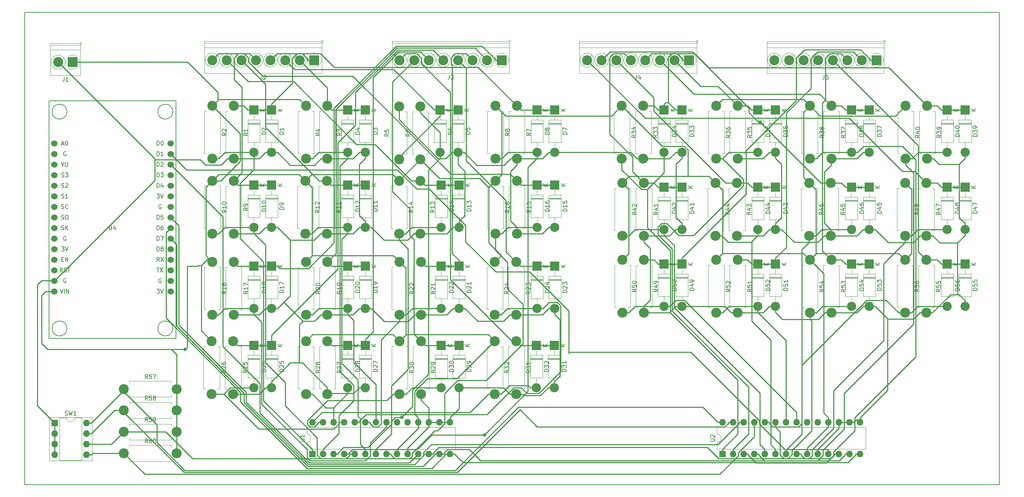
<source format=gbr>
%TF.GenerationSoftware,KiCad,Pcbnew,8.0.5*%
%TF.CreationDate,2024-10-31T21:20:55+07:00*%
%TF.ProjectId,pcb,7063622e-6b69-4636-9164-5f7063625858,rev?*%
%TF.SameCoordinates,Original*%
%TF.FileFunction,Legend,Top*%
%TF.FilePolarity,Positive*%
%FSLAX46Y46*%
G04 Gerber Fmt 4.6, Leading zero omitted, Abs format (unit mm)*
G04 Created by KiCad (PCBNEW 8.0.5) date 2024-10-31 21:20:55*
%MOMM*%
%LPD*%
G01*
G04 APERTURE LIST*
%ADD10C,0.150000*%
%ADD11C,0.120000*%
%ADD12C,1.524000*%
%TA.AperFunction,ComponentPad*%
%ADD13R,2.200000X2.200000*%
%TD*%
%TA.AperFunction,ComponentPad*%
%ADD14O,2.200000X2.200000*%
%TD*%
%TA.AperFunction,ComponentPad*%
%ADD15C,2.400000*%
%TD*%
%TA.AperFunction,ComponentPad*%
%ADD16O,2.400000X2.400000*%
%TD*%
%TA.AperFunction,ComponentPad*%
%ADD17C,1.524000*%
%TD*%
%TA.AperFunction,ComponentPad*%
%ADD18R,2.400000X2.400000*%
%TD*%
%TA.AperFunction,ComponentPad*%
%ADD19R,1.600000X1.600000*%
%TD*%
%TA.AperFunction,ComponentPad*%
%ADD20O,1.600000X1.600000*%
%TD*%
%TA.AperFunction,ViaPad*%
%ADD21C,0.800000*%
%TD*%
%TA.AperFunction,Conductor*%
%ADD22C,0.250000*%
%TD*%
%TA.AperFunction,NonConductor*%
%ADD23C,0.200000*%
%TD*%
G04 APERTURE END LIST*
D10*
X156524819Y-104294285D02*
X155524819Y-104294285D01*
X155524819Y-104294285D02*
X155524819Y-104056190D01*
X155524819Y-104056190D02*
X155572438Y-103913333D01*
X155572438Y-103913333D02*
X155667676Y-103818095D01*
X155667676Y-103818095D02*
X155762914Y-103770476D01*
X155762914Y-103770476D02*
X155953390Y-103722857D01*
X155953390Y-103722857D02*
X156096247Y-103722857D01*
X156096247Y-103722857D02*
X156286723Y-103770476D01*
X156286723Y-103770476D02*
X156381961Y-103818095D01*
X156381961Y-103818095D02*
X156477200Y-103913333D01*
X156477200Y-103913333D02*
X156524819Y-104056190D01*
X156524819Y-104056190D02*
X156524819Y-104294285D01*
X155524819Y-103389523D02*
X155524819Y-102770476D01*
X155524819Y-102770476D02*
X155905771Y-103103809D01*
X155905771Y-103103809D02*
X155905771Y-102960952D01*
X155905771Y-102960952D02*
X155953390Y-102865714D01*
X155953390Y-102865714D02*
X156001009Y-102818095D01*
X156001009Y-102818095D02*
X156096247Y-102770476D01*
X156096247Y-102770476D02*
X156334342Y-102770476D01*
X156334342Y-102770476D02*
X156429580Y-102818095D01*
X156429580Y-102818095D02*
X156477200Y-102865714D01*
X156477200Y-102865714D02*
X156524819Y-102960952D01*
X156524819Y-102960952D02*
X156524819Y-103246666D01*
X156524819Y-103246666D02*
X156477200Y-103341904D01*
X156477200Y-103341904D02*
X156429580Y-103389523D01*
X156524819Y-101818095D02*
X156524819Y-102389523D01*
X156524819Y-102103809D02*
X155524819Y-102103809D01*
X155524819Y-102103809D02*
X155667676Y-102199047D01*
X155667676Y-102199047D02*
X155762914Y-102294285D01*
X155762914Y-102294285D02*
X155810533Y-102389523D01*
X156154819Y-98261904D02*
X155154819Y-98261904D01*
X156154819Y-97690476D02*
X155583390Y-98119047D01*
X155154819Y-97690476D02*
X155726247Y-98261904D01*
X133674819Y-65794285D02*
X132674819Y-65794285D01*
X132674819Y-65794285D02*
X132674819Y-65556190D01*
X132674819Y-65556190D02*
X132722438Y-65413333D01*
X132722438Y-65413333D02*
X132817676Y-65318095D01*
X132817676Y-65318095D02*
X132912914Y-65270476D01*
X132912914Y-65270476D02*
X133103390Y-65222857D01*
X133103390Y-65222857D02*
X133246247Y-65222857D01*
X133246247Y-65222857D02*
X133436723Y-65270476D01*
X133436723Y-65270476D02*
X133531961Y-65318095D01*
X133531961Y-65318095D02*
X133627200Y-65413333D01*
X133627200Y-65413333D02*
X133674819Y-65556190D01*
X133674819Y-65556190D02*
X133674819Y-65794285D01*
X133674819Y-64270476D02*
X133674819Y-64841904D01*
X133674819Y-64556190D02*
X132674819Y-64556190D01*
X132674819Y-64556190D02*
X132817676Y-64651428D01*
X132817676Y-64651428D02*
X132912914Y-64746666D01*
X132912914Y-64746666D02*
X132960533Y-64841904D01*
X132674819Y-63937142D02*
X132674819Y-63318095D01*
X132674819Y-63318095D02*
X133055771Y-63651428D01*
X133055771Y-63651428D02*
X133055771Y-63508571D01*
X133055771Y-63508571D02*
X133103390Y-63413333D01*
X133103390Y-63413333D02*
X133151009Y-63365714D01*
X133151009Y-63365714D02*
X133246247Y-63318095D01*
X133246247Y-63318095D02*
X133484342Y-63318095D01*
X133484342Y-63318095D02*
X133579580Y-63365714D01*
X133579580Y-63365714D02*
X133627200Y-63413333D01*
X133627200Y-63413333D02*
X133674819Y-63508571D01*
X133674819Y-63508571D02*
X133674819Y-63794285D01*
X133674819Y-63794285D02*
X133627200Y-63889523D01*
X133627200Y-63889523D02*
X133579580Y-63937142D01*
X133304819Y-59761904D02*
X132304819Y-59761904D01*
X133304819Y-59190476D02*
X132733390Y-59619047D01*
X132304819Y-59190476D02*
X132876247Y-59761904D01*
X142874819Y-47016666D02*
X142398628Y-47349999D01*
X142874819Y-47588094D02*
X141874819Y-47588094D01*
X141874819Y-47588094D02*
X141874819Y-47207142D01*
X141874819Y-47207142D02*
X141922438Y-47111904D01*
X141922438Y-47111904D02*
X141970057Y-47064285D01*
X141970057Y-47064285D02*
X142065295Y-47016666D01*
X142065295Y-47016666D02*
X142208152Y-47016666D01*
X142208152Y-47016666D02*
X142303390Y-47064285D01*
X142303390Y-47064285D02*
X142351009Y-47111904D01*
X142351009Y-47111904D02*
X142398628Y-47207142D01*
X142398628Y-47207142D02*
X142398628Y-47588094D01*
X142303390Y-46445237D02*
X142255771Y-46540475D01*
X142255771Y-46540475D02*
X142208152Y-46588094D01*
X142208152Y-46588094D02*
X142112914Y-46635713D01*
X142112914Y-46635713D02*
X142065295Y-46635713D01*
X142065295Y-46635713D02*
X141970057Y-46588094D01*
X141970057Y-46588094D02*
X141922438Y-46540475D01*
X141922438Y-46540475D02*
X141874819Y-46445237D01*
X141874819Y-46445237D02*
X141874819Y-46254761D01*
X141874819Y-46254761D02*
X141922438Y-46159523D01*
X141922438Y-46159523D02*
X141970057Y-46111904D01*
X141970057Y-46111904D02*
X142065295Y-46064285D01*
X142065295Y-46064285D02*
X142112914Y-46064285D01*
X142112914Y-46064285D02*
X142208152Y-46111904D01*
X142208152Y-46111904D02*
X142255771Y-46159523D01*
X142255771Y-46159523D02*
X142303390Y-46254761D01*
X142303390Y-46254761D02*
X142303390Y-46445237D01*
X142303390Y-46445237D02*
X142351009Y-46540475D01*
X142351009Y-46540475D02*
X142398628Y-46588094D01*
X142398628Y-46588094D02*
X142493866Y-46635713D01*
X142493866Y-46635713D02*
X142684342Y-46635713D01*
X142684342Y-46635713D02*
X142779580Y-46588094D01*
X142779580Y-46588094D02*
X142827200Y-46540475D01*
X142827200Y-46540475D02*
X142874819Y-46445237D01*
X142874819Y-46445237D02*
X142874819Y-46254761D01*
X142874819Y-46254761D02*
X142827200Y-46159523D01*
X142827200Y-46159523D02*
X142779580Y-46111904D01*
X142779580Y-46111904D02*
X142684342Y-46064285D01*
X142684342Y-46064285D02*
X142493866Y-46064285D01*
X142493866Y-46064285D02*
X142398628Y-46111904D01*
X142398628Y-46111904D02*
X142351009Y-46159523D01*
X142351009Y-46159523D02*
X142303390Y-46254761D01*
X80024819Y-84992857D02*
X79548628Y-85326190D01*
X80024819Y-85564285D02*
X79024819Y-85564285D01*
X79024819Y-85564285D02*
X79024819Y-85183333D01*
X79024819Y-85183333D02*
X79072438Y-85088095D01*
X79072438Y-85088095D02*
X79120057Y-85040476D01*
X79120057Y-85040476D02*
X79215295Y-84992857D01*
X79215295Y-84992857D02*
X79358152Y-84992857D01*
X79358152Y-84992857D02*
X79453390Y-85040476D01*
X79453390Y-85040476D02*
X79501009Y-85088095D01*
X79501009Y-85088095D02*
X79548628Y-85183333D01*
X79548628Y-85183333D02*
X79548628Y-85564285D01*
X80024819Y-84040476D02*
X80024819Y-84611904D01*
X80024819Y-84326190D02*
X79024819Y-84326190D01*
X79024819Y-84326190D02*
X79167676Y-84421428D01*
X79167676Y-84421428D02*
X79262914Y-84516666D01*
X79262914Y-84516666D02*
X79310533Y-84611904D01*
X79024819Y-83707142D02*
X79024819Y-83040476D01*
X79024819Y-83040476D02*
X80024819Y-83469047D01*
X106924819Y-104294285D02*
X105924819Y-104294285D01*
X105924819Y-104294285D02*
X105924819Y-104056190D01*
X105924819Y-104056190D02*
X105972438Y-103913333D01*
X105972438Y-103913333D02*
X106067676Y-103818095D01*
X106067676Y-103818095D02*
X106162914Y-103770476D01*
X106162914Y-103770476D02*
X106353390Y-103722857D01*
X106353390Y-103722857D02*
X106496247Y-103722857D01*
X106496247Y-103722857D02*
X106686723Y-103770476D01*
X106686723Y-103770476D02*
X106781961Y-103818095D01*
X106781961Y-103818095D02*
X106877200Y-103913333D01*
X106877200Y-103913333D02*
X106924819Y-104056190D01*
X106924819Y-104056190D02*
X106924819Y-104294285D01*
X106020057Y-103341904D02*
X105972438Y-103294285D01*
X105972438Y-103294285D02*
X105924819Y-103199047D01*
X105924819Y-103199047D02*
X105924819Y-102960952D01*
X105924819Y-102960952D02*
X105972438Y-102865714D01*
X105972438Y-102865714D02*
X106020057Y-102818095D01*
X106020057Y-102818095D02*
X106115295Y-102770476D01*
X106115295Y-102770476D02*
X106210533Y-102770476D01*
X106210533Y-102770476D02*
X106353390Y-102818095D01*
X106353390Y-102818095D02*
X106924819Y-103389523D01*
X106924819Y-103389523D02*
X106924819Y-102770476D01*
X106353390Y-102199047D02*
X106305771Y-102294285D01*
X106305771Y-102294285D02*
X106258152Y-102341904D01*
X106258152Y-102341904D02*
X106162914Y-102389523D01*
X106162914Y-102389523D02*
X106115295Y-102389523D01*
X106115295Y-102389523D02*
X106020057Y-102341904D01*
X106020057Y-102341904D02*
X105972438Y-102294285D01*
X105972438Y-102294285D02*
X105924819Y-102199047D01*
X105924819Y-102199047D02*
X105924819Y-102008571D01*
X105924819Y-102008571D02*
X105972438Y-101913333D01*
X105972438Y-101913333D02*
X106020057Y-101865714D01*
X106020057Y-101865714D02*
X106115295Y-101818095D01*
X106115295Y-101818095D02*
X106162914Y-101818095D01*
X106162914Y-101818095D02*
X106258152Y-101865714D01*
X106258152Y-101865714D02*
X106305771Y-101913333D01*
X106305771Y-101913333D02*
X106353390Y-102008571D01*
X106353390Y-102008571D02*
X106353390Y-102199047D01*
X106353390Y-102199047D02*
X106401009Y-102294285D01*
X106401009Y-102294285D02*
X106448628Y-102341904D01*
X106448628Y-102341904D02*
X106543866Y-102389523D01*
X106543866Y-102389523D02*
X106734342Y-102389523D01*
X106734342Y-102389523D02*
X106829580Y-102341904D01*
X106829580Y-102341904D02*
X106877200Y-102294285D01*
X106877200Y-102294285D02*
X106924819Y-102199047D01*
X106924819Y-102199047D02*
X106924819Y-102008571D01*
X106924819Y-102008571D02*
X106877200Y-101913333D01*
X106877200Y-101913333D02*
X106829580Y-101865714D01*
X106829580Y-101865714D02*
X106734342Y-101818095D01*
X106734342Y-101818095D02*
X106543866Y-101818095D01*
X106543866Y-101818095D02*
X106448628Y-101865714D01*
X106448628Y-101865714D02*
X106401009Y-101913333D01*
X106401009Y-101913333D02*
X106353390Y-102008571D01*
X106554819Y-98261904D02*
X105554819Y-98261904D01*
X106554819Y-97690476D02*
X105983390Y-98119047D01*
X105554819Y-97690476D02*
X106126247Y-98261904D01*
X102524819Y-103992857D02*
X102048628Y-104326190D01*
X102524819Y-104564285D02*
X101524819Y-104564285D01*
X101524819Y-104564285D02*
X101524819Y-104183333D01*
X101524819Y-104183333D02*
X101572438Y-104088095D01*
X101572438Y-104088095D02*
X101620057Y-104040476D01*
X101620057Y-104040476D02*
X101715295Y-103992857D01*
X101715295Y-103992857D02*
X101858152Y-103992857D01*
X101858152Y-103992857D02*
X101953390Y-104040476D01*
X101953390Y-104040476D02*
X102001009Y-104088095D01*
X102001009Y-104088095D02*
X102048628Y-104183333D01*
X102048628Y-104183333D02*
X102048628Y-104564285D01*
X101620057Y-103611904D02*
X101572438Y-103564285D01*
X101572438Y-103564285D02*
X101524819Y-103469047D01*
X101524819Y-103469047D02*
X101524819Y-103230952D01*
X101524819Y-103230952D02*
X101572438Y-103135714D01*
X101572438Y-103135714D02*
X101620057Y-103088095D01*
X101620057Y-103088095D02*
X101715295Y-103040476D01*
X101715295Y-103040476D02*
X101810533Y-103040476D01*
X101810533Y-103040476D02*
X101953390Y-103088095D01*
X101953390Y-103088095D02*
X102524819Y-103659523D01*
X102524819Y-103659523D02*
X102524819Y-103040476D01*
X101524819Y-102707142D02*
X101524819Y-102040476D01*
X101524819Y-102040476D02*
X102524819Y-102469047D01*
X218374819Y-84492857D02*
X217898628Y-84826190D01*
X218374819Y-85064285D02*
X217374819Y-85064285D01*
X217374819Y-85064285D02*
X217374819Y-84683333D01*
X217374819Y-84683333D02*
X217422438Y-84588095D01*
X217422438Y-84588095D02*
X217470057Y-84540476D01*
X217470057Y-84540476D02*
X217565295Y-84492857D01*
X217565295Y-84492857D02*
X217708152Y-84492857D01*
X217708152Y-84492857D02*
X217803390Y-84540476D01*
X217803390Y-84540476D02*
X217851009Y-84588095D01*
X217851009Y-84588095D02*
X217898628Y-84683333D01*
X217898628Y-84683333D02*
X217898628Y-85064285D01*
X217374819Y-83588095D02*
X217374819Y-84064285D01*
X217374819Y-84064285D02*
X217851009Y-84111904D01*
X217851009Y-84111904D02*
X217803390Y-84064285D01*
X217803390Y-84064285D02*
X217755771Y-83969047D01*
X217755771Y-83969047D02*
X217755771Y-83730952D01*
X217755771Y-83730952D02*
X217803390Y-83635714D01*
X217803390Y-83635714D02*
X217851009Y-83588095D01*
X217851009Y-83588095D02*
X217946247Y-83540476D01*
X217946247Y-83540476D02*
X218184342Y-83540476D01*
X218184342Y-83540476D02*
X218279580Y-83588095D01*
X218279580Y-83588095D02*
X218327200Y-83635714D01*
X218327200Y-83635714D02*
X218374819Y-83730952D01*
X218374819Y-83730952D02*
X218374819Y-83969047D01*
X218374819Y-83969047D02*
X218327200Y-84064285D01*
X218327200Y-84064285D02*
X218279580Y-84111904D01*
X217708152Y-82683333D02*
X218374819Y-82683333D01*
X217327200Y-82921428D02*
X218041485Y-83159523D01*
X218041485Y-83159523D02*
X218041485Y-82540476D01*
X46768095Y-69274819D02*
X46768095Y-70084342D01*
X46768095Y-70084342D02*
X46815714Y-70179580D01*
X46815714Y-70179580D02*
X46863333Y-70227200D01*
X46863333Y-70227200D02*
X46958571Y-70274819D01*
X46958571Y-70274819D02*
X47149047Y-70274819D01*
X47149047Y-70274819D02*
X47244285Y-70227200D01*
X47244285Y-70227200D02*
X47291904Y-70179580D01*
X47291904Y-70179580D02*
X47339523Y-70084342D01*
X47339523Y-70084342D02*
X47339523Y-69274819D01*
X48244285Y-69608152D02*
X48244285Y-70274819D01*
X48006190Y-69227200D02*
X47768095Y-69941485D01*
X47768095Y-69941485D02*
X48387142Y-69941485D01*
X36361904Y-71862438D02*
X36266666Y-71814819D01*
X36266666Y-71814819D02*
X36123809Y-71814819D01*
X36123809Y-71814819D02*
X35980952Y-71862438D01*
X35980952Y-71862438D02*
X35885714Y-71957676D01*
X35885714Y-71957676D02*
X35838095Y-72052914D01*
X35838095Y-72052914D02*
X35790476Y-72243390D01*
X35790476Y-72243390D02*
X35790476Y-72386247D01*
X35790476Y-72386247D02*
X35838095Y-72576723D01*
X35838095Y-72576723D02*
X35885714Y-72671961D01*
X35885714Y-72671961D02*
X35980952Y-72767200D01*
X35980952Y-72767200D02*
X36123809Y-72814819D01*
X36123809Y-72814819D02*
X36219047Y-72814819D01*
X36219047Y-72814819D02*
X36361904Y-72767200D01*
X36361904Y-72767200D02*
X36409523Y-72719580D01*
X36409523Y-72719580D02*
X36409523Y-72386247D01*
X36409523Y-72386247D02*
X36219047Y-72386247D01*
X35290476Y-67687200D02*
X35433333Y-67734819D01*
X35433333Y-67734819D02*
X35671428Y-67734819D01*
X35671428Y-67734819D02*
X35766666Y-67687200D01*
X35766666Y-67687200D02*
X35814285Y-67639580D01*
X35814285Y-67639580D02*
X35861904Y-67544342D01*
X35861904Y-67544342D02*
X35861904Y-67449104D01*
X35861904Y-67449104D02*
X35814285Y-67353866D01*
X35814285Y-67353866D02*
X35766666Y-67306247D01*
X35766666Y-67306247D02*
X35671428Y-67258628D01*
X35671428Y-67258628D02*
X35480952Y-67211009D01*
X35480952Y-67211009D02*
X35385714Y-67163390D01*
X35385714Y-67163390D02*
X35338095Y-67115771D01*
X35338095Y-67115771D02*
X35290476Y-67020533D01*
X35290476Y-67020533D02*
X35290476Y-66925295D01*
X35290476Y-66925295D02*
X35338095Y-66830057D01*
X35338095Y-66830057D02*
X35385714Y-66782438D01*
X35385714Y-66782438D02*
X35480952Y-66734819D01*
X35480952Y-66734819D02*
X35719047Y-66734819D01*
X35719047Y-66734819D02*
X35861904Y-66782438D01*
X36480952Y-66734819D02*
X36671428Y-66734819D01*
X36671428Y-66734819D02*
X36766666Y-66782438D01*
X36766666Y-66782438D02*
X36861904Y-66877676D01*
X36861904Y-66877676D02*
X36909523Y-67068152D01*
X36909523Y-67068152D02*
X36909523Y-67401485D01*
X36909523Y-67401485D02*
X36861904Y-67591961D01*
X36861904Y-67591961D02*
X36766666Y-67687200D01*
X36766666Y-67687200D02*
X36671428Y-67734819D01*
X36671428Y-67734819D02*
X36480952Y-67734819D01*
X36480952Y-67734819D02*
X36385714Y-67687200D01*
X36385714Y-67687200D02*
X36290476Y-67591961D01*
X36290476Y-67591961D02*
X36242857Y-67401485D01*
X36242857Y-67401485D02*
X36242857Y-67068152D01*
X36242857Y-67068152D02*
X36290476Y-66877676D01*
X36290476Y-66877676D02*
X36385714Y-66782438D01*
X36385714Y-66782438D02*
X36480952Y-66734819D01*
X59221904Y-64242438D02*
X59126666Y-64194819D01*
X59126666Y-64194819D02*
X58983809Y-64194819D01*
X58983809Y-64194819D02*
X58840952Y-64242438D01*
X58840952Y-64242438D02*
X58745714Y-64337676D01*
X58745714Y-64337676D02*
X58698095Y-64432914D01*
X58698095Y-64432914D02*
X58650476Y-64623390D01*
X58650476Y-64623390D02*
X58650476Y-64766247D01*
X58650476Y-64766247D02*
X58698095Y-64956723D01*
X58698095Y-64956723D02*
X58745714Y-65051961D01*
X58745714Y-65051961D02*
X58840952Y-65147200D01*
X58840952Y-65147200D02*
X58983809Y-65194819D01*
X58983809Y-65194819D02*
X59079047Y-65194819D01*
X59079047Y-65194819D02*
X59221904Y-65147200D01*
X59221904Y-65147200D02*
X59269523Y-65099580D01*
X59269523Y-65099580D02*
X59269523Y-64766247D01*
X59269523Y-64766247D02*
X59079047Y-64766247D01*
X58221905Y-55034819D02*
X58221905Y-54034819D01*
X58221905Y-54034819D02*
X58460000Y-54034819D01*
X58460000Y-54034819D02*
X58602857Y-54082438D01*
X58602857Y-54082438D02*
X58698095Y-54177676D01*
X58698095Y-54177676D02*
X58745714Y-54272914D01*
X58745714Y-54272914D02*
X58793333Y-54463390D01*
X58793333Y-54463390D02*
X58793333Y-54606247D01*
X58793333Y-54606247D02*
X58745714Y-54796723D01*
X58745714Y-54796723D02*
X58698095Y-54891961D01*
X58698095Y-54891961D02*
X58602857Y-54987200D01*
X58602857Y-54987200D02*
X58460000Y-55034819D01*
X58460000Y-55034819D02*
X58221905Y-55034819D01*
X59174286Y-54130057D02*
X59221905Y-54082438D01*
X59221905Y-54082438D02*
X59317143Y-54034819D01*
X59317143Y-54034819D02*
X59555238Y-54034819D01*
X59555238Y-54034819D02*
X59650476Y-54082438D01*
X59650476Y-54082438D02*
X59698095Y-54130057D01*
X59698095Y-54130057D02*
X59745714Y-54225295D01*
X59745714Y-54225295D02*
X59745714Y-54320533D01*
X59745714Y-54320533D02*
X59698095Y-54463390D01*
X59698095Y-54463390D02*
X59126667Y-55034819D01*
X59126667Y-55034819D02*
X59745714Y-55034819D01*
X59221904Y-82022438D02*
X59126666Y-81974819D01*
X59126666Y-81974819D02*
X58983809Y-81974819D01*
X58983809Y-81974819D02*
X58840952Y-82022438D01*
X58840952Y-82022438D02*
X58745714Y-82117676D01*
X58745714Y-82117676D02*
X58698095Y-82212914D01*
X58698095Y-82212914D02*
X58650476Y-82403390D01*
X58650476Y-82403390D02*
X58650476Y-82546247D01*
X58650476Y-82546247D02*
X58698095Y-82736723D01*
X58698095Y-82736723D02*
X58745714Y-82831961D01*
X58745714Y-82831961D02*
X58840952Y-82927200D01*
X58840952Y-82927200D02*
X58983809Y-82974819D01*
X58983809Y-82974819D02*
X59079047Y-82974819D01*
X59079047Y-82974819D02*
X59221904Y-82927200D01*
X59221904Y-82927200D02*
X59269523Y-82879580D01*
X59269523Y-82879580D02*
X59269523Y-82546247D01*
X59269523Y-82546247D02*
X59079047Y-82546247D01*
X35338095Y-62607200D02*
X35480952Y-62654819D01*
X35480952Y-62654819D02*
X35719047Y-62654819D01*
X35719047Y-62654819D02*
X35814285Y-62607200D01*
X35814285Y-62607200D02*
X35861904Y-62559580D01*
X35861904Y-62559580D02*
X35909523Y-62464342D01*
X35909523Y-62464342D02*
X35909523Y-62369104D01*
X35909523Y-62369104D02*
X35861904Y-62273866D01*
X35861904Y-62273866D02*
X35814285Y-62226247D01*
X35814285Y-62226247D02*
X35719047Y-62178628D01*
X35719047Y-62178628D02*
X35528571Y-62131009D01*
X35528571Y-62131009D02*
X35433333Y-62083390D01*
X35433333Y-62083390D02*
X35385714Y-62035771D01*
X35385714Y-62035771D02*
X35338095Y-61940533D01*
X35338095Y-61940533D02*
X35338095Y-61845295D01*
X35338095Y-61845295D02*
X35385714Y-61750057D01*
X35385714Y-61750057D02*
X35433333Y-61702438D01*
X35433333Y-61702438D02*
X35528571Y-61654819D01*
X35528571Y-61654819D02*
X35766666Y-61654819D01*
X35766666Y-61654819D02*
X35909523Y-61702438D01*
X36861904Y-62654819D02*
X36290476Y-62654819D01*
X36576190Y-62654819D02*
X36576190Y-61654819D01*
X36576190Y-61654819D02*
X36480952Y-61797676D01*
X36480952Y-61797676D02*
X36385714Y-61892914D01*
X36385714Y-61892914D02*
X36290476Y-61940533D01*
X35338095Y-74354819D02*
X35957142Y-74354819D01*
X35957142Y-74354819D02*
X35623809Y-74735771D01*
X35623809Y-74735771D02*
X35766666Y-74735771D01*
X35766666Y-74735771D02*
X35861904Y-74783390D01*
X35861904Y-74783390D02*
X35909523Y-74831009D01*
X35909523Y-74831009D02*
X35957142Y-74926247D01*
X35957142Y-74926247D02*
X35957142Y-75164342D01*
X35957142Y-75164342D02*
X35909523Y-75259580D01*
X35909523Y-75259580D02*
X35861904Y-75307200D01*
X35861904Y-75307200D02*
X35766666Y-75354819D01*
X35766666Y-75354819D02*
X35480952Y-75354819D01*
X35480952Y-75354819D02*
X35385714Y-75307200D01*
X35385714Y-75307200D02*
X35338095Y-75259580D01*
X36242857Y-74354819D02*
X36576190Y-75354819D01*
X36576190Y-75354819D02*
X36909523Y-74354819D01*
X35361905Y-77371009D02*
X35695238Y-77371009D01*
X35838095Y-77894819D02*
X35361905Y-77894819D01*
X35361905Y-77894819D02*
X35361905Y-76894819D01*
X35361905Y-76894819D02*
X35838095Y-76894819D01*
X36266667Y-77894819D02*
X36266667Y-76894819D01*
X36266667Y-76894819D02*
X36838095Y-77894819D01*
X36838095Y-77894819D02*
X36838095Y-76894819D01*
X35338095Y-57527200D02*
X35480952Y-57574819D01*
X35480952Y-57574819D02*
X35719047Y-57574819D01*
X35719047Y-57574819D02*
X35814285Y-57527200D01*
X35814285Y-57527200D02*
X35861904Y-57479580D01*
X35861904Y-57479580D02*
X35909523Y-57384342D01*
X35909523Y-57384342D02*
X35909523Y-57289104D01*
X35909523Y-57289104D02*
X35861904Y-57193866D01*
X35861904Y-57193866D02*
X35814285Y-57146247D01*
X35814285Y-57146247D02*
X35719047Y-57098628D01*
X35719047Y-57098628D02*
X35528571Y-57051009D01*
X35528571Y-57051009D02*
X35433333Y-57003390D01*
X35433333Y-57003390D02*
X35385714Y-56955771D01*
X35385714Y-56955771D02*
X35338095Y-56860533D01*
X35338095Y-56860533D02*
X35338095Y-56765295D01*
X35338095Y-56765295D02*
X35385714Y-56670057D01*
X35385714Y-56670057D02*
X35433333Y-56622438D01*
X35433333Y-56622438D02*
X35528571Y-56574819D01*
X35528571Y-56574819D02*
X35766666Y-56574819D01*
X35766666Y-56574819D02*
X35909523Y-56622438D01*
X36242857Y-56574819D02*
X36861904Y-56574819D01*
X36861904Y-56574819D02*
X36528571Y-56955771D01*
X36528571Y-56955771D02*
X36671428Y-56955771D01*
X36671428Y-56955771D02*
X36766666Y-57003390D01*
X36766666Y-57003390D02*
X36814285Y-57051009D01*
X36814285Y-57051009D02*
X36861904Y-57146247D01*
X36861904Y-57146247D02*
X36861904Y-57384342D01*
X36861904Y-57384342D02*
X36814285Y-57479580D01*
X36814285Y-57479580D02*
X36766666Y-57527200D01*
X36766666Y-57527200D02*
X36671428Y-57574819D01*
X36671428Y-57574819D02*
X36385714Y-57574819D01*
X36385714Y-57574819D02*
X36290476Y-57527200D01*
X36290476Y-57527200D02*
X36242857Y-57479580D01*
X35338095Y-60067200D02*
X35480952Y-60114819D01*
X35480952Y-60114819D02*
X35719047Y-60114819D01*
X35719047Y-60114819D02*
X35814285Y-60067200D01*
X35814285Y-60067200D02*
X35861904Y-60019580D01*
X35861904Y-60019580D02*
X35909523Y-59924342D01*
X35909523Y-59924342D02*
X35909523Y-59829104D01*
X35909523Y-59829104D02*
X35861904Y-59733866D01*
X35861904Y-59733866D02*
X35814285Y-59686247D01*
X35814285Y-59686247D02*
X35719047Y-59638628D01*
X35719047Y-59638628D02*
X35528571Y-59591009D01*
X35528571Y-59591009D02*
X35433333Y-59543390D01*
X35433333Y-59543390D02*
X35385714Y-59495771D01*
X35385714Y-59495771D02*
X35338095Y-59400533D01*
X35338095Y-59400533D02*
X35338095Y-59305295D01*
X35338095Y-59305295D02*
X35385714Y-59210057D01*
X35385714Y-59210057D02*
X35433333Y-59162438D01*
X35433333Y-59162438D02*
X35528571Y-59114819D01*
X35528571Y-59114819D02*
X35766666Y-59114819D01*
X35766666Y-59114819D02*
X35909523Y-59162438D01*
X36290476Y-59210057D02*
X36338095Y-59162438D01*
X36338095Y-59162438D02*
X36433333Y-59114819D01*
X36433333Y-59114819D02*
X36671428Y-59114819D01*
X36671428Y-59114819D02*
X36766666Y-59162438D01*
X36766666Y-59162438D02*
X36814285Y-59210057D01*
X36814285Y-59210057D02*
X36861904Y-59305295D01*
X36861904Y-59305295D02*
X36861904Y-59400533D01*
X36861904Y-59400533D02*
X36814285Y-59543390D01*
X36814285Y-59543390D02*
X36242857Y-60114819D01*
X36242857Y-60114819D02*
X36861904Y-60114819D01*
X58221905Y-67734819D02*
X58221905Y-66734819D01*
X58221905Y-66734819D02*
X58460000Y-66734819D01*
X58460000Y-66734819D02*
X58602857Y-66782438D01*
X58602857Y-66782438D02*
X58698095Y-66877676D01*
X58698095Y-66877676D02*
X58745714Y-66972914D01*
X58745714Y-66972914D02*
X58793333Y-67163390D01*
X58793333Y-67163390D02*
X58793333Y-67306247D01*
X58793333Y-67306247D02*
X58745714Y-67496723D01*
X58745714Y-67496723D02*
X58698095Y-67591961D01*
X58698095Y-67591961D02*
X58602857Y-67687200D01*
X58602857Y-67687200D02*
X58460000Y-67734819D01*
X58460000Y-67734819D02*
X58221905Y-67734819D01*
X59698095Y-66734819D02*
X59221905Y-66734819D01*
X59221905Y-66734819D02*
X59174286Y-67211009D01*
X59174286Y-67211009D02*
X59221905Y-67163390D01*
X59221905Y-67163390D02*
X59317143Y-67115771D01*
X59317143Y-67115771D02*
X59555238Y-67115771D01*
X59555238Y-67115771D02*
X59650476Y-67163390D01*
X59650476Y-67163390D02*
X59698095Y-67211009D01*
X59698095Y-67211009D02*
X59745714Y-67306247D01*
X59745714Y-67306247D02*
X59745714Y-67544342D01*
X59745714Y-67544342D02*
X59698095Y-67639580D01*
X59698095Y-67639580D02*
X59650476Y-67687200D01*
X59650476Y-67687200D02*
X59555238Y-67734819D01*
X59555238Y-67734819D02*
X59317143Y-67734819D01*
X59317143Y-67734819D02*
X59221905Y-67687200D01*
X59221905Y-67687200D02*
X59174286Y-67639580D01*
X58221905Y-72814819D02*
X58221905Y-71814819D01*
X58221905Y-71814819D02*
X58460000Y-71814819D01*
X58460000Y-71814819D02*
X58602857Y-71862438D01*
X58602857Y-71862438D02*
X58698095Y-71957676D01*
X58698095Y-71957676D02*
X58745714Y-72052914D01*
X58745714Y-72052914D02*
X58793333Y-72243390D01*
X58793333Y-72243390D02*
X58793333Y-72386247D01*
X58793333Y-72386247D02*
X58745714Y-72576723D01*
X58745714Y-72576723D02*
X58698095Y-72671961D01*
X58698095Y-72671961D02*
X58602857Y-72767200D01*
X58602857Y-72767200D02*
X58460000Y-72814819D01*
X58460000Y-72814819D02*
X58221905Y-72814819D01*
X59126667Y-71814819D02*
X59793333Y-71814819D01*
X59793333Y-71814819D02*
X59364762Y-72814819D01*
X58221905Y-60114819D02*
X58221905Y-59114819D01*
X58221905Y-59114819D02*
X58460000Y-59114819D01*
X58460000Y-59114819D02*
X58602857Y-59162438D01*
X58602857Y-59162438D02*
X58698095Y-59257676D01*
X58698095Y-59257676D02*
X58745714Y-59352914D01*
X58745714Y-59352914D02*
X58793333Y-59543390D01*
X58793333Y-59543390D02*
X58793333Y-59686247D01*
X58793333Y-59686247D02*
X58745714Y-59876723D01*
X58745714Y-59876723D02*
X58698095Y-59971961D01*
X58698095Y-59971961D02*
X58602857Y-60067200D01*
X58602857Y-60067200D02*
X58460000Y-60114819D01*
X58460000Y-60114819D02*
X58221905Y-60114819D01*
X59650476Y-59448152D02*
X59650476Y-60114819D01*
X59412381Y-59067200D02*
X59174286Y-59781485D01*
X59174286Y-59781485D02*
X59793333Y-59781485D01*
X35242857Y-54034819D02*
X35576190Y-55034819D01*
X35576190Y-55034819D02*
X35909523Y-54034819D01*
X36242857Y-54034819D02*
X36242857Y-54844342D01*
X36242857Y-54844342D02*
X36290476Y-54939580D01*
X36290476Y-54939580D02*
X36338095Y-54987200D01*
X36338095Y-54987200D02*
X36433333Y-55034819D01*
X36433333Y-55034819D02*
X36623809Y-55034819D01*
X36623809Y-55034819D02*
X36719047Y-54987200D01*
X36719047Y-54987200D02*
X36766666Y-54939580D01*
X36766666Y-54939580D02*
X36814285Y-54844342D01*
X36814285Y-54844342D02*
X36814285Y-54034819D01*
X58221905Y-75354819D02*
X58221905Y-74354819D01*
X58221905Y-74354819D02*
X58460000Y-74354819D01*
X58460000Y-74354819D02*
X58602857Y-74402438D01*
X58602857Y-74402438D02*
X58698095Y-74497676D01*
X58698095Y-74497676D02*
X58745714Y-74592914D01*
X58745714Y-74592914D02*
X58793333Y-74783390D01*
X58793333Y-74783390D02*
X58793333Y-74926247D01*
X58793333Y-74926247D02*
X58745714Y-75116723D01*
X58745714Y-75116723D02*
X58698095Y-75211961D01*
X58698095Y-75211961D02*
X58602857Y-75307200D01*
X58602857Y-75307200D02*
X58460000Y-75354819D01*
X58460000Y-75354819D02*
X58221905Y-75354819D01*
X59364762Y-74783390D02*
X59269524Y-74735771D01*
X59269524Y-74735771D02*
X59221905Y-74688152D01*
X59221905Y-74688152D02*
X59174286Y-74592914D01*
X59174286Y-74592914D02*
X59174286Y-74545295D01*
X59174286Y-74545295D02*
X59221905Y-74450057D01*
X59221905Y-74450057D02*
X59269524Y-74402438D01*
X59269524Y-74402438D02*
X59364762Y-74354819D01*
X59364762Y-74354819D02*
X59555238Y-74354819D01*
X59555238Y-74354819D02*
X59650476Y-74402438D01*
X59650476Y-74402438D02*
X59698095Y-74450057D01*
X59698095Y-74450057D02*
X59745714Y-74545295D01*
X59745714Y-74545295D02*
X59745714Y-74592914D01*
X59745714Y-74592914D02*
X59698095Y-74688152D01*
X59698095Y-74688152D02*
X59650476Y-74735771D01*
X59650476Y-74735771D02*
X59555238Y-74783390D01*
X59555238Y-74783390D02*
X59364762Y-74783390D01*
X59364762Y-74783390D02*
X59269524Y-74831009D01*
X59269524Y-74831009D02*
X59221905Y-74878628D01*
X59221905Y-74878628D02*
X59174286Y-74973866D01*
X59174286Y-74973866D02*
X59174286Y-75164342D01*
X59174286Y-75164342D02*
X59221905Y-75259580D01*
X59221905Y-75259580D02*
X59269524Y-75307200D01*
X59269524Y-75307200D02*
X59364762Y-75354819D01*
X59364762Y-75354819D02*
X59555238Y-75354819D01*
X59555238Y-75354819D02*
X59650476Y-75307200D01*
X59650476Y-75307200D02*
X59698095Y-75259580D01*
X59698095Y-75259580D02*
X59745714Y-75164342D01*
X59745714Y-75164342D02*
X59745714Y-74973866D01*
X59745714Y-74973866D02*
X59698095Y-74878628D01*
X59698095Y-74878628D02*
X59650476Y-74831009D01*
X59650476Y-74831009D02*
X59555238Y-74783390D01*
X36361904Y-51542438D02*
X36266666Y-51494819D01*
X36266666Y-51494819D02*
X36123809Y-51494819D01*
X36123809Y-51494819D02*
X35980952Y-51542438D01*
X35980952Y-51542438D02*
X35885714Y-51637676D01*
X35885714Y-51637676D02*
X35838095Y-51732914D01*
X35838095Y-51732914D02*
X35790476Y-51923390D01*
X35790476Y-51923390D02*
X35790476Y-52066247D01*
X35790476Y-52066247D02*
X35838095Y-52256723D01*
X35838095Y-52256723D02*
X35885714Y-52351961D01*
X35885714Y-52351961D02*
X35980952Y-52447200D01*
X35980952Y-52447200D02*
X36123809Y-52494819D01*
X36123809Y-52494819D02*
X36219047Y-52494819D01*
X36219047Y-52494819D02*
X36361904Y-52447200D01*
X36361904Y-52447200D02*
X36409523Y-52399580D01*
X36409523Y-52399580D02*
X36409523Y-52066247D01*
X36409523Y-52066247D02*
X36219047Y-52066247D01*
X35004762Y-84514819D02*
X35338095Y-85514819D01*
X35338095Y-85514819D02*
X35671428Y-84514819D01*
X36004762Y-85514819D02*
X36004762Y-84514819D01*
X36480952Y-85514819D02*
X36480952Y-84514819D01*
X36480952Y-84514819D02*
X37052380Y-85514819D01*
X37052380Y-85514819D02*
X37052380Y-84514819D01*
X36361904Y-82022438D02*
X36266666Y-81974819D01*
X36266666Y-81974819D02*
X36123809Y-81974819D01*
X36123809Y-81974819D02*
X35980952Y-82022438D01*
X35980952Y-82022438D02*
X35885714Y-82117676D01*
X35885714Y-82117676D02*
X35838095Y-82212914D01*
X35838095Y-82212914D02*
X35790476Y-82403390D01*
X35790476Y-82403390D02*
X35790476Y-82546247D01*
X35790476Y-82546247D02*
X35838095Y-82736723D01*
X35838095Y-82736723D02*
X35885714Y-82831961D01*
X35885714Y-82831961D02*
X35980952Y-82927200D01*
X35980952Y-82927200D02*
X36123809Y-82974819D01*
X36123809Y-82974819D02*
X36219047Y-82974819D01*
X36219047Y-82974819D02*
X36361904Y-82927200D01*
X36361904Y-82927200D02*
X36409523Y-82879580D01*
X36409523Y-82879580D02*
X36409523Y-82546247D01*
X36409523Y-82546247D02*
X36219047Y-82546247D01*
X58221905Y-57574819D02*
X58221905Y-56574819D01*
X58221905Y-56574819D02*
X58460000Y-56574819D01*
X58460000Y-56574819D02*
X58602857Y-56622438D01*
X58602857Y-56622438D02*
X58698095Y-56717676D01*
X58698095Y-56717676D02*
X58745714Y-56812914D01*
X58745714Y-56812914D02*
X58793333Y-57003390D01*
X58793333Y-57003390D02*
X58793333Y-57146247D01*
X58793333Y-57146247D02*
X58745714Y-57336723D01*
X58745714Y-57336723D02*
X58698095Y-57431961D01*
X58698095Y-57431961D02*
X58602857Y-57527200D01*
X58602857Y-57527200D02*
X58460000Y-57574819D01*
X58460000Y-57574819D02*
X58221905Y-57574819D01*
X59126667Y-56574819D02*
X59745714Y-56574819D01*
X59745714Y-56574819D02*
X59412381Y-56955771D01*
X59412381Y-56955771D02*
X59555238Y-56955771D01*
X59555238Y-56955771D02*
X59650476Y-57003390D01*
X59650476Y-57003390D02*
X59698095Y-57051009D01*
X59698095Y-57051009D02*
X59745714Y-57146247D01*
X59745714Y-57146247D02*
X59745714Y-57384342D01*
X59745714Y-57384342D02*
X59698095Y-57479580D01*
X59698095Y-57479580D02*
X59650476Y-57527200D01*
X59650476Y-57527200D02*
X59555238Y-57574819D01*
X59555238Y-57574819D02*
X59269524Y-57574819D01*
X59269524Y-57574819D02*
X59174286Y-57527200D01*
X59174286Y-57527200D02*
X59126667Y-57479580D01*
X58221905Y-70274819D02*
X58221905Y-69274819D01*
X58221905Y-69274819D02*
X58460000Y-69274819D01*
X58460000Y-69274819D02*
X58602857Y-69322438D01*
X58602857Y-69322438D02*
X58698095Y-69417676D01*
X58698095Y-69417676D02*
X58745714Y-69512914D01*
X58745714Y-69512914D02*
X58793333Y-69703390D01*
X58793333Y-69703390D02*
X58793333Y-69846247D01*
X58793333Y-69846247D02*
X58745714Y-70036723D01*
X58745714Y-70036723D02*
X58698095Y-70131961D01*
X58698095Y-70131961D02*
X58602857Y-70227200D01*
X58602857Y-70227200D02*
X58460000Y-70274819D01*
X58460000Y-70274819D02*
X58221905Y-70274819D01*
X59650476Y-69274819D02*
X59460000Y-69274819D01*
X59460000Y-69274819D02*
X59364762Y-69322438D01*
X59364762Y-69322438D02*
X59317143Y-69370057D01*
X59317143Y-69370057D02*
X59221905Y-69512914D01*
X59221905Y-69512914D02*
X59174286Y-69703390D01*
X59174286Y-69703390D02*
X59174286Y-70084342D01*
X59174286Y-70084342D02*
X59221905Y-70179580D01*
X59221905Y-70179580D02*
X59269524Y-70227200D01*
X59269524Y-70227200D02*
X59364762Y-70274819D01*
X59364762Y-70274819D02*
X59555238Y-70274819D01*
X59555238Y-70274819D02*
X59650476Y-70227200D01*
X59650476Y-70227200D02*
X59698095Y-70179580D01*
X59698095Y-70179580D02*
X59745714Y-70084342D01*
X59745714Y-70084342D02*
X59745714Y-69846247D01*
X59745714Y-69846247D02*
X59698095Y-69751009D01*
X59698095Y-69751009D02*
X59650476Y-69703390D01*
X59650476Y-69703390D02*
X59555238Y-69655771D01*
X59555238Y-69655771D02*
X59364762Y-69655771D01*
X59364762Y-69655771D02*
X59269524Y-69703390D01*
X59269524Y-69703390D02*
X59221905Y-69751009D01*
X59221905Y-69751009D02*
X59174286Y-69846247D01*
X58198095Y-61654819D02*
X58817142Y-61654819D01*
X58817142Y-61654819D02*
X58483809Y-62035771D01*
X58483809Y-62035771D02*
X58626666Y-62035771D01*
X58626666Y-62035771D02*
X58721904Y-62083390D01*
X58721904Y-62083390D02*
X58769523Y-62131009D01*
X58769523Y-62131009D02*
X58817142Y-62226247D01*
X58817142Y-62226247D02*
X58817142Y-62464342D01*
X58817142Y-62464342D02*
X58769523Y-62559580D01*
X58769523Y-62559580D02*
X58721904Y-62607200D01*
X58721904Y-62607200D02*
X58626666Y-62654819D01*
X58626666Y-62654819D02*
X58340952Y-62654819D01*
X58340952Y-62654819D02*
X58245714Y-62607200D01*
X58245714Y-62607200D02*
X58198095Y-62559580D01*
X59102857Y-61654819D02*
X59436190Y-62654819D01*
X59436190Y-62654819D02*
X59769523Y-61654819D01*
X35552380Y-80434819D02*
X35219047Y-79958628D01*
X34980952Y-80434819D02*
X34980952Y-79434819D01*
X34980952Y-79434819D02*
X35361904Y-79434819D01*
X35361904Y-79434819D02*
X35457142Y-79482438D01*
X35457142Y-79482438D02*
X35504761Y-79530057D01*
X35504761Y-79530057D02*
X35552380Y-79625295D01*
X35552380Y-79625295D02*
X35552380Y-79768152D01*
X35552380Y-79768152D02*
X35504761Y-79863390D01*
X35504761Y-79863390D02*
X35457142Y-79911009D01*
X35457142Y-79911009D02*
X35361904Y-79958628D01*
X35361904Y-79958628D02*
X34980952Y-79958628D01*
X35933333Y-80387200D02*
X36076190Y-80434819D01*
X36076190Y-80434819D02*
X36314285Y-80434819D01*
X36314285Y-80434819D02*
X36409523Y-80387200D01*
X36409523Y-80387200D02*
X36457142Y-80339580D01*
X36457142Y-80339580D02*
X36504761Y-80244342D01*
X36504761Y-80244342D02*
X36504761Y-80149104D01*
X36504761Y-80149104D02*
X36457142Y-80053866D01*
X36457142Y-80053866D02*
X36409523Y-80006247D01*
X36409523Y-80006247D02*
X36314285Y-79958628D01*
X36314285Y-79958628D02*
X36123809Y-79911009D01*
X36123809Y-79911009D02*
X36028571Y-79863390D01*
X36028571Y-79863390D02*
X35980952Y-79815771D01*
X35980952Y-79815771D02*
X35933333Y-79720533D01*
X35933333Y-79720533D02*
X35933333Y-79625295D01*
X35933333Y-79625295D02*
X35980952Y-79530057D01*
X35980952Y-79530057D02*
X36028571Y-79482438D01*
X36028571Y-79482438D02*
X36123809Y-79434819D01*
X36123809Y-79434819D02*
X36361904Y-79434819D01*
X36361904Y-79434819D02*
X36504761Y-79482438D01*
X36790476Y-79434819D02*
X37361904Y-79434819D01*
X37076190Y-80434819D02*
X37076190Y-79434819D01*
X35314286Y-70227200D02*
X35457143Y-70274819D01*
X35457143Y-70274819D02*
X35695238Y-70274819D01*
X35695238Y-70274819D02*
X35790476Y-70227200D01*
X35790476Y-70227200D02*
X35838095Y-70179580D01*
X35838095Y-70179580D02*
X35885714Y-70084342D01*
X35885714Y-70084342D02*
X35885714Y-69989104D01*
X35885714Y-69989104D02*
X35838095Y-69893866D01*
X35838095Y-69893866D02*
X35790476Y-69846247D01*
X35790476Y-69846247D02*
X35695238Y-69798628D01*
X35695238Y-69798628D02*
X35504762Y-69751009D01*
X35504762Y-69751009D02*
X35409524Y-69703390D01*
X35409524Y-69703390D02*
X35361905Y-69655771D01*
X35361905Y-69655771D02*
X35314286Y-69560533D01*
X35314286Y-69560533D02*
X35314286Y-69465295D01*
X35314286Y-69465295D02*
X35361905Y-69370057D01*
X35361905Y-69370057D02*
X35409524Y-69322438D01*
X35409524Y-69322438D02*
X35504762Y-69274819D01*
X35504762Y-69274819D02*
X35742857Y-69274819D01*
X35742857Y-69274819D02*
X35885714Y-69322438D01*
X36314286Y-70274819D02*
X36314286Y-69274819D01*
X36885714Y-70274819D02*
X36457143Y-69703390D01*
X36885714Y-69274819D02*
X36314286Y-69846247D01*
X58221905Y-52494819D02*
X58221905Y-51494819D01*
X58221905Y-51494819D02*
X58460000Y-51494819D01*
X58460000Y-51494819D02*
X58602857Y-51542438D01*
X58602857Y-51542438D02*
X58698095Y-51637676D01*
X58698095Y-51637676D02*
X58745714Y-51732914D01*
X58745714Y-51732914D02*
X58793333Y-51923390D01*
X58793333Y-51923390D02*
X58793333Y-52066247D01*
X58793333Y-52066247D02*
X58745714Y-52256723D01*
X58745714Y-52256723D02*
X58698095Y-52351961D01*
X58698095Y-52351961D02*
X58602857Y-52447200D01*
X58602857Y-52447200D02*
X58460000Y-52494819D01*
X58460000Y-52494819D02*
X58221905Y-52494819D01*
X59745714Y-52494819D02*
X59174286Y-52494819D01*
X59460000Y-52494819D02*
X59460000Y-51494819D01*
X59460000Y-51494819D02*
X59364762Y-51637676D01*
X59364762Y-51637676D02*
X59269524Y-51732914D01*
X59269524Y-51732914D02*
X59174286Y-51780533D01*
X58198095Y-84514819D02*
X58817142Y-84514819D01*
X58817142Y-84514819D02*
X58483809Y-84895771D01*
X58483809Y-84895771D02*
X58626666Y-84895771D01*
X58626666Y-84895771D02*
X58721904Y-84943390D01*
X58721904Y-84943390D02*
X58769523Y-84991009D01*
X58769523Y-84991009D02*
X58817142Y-85086247D01*
X58817142Y-85086247D02*
X58817142Y-85324342D01*
X58817142Y-85324342D02*
X58769523Y-85419580D01*
X58769523Y-85419580D02*
X58721904Y-85467200D01*
X58721904Y-85467200D02*
X58626666Y-85514819D01*
X58626666Y-85514819D02*
X58340952Y-85514819D01*
X58340952Y-85514819D02*
X58245714Y-85467200D01*
X58245714Y-85467200D02*
X58198095Y-85419580D01*
X59102857Y-84514819D02*
X59436190Y-85514819D01*
X59436190Y-85514819D02*
X59769523Y-84514819D01*
X58198095Y-79434819D02*
X58769523Y-79434819D01*
X58483809Y-80434819D02*
X58483809Y-79434819D01*
X59007619Y-79434819D02*
X59674285Y-80434819D01*
X59674285Y-79434819D02*
X59007619Y-80434819D01*
X58793333Y-77894819D02*
X58460000Y-77418628D01*
X58221905Y-77894819D02*
X58221905Y-76894819D01*
X58221905Y-76894819D02*
X58602857Y-76894819D01*
X58602857Y-76894819D02*
X58698095Y-76942438D01*
X58698095Y-76942438D02*
X58745714Y-76990057D01*
X58745714Y-76990057D02*
X58793333Y-77085295D01*
X58793333Y-77085295D02*
X58793333Y-77228152D01*
X58793333Y-77228152D02*
X58745714Y-77323390D01*
X58745714Y-77323390D02*
X58698095Y-77371009D01*
X58698095Y-77371009D02*
X58602857Y-77418628D01*
X58602857Y-77418628D02*
X58221905Y-77418628D01*
X59126667Y-76894819D02*
X59793333Y-77894819D01*
X59793333Y-76894819D02*
X59126667Y-77894819D01*
X35314286Y-65147200D02*
X35457143Y-65194819D01*
X35457143Y-65194819D02*
X35695238Y-65194819D01*
X35695238Y-65194819D02*
X35790476Y-65147200D01*
X35790476Y-65147200D02*
X35838095Y-65099580D01*
X35838095Y-65099580D02*
X35885714Y-65004342D01*
X35885714Y-65004342D02*
X35885714Y-64909104D01*
X35885714Y-64909104D02*
X35838095Y-64813866D01*
X35838095Y-64813866D02*
X35790476Y-64766247D01*
X35790476Y-64766247D02*
X35695238Y-64718628D01*
X35695238Y-64718628D02*
X35504762Y-64671009D01*
X35504762Y-64671009D02*
X35409524Y-64623390D01*
X35409524Y-64623390D02*
X35361905Y-64575771D01*
X35361905Y-64575771D02*
X35314286Y-64480533D01*
X35314286Y-64480533D02*
X35314286Y-64385295D01*
X35314286Y-64385295D02*
X35361905Y-64290057D01*
X35361905Y-64290057D02*
X35409524Y-64242438D01*
X35409524Y-64242438D02*
X35504762Y-64194819D01*
X35504762Y-64194819D02*
X35742857Y-64194819D01*
X35742857Y-64194819D02*
X35885714Y-64242438D01*
X36885714Y-65099580D02*
X36838095Y-65147200D01*
X36838095Y-65147200D02*
X36695238Y-65194819D01*
X36695238Y-65194819D02*
X36600000Y-65194819D01*
X36600000Y-65194819D02*
X36457143Y-65147200D01*
X36457143Y-65147200D02*
X36361905Y-65051961D01*
X36361905Y-65051961D02*
X36314286Y-64956723D01*
X36314286Y-64956723D02*
X36266667Y-64766247D01*
X36266667Y-64766247D02*
X36266667Y-64623390D01*
X36266667Y-64623390D02*
X36314286Y-64432914D01*
X36314286Y-64432914D02*
X36361905Y-64337676D01*
X36361905Y-64337676D02*
X36457143Y-64242438D01*
X36457143Y-64242438D02*
X36600000Y-64194819D01*
X36600000Y-64194819D02*
X36695238Y-64194819D01*
X36695238Y-64194819D02*
X36838095Y-64242438D01*
X36838095Y-64242438D02*
X36885714Y-64290057D01*
X58221905Y-49954819D02*
X58221905Y-48954819D01*
X58221905Y-48954819D02*
X58460000Y-48954819D01*
X58460000Y-48954819D02*
X58602857Y-49002438D01*
X58602857Y-49002438D02*
X58698095Y-49097676D01*
X58698095Y-49097676D02*
X58745714Y-49192914D01*
X58745714Y-49192914D02*
X58793333Y-49383390D01*
X58793333Y-49383390D02*
X58793333Y-49526247D01*
X58793333Y-49526247D02*
X58745714Y-49716723D01*
X58745714Y-49716723D02*
X58698095Y-49811961D01*
X58698095Y-49811961D02*
X58602857Y-49907200D01*
X58602857Y-49907200D02*
X58460000Y-49954819D01*
X58460000Y-49954819D02*
X58221905Y-49954819D01*
X59412381Y-48954819D02*
X59507619Y-48954819D01*
X59507619Y-48954819D02*
X59602857Y-49002438D01*
X59602857Y-49002438D02*
X59650476Y-49050057D01*
X59650476Y-49050057D02*
X59698095Y-49145295D01*
X59698095Y-49145295D02*
X59745714Y-49335771D01*
X59745714Y-49335771D02*
X59745714Y-49573866D01*
X59745714Y-49573866D02*
X59698095Y-49764342D01*
X59698095Y-49764342D02*
X59650476Y-49859580D01*
X59650476Y-49859580D02*
X59602857Y-49907200D01*
X59602857Y-49907200D02*
X59507619Y-49954819D01*
X59507619Y-49954819D02*
X59412381Y-49954819D01*
X59412381Y-49954819D02*
X59317143Y-49907200D01*
X59317143Y-49907200D02*
X59269524Y-49859580D01*
X59269524Y-49859580D02*
X59221905Y-49764342D01*
X59221905Y-49764342D02*
X59174286Y-49573866D01*
X59174286Y-49573866D02*
X59174286Y-49335771D01*
X59174286Y-49335771D02*
X59221905Y-49145295D01*
X59221905Y-49145295D02*
X59269524Y-49050057D01*
X59269524Y-49050057D02*
X59317143Y-49002438D01*
X59317143Y-49002438D02*
X59412381Y-48954819D01*
X35385714Y-49669104D02*
X35861904Y-49669104D01*
X35290476Y-49954819D02*
X35623809Y-48954819D01*
X35623809Y-48954819D02*
X35957142Y-49954819D01*
X36480952Y-48954819D02*
X36576190Y-48954819D01*
X36576190Y-48954819D02*
X36671428Y-49002438D01*
X36671428Y-49002438D02*
X36719047Y-49050057D01*
X36719047Y-49050057D02*
X36766666Y-49145295D01*
X36766666Y-49145295D02*
X36814285Y-49335771D01*
X36814285Y-49335771D02*
X36814285Y-49573866D01*
X36814285Y-49573866D02*
X36766666Y-49764342D01*
X36766666Y-49764342D02*
X36719047Y-49859580D01*
X36719047Y-49859580D02*
X36671428Y-49907200D01*
X36671428Y-49907200D02*
X36576190Y-49954819D01*
X36576190Y-49954819D02*
X36480952Y-49954819D01*
X36480952Y-49954819D02*
X36385714Y-49907200D01*
X36385714Y-49907200D02*
X36338095Y-49859580D01*
X36338095Y-49859580D02*
X36290476Y-49764342D01*
X36290476Y-49764342D02*
X36242857Y-49573866D01*
X36242857Y-49573866D02*
X36242857Y-49335771D01*
X36242857Y-49335771D02*
X36290476Y-49145295D01*
X36290476Y-49145295D02*
X36338095Y-49050057D01*
X36338095Y-49050057D02*
X36385714Y-49002438D01*
X36385714Y-49002438D02*
X36480952Y-48954819D01*
X182924819Y-47794285D02*
X181924819Y-47794285D01*
X181924819Y-47794285D02*
X181924819Y-47556190D01*
X181924819Y-47556190D02*
X181972438Y-47413333D01*
X181972438Y-47413333D02*
X182067676Y-47318095D01*
X182067676Y-47318095D02*
X182162914Y-47270476D01*
X182162914Y-47270476D02*
X182353390Y-47222857D01*
X182353390Y-47222857D02*
X182496247Y-47222857D01*
X182496247Y-47222857D02*
X182686723Y-47270476D01*
X182686723Y-47270476D02*
X182781961Y-47318095D01*
X182781961Y-47318095D02*
X182877200Y-47413333D01*
X182877200Y-47413333D02*
X182924819Y-47556190D01*
X182924819Y-47556190D02*
X182924819Y-47794285D01*
X181924819Y-46889523D02*
X181924819Y-46270476D01*
X181924819Y-46270476D02*
X182305771Y-46603809D01*
X182305771Y-46603809D02*
X182305771Y-46460952D01*
X182305771Y-46460952D02*
X182353390Y-46365714D01*
X182353390Y-46365714D02*
X182401009Y-46318095D01*
X182401009Y-46318095D02*
X182496247Y-46270476D01*
X182496247Y-46270476D02*
X182734342Y-46270476D01*
X182734342Y-46270476D02*
X182829580Y-46318095D01*
X182829580Y-46318095D02*
X182877200Y-46365714D01*
X182877200Y-46365714D02*
X182924819Y-46460952D01*
X182924819Y-46460952D02*
X182924819Y-46746666D01*
X182924819Y-46746666D02*
X182877200Y-46841904D01*
X182877200Y-46841904D02*
X182829580Y-46889523D01*
X182258152Y-45413333D02*
X182924819Y-45413333D01*
X181877200Y-45651428D02*
X182591485Y-45889523D01*
X182591485Y-45889523D02*
X182591485Y-45270476D01*
X182554819Y-41761904D02*
X181554819Y-41761904D01*
X182554819Y-41190476D02*
X181983390Y-41619047D01*
X181554819Y-41190476D02*
X182126247Y-41761904D01*
X232174819Y-47794285D02*
X231174819Y-47794285D01*
X231174819Y-47794285D02*
X231174819Y-47556190D01*
X231174819Y-47556190D02*
X231222438Y-47413333D01*
X231222438Y-47413333D02*
X231317676Y-47318095D01*
X231317676Y-47318095D02*
X231412914Y-47270476D01*
X231412914Y-47270476D02*
X231603390Y-47222857D01*
X231603390Y-47222857D02*
X231746247Y-47222857D01*
X231746247Y-47222857D02*
X231936723Y-47270476D01*
X231936723Y-47270476D02*
X232031961Y-47318095D01*
X232031961Y-47318095D02*
X232127200Y-47413333D01*
X232127200Y-47413333D02*
X232174819Y-47556190D01*
X232174819Y-47556190D02*
X232174819Y-47794285D01*
X231174819Y-46889523D02*
X231174819Y-46270476D01*
X231174819Y-46270476D02*
X231555771Y-46603809D01*
X231555771Y-46603809D02*
X231555771Y-46460952D01*
X231555771Y-46460952D02*
X231603390Y-46365714D01*
X231603390Y-46365714D02*
X231651009Y-46318095D01*
X231651009Y-46318095D02*
X231746247Y-46270476D01*
X231746247Y-46270476D02*
X231984342Y-46270476D01*
X231984342Y-46270476D02*
X232079580Y-46318095D01*
X232079580Y-46318095D02*
X232127200Y-46365714D01*
X232127200Y-46365714D02*
X232174819Y-46460952D01*
X232174819Y-46460952D02*
X232174819Y-46746666D01*
X232174819Y-46746666D02*
X232127200Y-46841904D01*
X232127200Y-46841904D02*
X232079580Y-46889523D01*
X231174819Y-45937142D02*
X231174819Y-45270476D01*
X231174819Y-45270476D02*
X232174819Y-45699047D01*
X231804819Y-41761904D02*
X230804819Y-41761904D01*
X231804819Y-41190476D02*
X231233390Y-41619047D01*
X230804819Y-41190476D02*
X231376247Y-41761904D01*
X173374819Y-65992857D02*
X172898628Y-66326190D01*
X173374819Y-66564285D02*
X172374819Y-66564285D01*
X172374819Y-66564285D02*
X172374819Y-66183333D01*
X172374819Y-66183333D02*
X172422438Y-66088095D01*
X172422438Y-66088095D02*
X172470057Y-66040476D01*
X172470057Y-66040476D02*
X172565295Y-65992857D01*
X172565295Y-65992857D02*
X172708152Y-65992857D01*
X172708152Y-65992857D02*
X172803390Y-66040476D01*
X172803390Y-66040476D02*
X172851009Y-66088095D01*
X172851009Y-66088095D02*
X172898628Y-66183333D01*
X172898628Y-66183333D02*
X172898628Y-66564285D01*
X172708152Y-65135714D02*
X173374819Y-65135714D01*
X172327200Y-65373809D02*
X173041485Y-65611904D01*
X173041485Y-65611904D02*
X173041485Y-64992857D01*
X172470057Y-64659523D02*
X172422438Y-64611904D01*
X172422438Y-64611904D02*
X172374819Y-64516666D01*
X172374819Y-64516666D02*
X172374819Y-64278571D01*
X172374819Y-64278571D02*
X172422438Y-64183333D01*
X172422438Y-64183333D02*
X172470057Y-64135714D01*
X172470057Y-64135714D02*
X172565295Y-64088095D01*
X172565295Y-64088095D02*
X172660533Y-64088095D01*
X172660533Y-64088095D02*
X172803390Y-64135714D01*
X172803390Y-64135714D02*
X173374819Y-64707142D01*
X173374819Y-64707142D02*
X173374819Y-64088095D01*
X35916666Y-33614819D02*
X35916666Y-34329104D01*
X35916666Y-34329104D02*
X35869047Y-34471961D01*
X35869047Y-34471961D02*
X35773809Y-34567200D01*
X35773809Y-34567200D02*
X35630952Y-34614819D01*
X35630952Y-34614819D02*
X35535714Y-34614819D01*
X36916666Y-34614819D02*
X36345238Y-34614819D01*
X36630952Y-34614819D02*
X36630952Y-33614819D01*
X36630952Y-33614819D02*
X36535714Y-33757676D01*
X36535714Y-33757676D02*
X36440476Y-33852914D01*
X36440476Y-33852914D02*
X36345238Y-33900533D01*
X191144819Y-121071904D02*
X191954342Y-121071904D01*
X191954342Y-121071904D02*
X192049580Y-121024285D01*
X192049580Y-121024285D02*
X192097200Y-120976666D01*
X192097200Y-120976666D02*
X192144819Y-120881428D01*
X192144819Y-120881428D02*
X192144819Y-120690952D01*
X192144819Y-120690952D02*
X192097200Y-120595714D01*
X192097200Y-120595714D02*
X192049580Y-120548095D01*
X192049580Y-120548095D02*
X191954342Y-120500476D01*
X191954342Y-120500476D02*
X191144819Y-120500476D01*
X191240057Y-120071904D02*
X191192438Y-120024285D01*
X191192438Y-120024285D02*
X191144819Y-119929047D01*
X191144819Y-119929047D02*
X191144819Y-119690952D01*
X191144819Y-119690952D02*
X191192438Y-119595714D01*
X191192438Y-119595714D02*
X191240057Y-119548095D01*
X191240057Y-119548095D02*
X191335295Y-119500476D01*
X191335295Y-119500476D02*
X191430533Y-119500476D01*
X191430533Y-119500476D02*
X191573390Y-119548095D01*
X191573390Y-119548095D02*
X192144819Y-120119523D01*
X192144819Y-120119523D02*
X192144819Y-119500476D01*
X223374819Y-65992857D02*
X222898628Y-66326190D01*
X223374819Y-66564285D02*
X222374819Y-66564285D01*
X222374819Y-66564285D02*
X222374819Y-66183333D01*
X222374819Y-66183333D02*
X222422438Y-66088095D01*
X222422438Y-66088095D02*
X222470057Y-66040476D01*
X222470057Y-66040476D02*
X222565295Y-65992857D01*
X222565295Y-65992857D02*
X222708152Y-65992857D01*
X222708152Y-65992857D02*
X222803390Y-66040476D01*
X222803390Y-66040476D02*
X222851009Y-66088095D01*
X222851009Y-66088095D02*
X222898628Y-66183333D01*
X222898628Y-66183333D02*
X222898628Y-66564285D01*
X222708152Y-65135714D02*
X223374819Y-65135714D01*
X222327200Y-65373809D02*
X223041485Y-65611904D01*
X223041485Y-65611904D02*
X223041485Y-64992857D01*
X222374819Y-64135714D02*
X222374819Y-64611904D01*
X222374819Y-64611904D02*
X222851009Y-64659523D01*
X222851009Y-64659523D02*
X222803390Y-64611904D01*
X222803390Y-64611904D02*
X222755771Y-64516666D01*
X222755771Y-64516666D02*
X222755771Y-64278571D01*
X222755771Y-64278571D02*
X222803390Y-64183333D01*
X222803390Y-64183333D02*
X222851009Y-64135714D01*
X222851009Y-64135714D02*
X222946247Y-64088095D01*
X222946247Y-64088095D02*
X223184342Y-64088095D01*
X223184342Y-64088095D02*
X223279580Y-64135714D01*
X223279580Y-64135714D02*
X223327200Y-64183333D01*
X223327200Y-64183333D02*
X223374819Y-64278571D01*
X223374819Y-64278571D02*
X223374819Y-64516666D01*
X223374819Y-64516666D02*
X223327200Y-64611904D01*
X223327200Y-64611904D02*
X223279580Y-64659523D01*
X97374819Y-47016666D02*
X96898628Y-47349999D01*
X97374819Y-47588094D02*
X96374819Y-47588094D01*
X96374819Y-47588094D02*
X96374819Y-47207142D01*
X96374819Y-47207142D02*
X96422438Y-47111904D01*
X96422438Y-47111904D02*
X96470057Y-47064285D01*
X96470057Y-47064285D02*
X96565295Y-47016666D01*
X96565295Y-47016666D02*
X96708152Y-47016666D01*
X96708152Y-47016666D02*
X96803390Y-47064285D01*
X96803390Y-47064285D02*
X96851009Y-47111904D01*
X96851009Y-47111904D02*
X96898628Y-47207142D01*
X96898628Y-47207142D02*
X96898628Y-47588094D01*
X96708152Y-46159523D02*
X97374819Y-46159523D01*
X96327200Y-46397618D02*
X97041485Y-46635713D01*
X97041485Y-46635713D02*
X97041485Y-46016666D01*
X84424819Y-104294285D02*
X83424819Y-104294285D01*
X83424819Y-104294285D02*
X83424819Y-104056190D01*
X83424819Y-104056190D02*
X83472438Y-103913333D01*
X83472438Y-103913333D02*
X83567676Y-103818095D01*
X83567676Y-103818095D02*
X83662914Y-103770476D01*
X83662914Y-103770476D02*
X83853390Y-103722857D01*
X83853390Y-103722857D02*
X83996247Y-103722857D01*
X83996247Y-103722857D02*
X84186723Y-103770476D01*
X84186723Y-103770476D02*
X84281961Y-103818095D01*
X84281961Y-103818095D02*
X84377200Y-103913333D01*
X84377200Y-103913333D02*
X84424819Y-104056190D01*
X84424819Y-104056190D02*
X84424819Y-104294285D01*
X83520057Y-103341904D02*
X83472438Y-103294285D01*
X83472438Y-103294285D02*
X83424819Y-103199047D01*
X83424819Y-103199047D02*
X83424819Y-102960952D01*
X83424819Y-102960952D02*
X83472438Y-102865714D01*
X83472438Y-102865714D02*
X83520057Y-102818095D01*
X83520057Y-102818095D02*
X83615295Y-102770476D01*
X83615295Y-102770476D02*
X83710533Y-102770476D01*
X83710533Y-102770476D02*
X83853390Y-102818095D01*
X83853390Y-102818095D02*
X84424819Y-103389523D01*
X84424819Y-103389523D02*
X84424819Y-102770476D01*
X83424819Y-101913333D02*
X83424819Y-102103809D01*
X83424819Y-102103809D02*
X83472438Y-102199047D01*
X83472438Y-102199047D02*
X83520057Y-102246666D01*
X83520057Y-102246666D02*
X83662914Y-102341904D01*
X83662914Y-102341904D02*
X83853390Y-102389523D01*
X83853390Y-102389523D02*
X84234342Y-102389523D01*
X84234342Y-102389523D02*
X84329580Y-102341904D01*
X84329580Y-102341904D02*
X84377200Y-102294285D01*
X84377200Y-102294285D02*
X84424819Y-102199047D01*
X84424819Y-102199047D02*
X84424819Y-102008571D01*
X84424819Y-102008571D02*
X84377200Y-101913333D01*
X84377200Y-101913333D02*
X84329580Y-101865714D01*
X84329580Y-101865714D02*
X84234342Y-101818095D01*
X84234342Y-101818095D02*
X83996247Y-101818095D01*
X83996247Y-101818095D02*
X83901009Y-101865714D01*
X83901009Y-101865714D02*
X83853390Y-101913333D01*
X83853390Y-101913333D02*
X83805771Y-102008571D01*
X83805771Y-102008571D02*
X83805771Y-102199047D01*
X83805771Y-102199047D02*
X83853390Y-102294285D01*
X83853390Y-102294285D02*
X83901009Y-102341904D01*
X83901009Y-102341904D02*
X83996247Y-102389523D01*
X84054819Y-98261904D02*
X83054819Y-98261904D01*
X84054819Y-97690476D02*
X83483390Y-98119047D01*
X83054819Y-97690476D02*
X83626247Y-98261904D01*
X218374819Y-47492857D02*
X217898628Y-47826190D01*
X218374819Y-48064285D02*
X217374819Y-48064285D01*
X217374819Y-48064285D02*
X217374819Y-47683333D01*
X217374819Y-47683333D02*
X217422438Y-47588095D01*
X217422438Y-47588095D02*
X217470057Y-47540476D01*
X217470057Y-47540476D02*
X217565295Y-47492857D01*
X217565295Y-47492857D02*
X217708152Y-47492857D01*
X217708152Y-47492857D02*
X217803390Y-47540476D01*
X217803390Y-47540476D02*
X217851009Y-47588095D01*
X217851009Y-47588095D02*
X217898628Y-47683333D01*
X217898628Y-47683333D02*
X217898628Y-48064285D01*
X217374819Y-47159523D02*
X217374819Y-46540476D01*
X217374819Y-46540476D02*
X217755771Y-46873809D01*
X217755771Y-46873809D02*
X217755771Y-46730952D01*
X217755771Y-46730952D02*
X217803390Y-46635714D01*
X217803390Y-46635714D02*
X217851009Y-46588095D01*
X217851009Y-46588095D02*
X217946247Y-46540476D01*
X217946247Y-46540476D02*
X218184342Y-46540476D01*
X218184342Y-46540476D02*
X218279580Y-46588095D01*
X218279580Y-46588095D02*
X218327200Y-46635714D01*
X218327200Y-46635714D02*
X218374819Y-46730952D01*
X218374819Y-46730952D02*
X218374819Y-47016666D01*
X218374819Y-47016666D02*
X218327200Y-47111904D01*
X218327200Y-47111904D02*
X218279580Y-47159523D01*
X217803390Y-45969047D02*
X217755771Y-46064285D01*
X217755771Y-46064285D02*
X217708152Y-46111904D01*
X217708152Y-46111904D02*
X217612914Y-46159523D01*
X217612914Y-46159523D02*
X217565295Y-46159523D01*
X217565295Y-46159523D02*
X217470057Y-46111904D01*
X217470057Y-46111904D02*
X217422438Y-46064285D01*
X217422438Y-46064285D02*
X217374819Y-45969047D01*
X217374819Y-45969047D02*
X217374819Y-45778571D01*
X217374819Y-45778571D02*
X217422438Y-45683333D01*
X217422438Y-45683333D02*
X217470057Y-45635714D01*
X217470057Y-45635714D02*
X217565295Y-45588095D01*
X217565295Y-45588095D02*
X217612914Y-45588095D01*
X217612914Y-45588095D02*
X217708152Y-45635714D01*
X217708152Y-45635714D02*
X217755771Y-45683333D01*
X217755771Y-45683333D02*
X217803390Y-45778571D01*
X217803390Y-45778571D02*
X217803390Y-45969047D01*
X217803390Y-45969047D02*
X217851009Y-46064285D01*
X217851009Y-46064285D02*
X217898628Y-46111904D01*
X217898628Y-46111904D02*
X217993866Y-46159523D01*
X217993866Y-46159523D02*
X218184342Y-46159523D01*
X218184342Y-46159523D02*
X218279580Y-46111904D01*
X218279580Y-46111904D02*
X218327200Y-46064285D01*
X218327200Y-46064285D02*
X218374819Y-45969047D01*
X218374819Y-45969047D02*
X218374819Y-45778571D01*
X218374819Y-45778571D02*
X218327200Y-45683333D01*
X218327200Y-45683333D02*
X218279580Y-45635714D01*
X218279580Y-45635714D02*
X218184342Y-45588095D01*
X218184342Y-45588095D02*
X217993866Y-45588095D01*
X217993866Y-45588095D02*
X217898628Y-45635714D01*
X217898628Y-45635714D02*
X217851009Y-45683333D01*
X217851009Y-45683333D02*
X217803390Y-45778571D01*
X129174819Y-47318094D02*
X128174819Y-47318094D01*
X128174819Y-47318094D02*
X128174819Y-47079999D01*
X128174819Y-47079999D02*
X128222438Y-46937142D01*
X128222438Y-46937142D02*
X128317676Y-46841904D01*
X128317676Y-46841904D02*
X128412914Y-46794285D01*
X128412914Y-46794285D02*
X128603390Y-46746666D01*
X128603390Y-46746666D02*
X128746247Y-46746666D01*
X128746247Y-46746666D02*
X128936723Y-46794285D01*
X128936723Y-46794285D02*
X129031961Y-46841904D01*
X129031961Y-46841904D02*
X129127200Y-46937142D01*
X129127200Y-46937142D02*
X129174819Y-47079999D01*
X129174819Y-47079999D02*
X129174819Y-47318094D01*
X128174819Y-45889523D02*
X128174819Y-46079999D01*
X128174819Y-46079999D02*
X128222438Y-46175237D01*
X128222438Y-46175237D02*
X128270057Y-46222856D01*
X128270057Y-46222856D02*
X128412914Y-46318094D01*
X128412914Y-46318094D02*
X128603390Y-46365713D01*
X128603390Y-46365713D02*
X128984342Y-46365713D01*
X128984342Y-46365713D02*
X129079580Y-46318094D01*
X129079580Y-46318094D02*
X129127200Y-46270475D01*
X129127200Y-46270475D02*
X129174819Y-46175237D01*
X129174819Y-46175237D02*
X129174819Y-45984761D01*
X129174819Y-45984761D02*
X129127200Y-45889523D01*
X129127200Y-45889523D02*
X129079580Y-45841904D01*
X129079580Y-45841904D02*
X128984342Y-45794285D01*
X128984342Y-45794285D02*
X128746247Y-45794285D01*
X128746247Y-45794285D02*
X128651009Y-45841904D01*
X128651009Y-45841904D02*
X128603390Y-45889523D01*
X128603390Y-45889523D02*
X128555771Y-45984761D01*
X128555771Y-45984761D02*
X128555771Y-46175237D01*
X128555771Y-46175237D02*
X128603390Y-46270475D01*
X128603390Y-46270475D02*
X128651009Y-46318094D01*
X128651009Y-46318094D02*
X128746247Y-46365713D01*
X128804819Y-41761904D02*
X127804819Y-41761904D01*
X128804819Y-41190476D02*
X128233390Y-41619047D01*
X127804819Y-41190476D02*
X128376247Y-41761904D01*
X106924819Y-65794285D02*
X105924819Y-65794285D01*
X105924819Y-65794285D02*
X105924819Y-65556190D01*
X105924819Y-65556190D02*
X105972438Y-65413333D01*
X105972438Y-65413333D02*
X106067676Y-65318095D01*
X106067676Y-65318095D02*
X106162914Y-65270476D01*
X106162914Y-65270476D02*
X106353390Y-65222857D01*
X106353390Y-65222857D02*
X106496247Y-65222857D01*
X106496247Y-65222857D02*
X106686723Y-65270476D01*
X106686723Y-65270476D02*
X106781961Y-65318095D01*
X106781961Y-65318095D02*
X106877200Y-65413333D01*
X106877200Y-65413333D02*
X106924819Y-65556190D01*
X106924819Y-65556190D02*
X106924819Y-65794285D01*
X106924819Y-64270476D02*
X106924819Y-64841904D01*
X106924819Y-64556190D02*
X105924819Y-64556190D01*
X105924819Y-64556190D02*
X106067676Y-64651428D01*
X106067676Y-64651428D02*
X106162914Y-64746666D01*
X106162914Y-64746666D02*
X106210533Y-64841904D01*
X106020057Y-63889523D02*
X105972438Y-63841904D01*
X105972438Y-63841904D02*
X105924819Y-63746666D01*
X105924819Y-63746666D02*
X105924819Y-63508571D01*
X105924819Y-63508571D02*
X105972438Y-63413333D01*
X105972438Y-63413333D02*
X106020057Y-63365714D01*
X106020057Y-63365714D02*
X106115295Y-63318095D01*
X106115295Y-63318095D02*
X106210533Y-63318095D01*
X106210533Y-63318095D02*
X106353390Y-63365714D01*
X106353390Y-63365714D02*
X106924819Y-63937142D01*
X106924819Y-63937142D02*
X106924819Y-63318095D01*
X106554819Y-59761904D02*
X105554819Y-59761904D01*
X106554819Y-59190476D02*
X105983390Y-59619047D01*
X105554819Y-59190476D02*
X106126247Y-59761904D01*
X246374819Y-65992857D02*
X245898628Y-66326190D01*
X246374819Y-66564285D02*
X245374819Y-66564285D01*
X245374819Y-66564285D02*
X245374819Y-66183333D01*
X245374819Y-66183333D02*
X245422438Y-66088095D01*
X245422438Y-66088095D02*
X245470057Y-66040476D01*
X245470057Y-66040476D02*
X245565295Y-65992857D01*
X245565295Y-65992857D02*
X245708152Y-65992857D01*
X245708152Y-65992857D02*
X245803390Y-66040476D01*
X245803390Y-66040476D02*
X245851009Y-66088095D01*
X245851009Y-66088095D02*
X245898628Y-66183333D01*
X245898628Y-66183333D02*
X245898628Y-66564285D01*
X245708152Y-65135714D02*
X246374819Y-65135714D01*
X245327200Y-65373809D02*
X246041485Y-65611904D01*
X246041485Y-65611904D02*
X246041485Y-64992857D01*
X245374819Y-64707142D02*
X245374819Y-64040476D01*
X245374819Y-64040476D02*
X246374819Y-64469047D01*
X74874819Y-84992857D02*
X74398628Y-85326190D01*
X74874819Y-85564285D02*
X73874819Y-85564285D01*
X73874819Y-85564285D02*
X73874819Y-85183333D01*
X73874819Y-85183333D02*
X73922438Y-85088095D01*
X73922438Y-85088095D02*
X73970057Y-85040476D01*
X73970057Y-85040476D02*
X74065295Y-84992857D01*
X74065295Y-84992857D02*
X74208152Y-84992857D01*
X74208152Y-84992857D02*
X74303390Y-85040476D01*
X74303390Y-85040476D02*
X74351009Y-85088095D01*
X74351009Y-85088095D02*
X74398628Y-85183333D01*
X74398628Y-85183333D02*
X74398628Y-85564285D01*
X74874819Y-84040476D02*
X74874819Y-84611904D01*
X74874819Y-84326190D02*
X73874819Y-84326190D01*
X73874819Y-84326190D02*
X74017676Y-84421428D01*
X74017676Y-84421428D02*
X74112914Y-84516666D01*
X74112914Y-84516666D02*
X74160533Y-84611904D01*
X74303390Y-83469047D02*
X74255771Y-83564285D01*
X74255771Y-83564285D02*
X74208152Y-83611904D01*
X74208152Y-83611904D02*
X74112914Y-83659523D01*
X74112914Y-83659523D02*
X74065295Y-83659523D01*
X74065295Y-83659523D02*
X73970057Y-83611904D01*
X73970057Y-83611904D02*
X73922438Y-83564285D01*
X73922438Y-83564285D02*
X73874819Y-83469047D01*
X73874819Y-83469047D02*
X73874819Y-83278571D01*
X73874819Y-83278571D02*
X73922438Y-83183333D01*
X73922438Y-83183333D02*
X73970057Y-83135714D01*
X73970057Y-83135714D02*
X74065295Y-83088095D01*
X74065295Y-83088095D02*
X74112914Y-83088095D01*
X74112914Y-83088095D02*
X74208152Y-83135714D01*
X74208152Y-83135714D02*
X74255771Y-83183333D01*
X74255771Y-83183333D02*
X74303390Y-83278571D01*
X74303390Y-83278571D02*
X74303390Y-83469047D01*
X74303390Y-83469047D02*
X74351009Y-83564285D01*
X74351009Y-83564285D02*
X74398628Y-83611904D01*
X74398628Y-83611904D02*
X74493866Y-83659523D01*
X74493866Y-83659523D02*
X74684342Y-83659523D01*
X74684342Y-83659523D02*
X74779580Y-83611904D01*
X74779580Y-83611904D02*
X74827200Y-83564285D01*
X74827200Y-83564285D02*
X74874819Y-83469047D01*
X74874819Y-83469047D02*
X74874819Y-83278571D01*
X74874819Y-83278571D02*
X74827200Y-83183333D01*
X74827200Y-83183333D02*
X74779580Y-83135714D01*
X74779580Y-83135714D02*
X74684342Y-83088095D01*
X74684342Y-83088095D02*
X74493866Y-83088095D01*
X74493866Y-83088095D02*
X74398628Y-83135714D01*
X74398628Y-83135714D02*
X74351009Y-83183333D01*
X74351009Y-83183333D02*
X74303390Y-83278571D01*
X88674819Y-47318094D02*
X87674819Y-47318094D01*
X87674819Y-47318094D02*
X87674819Y-47079999D01*
X87674819Y-47079999D02*
X87722438Y-46937142D01*
X87722438Y-46937142D02*
X87817676Y-46841904D01*
X87817676Y-46841904D02*
X87912914Y-46794285D01*
X87912914Y-46794285D02*
X88103390Y-46746666D01*
X88103390Y-46746666D02*
X88246247Y-46746666D01*
X88246247Y-46746666D02*
X88436723Y-46794285D01*
X88436723Y-46794285D02*
X88531961Y-46841904D01*
X88531961Y-46841904D02*
X88627200Y-46937142D01*
X88627200Y-46937142D02*
X88674819Y-47079999D01*
X88674819Y-47079999D02*
X88674819Y-47318094D01*
X88674819Y-45794285D02*
X88674819Y-46365713D01*
X88674819Y-46079999D02*
X87674819Y-46079999D01*
X87674819Y-46079999D02*
X87817676Y-46175237D01*
X87817676Y-46175237D02*
X87912914Y-46270475D01*
X87912914Y-46270475D02*
X87960533Y-46365713D01*
X88304819Y-41761904D02*
X87304819Y-41761904D01*
X88304819Y-41190476D02*
X87733390Y-41619047D01*
X87304819Y-41190476D02*
X87876247Y-41761904D01*
X173224819Y-47492857D02*
X172748628Y-47826190D01*
X173224819Y-48064285D02*
X172224819Y-48064285D01*
X172224819Y-48064285D02*
X172224819Y-47683333D01*
X172224819Y-47683333D02*
X172272438Y-47588095D01*
X172272438Y-47588095D02*
X172320057Y-47540476D01*
X172320057Y-47540476D02*
X172415295Y-47492857D01*
X172415295Y-47492857D02*
X172558152Y-47492857D01*
X172558152Y-47492857D02*
X172653390Y-47540476D01*
X172653390Y-47540476D02*
X172701009Y-47588095D01*
X172701009Y-47588095D02*
X172748628Y-47683333D01*
X172748628Y-47683333D02*
X172748628Y-48064285D01*
X172224819Y-47159523D02*
X172224819Y-46540476D01*
X172224819Y-46540476D02*
X172605771Y-46873809D01*
X172605771Y-46873809D02*
X172605771Y-46730952D01*
X172605771Y-46730952D02*
X172653390Y-46635714D01*
X172653390Y-46635714D02*
X172701009Y-46588095D01*
X172701009Y-46588095D02*
X172796247Y-46540476D01*
X172796247Y-46540476D02*
X173034342Y-46540476D01*
X173034342Y-46540476D02*
X173129580Y-46588095D01*
X173129580Y-46588095D02*
X173177200Y-46635714D01*
X173177200Y-46635714D02*
X173224819Y-46730952D01*
X173224819Y-46730952D02*
X173224819Y-47016666D01*
X173224819Y-47016666D02*
X173177200Y-47111904D01*
X173177200Y-47111904D02*
X173129580Y-47159523D01*
X172558152Y-45683333D02*
X173224819Y-45683333D01*
X172177200Y-45921428D02*
X172891485Y-46159523D01*
X172891485Y-46159523D02*
X172891485Y-45540476D01*
X148024819Y-65492857D02*
X147548628Y-65826190D01*
X148024819Y-66064285D02*
X147024819Y-66064285D01*
X147024819Y-66064285D02*
X147024819Y-65683333D01*
X147024819Y-65683333D02*
X147072438Y-65588095D01*
X147072438Y-65588095D02*
X147120057Y-65540476D01*
X147120057Y-65540476D02*
X147215295Y-65492857D01*
X147215295Y-65492857D02*
X147358152Y-65492857D01*
X147358152Y-65492857D02*
X147453390Y-65540476D01*
X147453390Y-65540476D02*
X147501009Y-65588095D01*
X147501009Y-65588095D02*
X147548628Y-65683333D01*
X147548628Y-65683333D02*
X147548628Y-66064285D01*
X148024819Y-64540476D02*
X148024819Y-65111904D01*
X148024819Y-64826190D02*
X147024819Y-64826190D01*
X147024819Y-64826190D02*
X147167676Y-64921428D01*
X147167676Y-64921428D02*
X147262914Y-65016666D01*
X147262914Y-65016666D02*
X147310533Y-65111904D01*
X147024819Y-63635714D02*
X147024819Y-64111904D01*
X147024819Y-64111904D02*
X147501009Y-64159523D01*
X147501009Y-64159523D02*
X147453390Y-64111904D01*
X147453390Y-64111904D02*
X147405771Y-64016666D01*
X147405771Y-64016666D02*
X147405771Y-63778571D01*
X147405771Y-63778571D02*
X147453390Y-63683333D01*
X147453390Y-63683333D02*
X147501009Y-63635714D01*
X147501009Y-63635714D02*
X147596247Y-63588095D01*
X147596247Y-63588095D02*
X147834342Y-63588095D01*
X147834342Y-63588095D02*
X147929580Y-63635714D01*
X147929580Y-63635714D02*
X147977200Y-63683333D01*
X147977200Y-63683333D02*
X148024819Y-63778571D01*
X148024819Y-63778571D02*
X148024819Y-64016666D01*
X148024819Y-64016666D02*
X147977200Y-64111904D01*
X147977200Y-64111904D02*
X147929580Y-64159523D01*
X92644819Y-121071904D02*
X93454342Y-121071904D01*
X93454342Y-121071904D02*
X93549580Y-121024285D01*
X93549580Y-121024285D02*
X93597200Y-120976666D01*
X93597200Y-120976666D02*
X93644819Y-120881428D01*
X93644819Y-120881428D02*
X93644819Y-120690952D01*
X93644819Y-120690952D02*
X93597200Y-120595714D01*
X93597200Y-120595714D02*
X93549580Y-120548095D01*
X93549580Y-120548095D02*
X93454342Y-120500476D01*
X93454342Y-120500476D02*
X92644819Y-120500476D01*
X93644819Y-119500476D02*
X93644819Y-120071904D01*
X93644819Y-119786190D02*
X92644819Y-119786190D01*
X92644819Y-119786190D02*
X92787676Y-119881428D01*
X92787676Y-119881428D02*
X92882914Y-119976666D01*
X92882914Y-119976666D02*
X92930533Y-120071904D01*
X195874819Y-84492857D02*
X195398628Y-84826190D01*
X195874819Y-85064285D02*
X194874819Y-85064285D01*
X194874819Y-85064285D02*
X194874819Y-84683333D01*
X194874819Y-84683333D02*
X194922438Y-84588095D01*
X194922438Y-84588095D02*
X194970057Y-84540476D01*
X194970057Y-84540476D02*
X195065295Y-84492857D01*
X195065295Y-84492857D02*
X195208152Y-84492857D01*
X195208152Y-84492857D02*
X195303390Y-84540476D01*
X195303390Y-84540476D02*
X195351009Y-84588095D01*
X195351009Y-84588095D02*
X195398628Y-84683333D01*
X195398628Y-84683333D02*
X195398628Y-85064285D01*
X194874819Y-83588095D02*
X194874819Y-84064285D01*
X194874819Y-84064285D02*
X195351009Y-84111904D01*
X195351009Y-84111904D02*
X195303390Y-84064285D01*
X195303390Y-84064285D02*
X195255771Y-83969047D01*
X195255771Y-83969047D02*
X195255771Y-83730952D01*
X195255771Y-83730952D02*
X195303390Y-83635714D01*
X195303390Y-83635714D02*
X195351009Y-83588095D01*
X195351009Y-83588095D02*
X195446247Y-83540476D01*
X195446247Y-83540476D02*
X195684342Y-83540476D01*
X195684342Y-83540476D02*
X195779580Y-83588095D01*
X195779580Y-83588095D02*
X195827200Y-83635714D01*
X195827200Y-83635714D02*
X195874819Y-83730952D01*
X195874819Y-83730952D02*
X195874819Y-83969047D01*
X195874819Y-83969047D02*
X195827200Y-84064285D01*
X195827200Y-84064285D02*
X195779580Y-84111904D01*
X194970057Y-83159523D02*
X194922438Y-83111904D01*
X194922438Y-83111904D02*
X194874819Y-83016666D01*
X194874819Y-83016666D02*
X194874819Y-82778571D01*
X194874819Y-82778571D02*
X194922438Y-82683333D01*
X194922438Y-82683333D02*
X194970057Y-82635714D01*
X194970057Y-82635714D02*
X195065295Y-82588095D01*
X195065295Y-82588095D02*
X195160533Y-82588095D01*
X195160533Y-82588095D02*
X195303390Y-82635714D01*
X195303390Y-82635714D02*
X195874819Y-83207142D01*
X195874819Y-83207142D02*
X195874819Y-82588095D01*
X178374819Y-47492857D02*
X177898628Y-47826190D01*
X178374819Y-48064285D02*
X177374819Y-48064285D01*
X177374819Y-48064285D02*
X177374819Y-47683333D01*
X177374819Y-47683333D02*
X177422438Y-47588095D01*
X177422438Y-47588095D02*
X177470057Y-47540476D01*
X177470057Y-47540476D02*
X177565295Y-47492857D01*
X177565295Y-47492857D02*
X177708152Y-47492857D01*
X177708152Y-47492857D02*
X177803390Y-47540476D01*
X177803390Y-47540476D02*
X177851009Y-47588095D01*
X177851009Y-47588095D02*
X177898628Y-47683333D01*
X177898628Y-47683333D02*
X177898628Y-48064285D01*
X177374819Y-47159523D02*
X177374819Y-46540476D01*
X177374819Y-46540476D02*
X177755771Y-46873809D01*
X177755771Y-46873809D02*
X177755771Y-46730952D01*
X177755771Y-46730952D02*
X177803390Y-46635714D01*
X177803390Y-46635714D02*
X177851009Y-46588095D01*
X177851009Y-46588095D02*
X177946247Y-46540476D01*
X177946247Y-46540476D02*
X178184342Y-46540476D01*
X178184342Y-46540476D02*
X178279580Y-46588095D01*
X178279580Y-46588095D02*
X178327200Y-46635714D01*
X178327200Y-46635714D02*
X178374819Y-46730952D01*
X178374819Y-46730952D02*
X178374819Y-47016666D01*
X178374819Y-47016666D02*
X178327200Y-47111904D01*
X178327200Y-47111904D02*
X178279580Y-47159523D01*
X177374819Y-46207142D02*
X177374819Y-45588095D01*
X177374819Y-45588095D02*
X177755771Y-45921428D01*
X177755771Y-45921428D02*
X177755771Y-45778571D01*
X177755771Y-45778571D02*
X177803390Y-45683333D01*
X177803390Y-45683333D02*
X177851009Y-45635714D01*
X177851009Y-45635714D02*
X177946247Y-45588095D01*
X177946247Y-45588095D02*
X178184342Y-45588095D01*
X178184342Y-45588095D02*
X178279580Y-45635714D01*
X178279580Y-45635714D02*
X178327200Y-45683333D01*
X178327200Y-45683333D02*
X178374819Y-45778571D01*
X178374819Y-45778571D02*
X178374819Y-46064285D01*
X178374819Y-46064285D02*
X178327200Y-46159523D01*
X178327200Y-46159523D02*
X178279580Y-46207142D01*
X223524819Y-84492857D02*
X223048628Y-84826190D01*
X223524819Y-85064285D02*
X222524819Y-85064285D01*
X222524819Y-85064285D02*
X222524819Y-84683333D01*
X222524819Y-84683333D02*
X222572438Y-84588095D01*
X222572438Y-84588095D02*
X222620057Y-84540476D01*
X222620057Y-84540476D02*
X222715295Y-84492857D01*
X222715295Y-84492857D02*
X222858152Y-84492857D01*
X222858152Y-84492857D02*
X222953390Y-84540476D01*
X222953390Y-84540476D02*
X223001009Y-84588095D01*
X223001009Y-84588095D02*
X223048628Y-84683333D01*
X223048628Y-84683333D02*
X223048628Y-85064285D01*
X222524819Y-83588095D02*
X222524819Y-84064285D01*
X222524819Y-84064285D02*
X223001009Y-84111904D01*
X223001009Y-84111904D02*
X222953390Y-84064285D01*
X222953390Y-84064285D02*
X222905771Y-83969047D01*
X222905771Y-83969047D02*
X222905771Y-83730952D01*
X222905771Y-83730952D02*
X222953390Y-83635714D01*
X222953390Y-83635714D02*
X223001009Y-83588095D01*
X223001009Y-83588095D02*
X223096247Y-83540476D01*
X223096247Y-83540476D02*
X223334342Y-83540476D01*
X223334342Y-83540476D02*
X223429580Y-83588095D01*
X223429580Y-83588095D02*
X223477200Y-83635714D01*
X223477200Y-83635714D02*
X223524819Y-83730952D01*
X223524819Y-83730952D02*
X223524819Y-83969047D01*
X223524819Y-83969047D02*
X223477200Y-84064285D01*
X223477200Y-84064285D02*
X223429580Y-84111904D01*
X222524819Y-83207142D02*
X222524819Y-82588095D01*
X222524819Y-82588095D02*
X222905771Y-82921428D01*
X222905771Y-82921428D02*
X222905771Y-82778571D01*
X222905771Y-82778571D02*
X222953390Y-82683333D01*
X222953390Y-82683333D02*
X223001009Y-82635714D01*
X223001009Y-82635714D02*
X223096247Y-82588095D01*
X223096247Y-82588095D02*
X223334342Y-82588095D01*
X223334342Y-82588095D02*
X223429580Y-82635714D01*
X223429580Y-82635714D02*
X223477200Y-82683333D01*
X223477200Y-82683333D02*
X223524819Y-82778571D01*
X223524819Y-82778571D02*
X223524819Y-83064285D01*
X223524819Y-83064285D02*
X223477200Y-83159523D01*
X223477200Y-83159523D02*
X223429580Y-83207142D01*
X74724819Y-103992857D02*
X74248628Y-104326190D01*
X74724819Y-104564285D02*
X73724819Y-104564285D01*
X73724819Y-104564285D02*
X73724819Y-104183333D01*
X73724819Y-104183333D02*
X73772438Y-104088095D01*
X73772438Y-104088095D02*
X73820057Y-104040476D01*
X73820057Y-104040476D02*
X73915295Y-103992857D01*
X73915295Y-103992857D02*
X74058152Y-103992857D01*
X74058152Y-103992857D02*
X74153390Y-104040476D01*
X74153390Y-104040476D02*
X74201009Y-104088095D01*
X74201009Y-104088095D02*
X74248628Y-104183333D01*
X74248628Y-104183333D02*
X74248628Y-104564285D01*
X73820057Y-103611904D02*
X73772438Y-103564285D01*
X73772438Y-103564285D02*
X73724819Y-103469047D01*
X73724819Y-103469047D02*
X73724819Y-103230952D01*
X73724819Y-103230952D02*
X73772438Y-103135714D01*
X73772438Y-103135714D02*
X73820057Y-103088095D01*
X73820057Y-103088095D02*
X73915295Y-103040476D01*
X73915295Y-103040476D02*
X74010533Y-103040476D01*
X74010533Y-103040476D02*
X74153390Y-103088095D01*
X74153390Y-103088095D02*
X74724819Y-103659523D01*
X74724819Y-103659523D02*
X74724819Y-103040476D01*
X73724819Y-102183333D02*
X73724819Y-102373809D01*
X73724819Y-102373809D02*
X73772438Y-102469047D01*
X73772438Y-102469047D02*
X73820057Y-102516666D01*
X73820057Y-102516666D02*
X73962914Y-102611904D01*
X73962914Y-102611904D02*
X74153390Y-102659523D01*
X74153390Y-102659523D02*
X74534342Y-102659523D01*
X74534342Y-102659523D02*
X74629580Y-102611904D01*
X74629580Y-102611904D02*
X74677200Y-102564285D01*
X74677200Y-102564285D02*
X74724819Y-102469047D01*
X74724819Y-102469047D02*
X74724819Y-102278571D01*
X74724819Y-102278571D02*
X74677200Y-102183333D01*
X74677200Y-102183333D02*
X74629580Y-102135714D01*
X74629580Y-102135714D02*
X74534342Y-102088095D01*
X74534342Y-102088095D02*
X74296247Y-102088095D01*
X74296247Y-102088095D02*
X74201009Y-102135714D01*
X74201009Y-102135714D02*
X74153390Y-102183333D01*
X74153390Y-102183333D02*
X74105771Y-102278571D01*
X74105771Y-102278571D02*
X74105771Y-102469047D01*
X74105771Y-102469047D02*
X74153390Y-102564285D01*
X74153390Y-102564285D02*
X74201009Y-102611904D01*
X74201009Y-102611904D02*
X74296247Y-102659523D01*
X97224819Y-65492857D02*
X96748628Y-65826190D01*
X97224819Y-66064285D02*
X96224819Y-66064285D01*
X96224819Y-66064285D02*
X96224819Y-65683333D01*
X96224819Y-65683333D02*
X96272438Y-65588095D01*
X96272438Y-65588095D02*
X96320057Y-65540476D01*
X96320057Y-65540476D02*
X96415295Y-65492857D01*
X96415295Y-65492857D02*
X96558152Y-65492857D01*
X96558152Y-65492857D02*
X96653390Y-65540476D01*
X96653390Y-65540476D02*
X96701009Y-65588095D01*
X96701009Y-65588095D02*
X96748628Y-65683333D01*
X96748628Y-65683333D02*
X96748628Y-66064285D01*
X97224819Y-64540476D02*
X97224819Y-65111904D01*
X97224819Y-64826190D02*
X96224819Y-64826190D01*
X96224819Y-64826190D02*
X96367676Y-64921428D01*
X96367676Y-64921428D02*
X96462914Y-65016666D01*
X96462914Y-65016666D02*
X96510533Y-65111904D01*
X96320057Y-64159523D02*
X96272438Y-64111904D01*
X96272438Y-64111904D02*
X96224819Y-64016666D01*
X96224819Y-64016666D02*
X96224819Y-63778571D01*
X96224819Y-63778571D02*
X96272438Y-63683333D01*
X96272438Y-63683333D02*
X96320057Y-63635714D01*
X96320057Y-63635714D02*
X96415295Y-63588095D01*
X96415295Y-63588095D02*
X96510533Y-63588095D01*
X96510533Y-63588095D02*
X96653390Y-63635714D01*
X96653390Y-63635714D02*
X97224819Y-64207142D01*
X97224819Y-64207142D02*
X97224819Y-63588095D01*
X80024819Y-65016666D02*
X79548628Y-65349999D01*
X80024819Y-65588094D02*
X79024819Y-65588094D01*
X79024819Y-65588094D02*
X79024819Y-65207142D01*
X79024819Y-65207142D02*
X79072438Y-65111904D01*
X79072438Y-65111904D02*
X79120057Y-65064285D01*
X79120057Y-65064285D02*
X79215295Y-65016666D01*
X79215295Y-65016666D02*
X79358152Y-65016666D01*
X79358152Y-65016666D02*
X79453390Y-65064285D01*
X79453390Y-65064285D02*
X79501009Y-65111904D01*
X79501009Y-65111904D02*
X79548628Y-65207142D01*
X79548628Y-65207142D02*
X79548628Y-65588094D01*
X80024819Y-64540475D02*
X80024819Y-64349999D01*
X80024819Y-64349999D02*
X79977200Y-64254761D01*
X79977200Y-64254761D02*
X79929580Y-64207142D01*
X79929580Y-64207142D02*
X79786723Y-64111904D01*
X79786723Y-64111904D02*
X79596247Y-64064285D01*
X79596247Y-64064285D02*
X79215295Y-64064285D01*
X79215295Y-64064285D02*
X79120057Y-64111904D01*
X79120057Y-64111904D02*
X79072438Y-64159523D01*
X79072438Y-64159523D02*
X79024819Y-64254761D01*
X79024819Y-64254761D02*
X79024819Y-64445237D01*
X79024819Y-64445237D02*
X79072438Y-64540475D01*
X79072438Y-64540475D02*
X79120057Y-64588094D01*
X79120057Y-64588094D02*
X79215295Y-64635713D01*
X79215295Y-64635713D02*
X79453390Y-64635713D01*
X79453390Y-64635713D02*
X79548628Y-64588094D01*
X79548628Y-64588094D02*
X79596247Y-64540475D01*
X79596247Y-64540475D02*
X79643866Y-64445237D01*
X79643866Y-64445237D02*
X79643866Y-64254761D01*
X79643866Y-64254761D02*
X79596247Y-64159523D01*
X79596247Y-64159523D02*
X79548628Y-64111904D01*
X79548628Y-64111904D02*
X79453390Y-64064285D01*
X152424819Y-85294285D02*
X151424819Y-85294285D01*
X151424819Y-85294285D02*
X151424819Y-85056190D01*
X151424819Y-85056190D02*
X151472438Y-84913333D01*
X151472438Y-84913333D02*
X151567676Y-84818095D01*
X151567676Y-84818095D02*
X151662914Y-84770476D01*
X151662914Y-84770476D02*
X151853390Y-84722857D01*
X151853390Y-84722857D02*
X151996247Y-84722857D01*
X151996247Y-84722857D02*
X152186723Y-84770476D01*
X152186723Y-84770476D02*
X152281961Y-84818095D01*
X152281961Y-84818095D02*
X152377200Y-84913333D01*
X152377200Y-84913333D02*
X152424819Y-85056190D01*
X152424819Y-85056190D02*
X152424819Y-85294285D01*
X151520057Y-84341904D02*
X151472438Y-84294285D01*
X151472438Y-84294285D02*
X151424819Y-84199047D01*
X151424819Y-84199047D02*
X151424819Y-83960952D01*
X151424819Y-83960952D02*
X151472438Y-83865714D01*
X151472438Y-83865714D02*
X151520057Y-83818095D01*
X151520057Y-83818095D02*
X151615295Y-83770476D01*
X151615295Y-83770476D02*
X151710533Y-83770476D01*
X151710533Y-83770476D02*
X151853390Y-83818095D01*
X151853390Y-83818095D02*
X152424819Y-84389523D01*
X152424819Y-84389523D02*
X152424819Y-83770476D01*
X151758152Y-82913333D02*
X152424819Y-82913333D01*
X151377200Y-83151428D02*
X152091485Y-83389523D01*
X152091485Y-83389523D02*
X152091485Y-82770476D01*
X152054819Y-79261904D02*
X151054819Y-79261904D01*
X152054819Y-78690476D02*
X151483390Y-79119047D01*
X151054819Y-78690476D02*
X151626247Y-79261904D01*
X209674819Y-47794285D02*
X208674819Y-47794285D01*
X208674819Y-47794285D02*
X208674819Y-47556190D01*
X208674819Y-47556190D02*
X208722438Y-47413333D01*
X208722438Y-47413333D02*
X208817676Y-47318095D01*
X208817676Y-47318095D02*
X208912914Y-47270476D01*
X208912914Y-47270476D02*
X209103390Y-47222857D01*
X209103390Y-47222857D02*
X209246247Y-47222857D01*
X209246247Y-47222857D02*
X209436723Y-47270476D01*
X209436723Y-47270476D02*
X209531961Y-47318095D01*
X209531961Y-47318095D02*
X209627200Y-47413333D01*
X209627200Y-47413333D02*
X209674819Y-47556190D01*
X209674819Y-47556190D02*
X209674819Y-47794285D01*
X208674819Y-46889523D02*
X208674819Y-46270476D01*
X208674819Y-46270476D02*
X209055771Y-46603809D01*
X209055771Y-46603809D02*
X209055771Y-46460952D01*
X209055771Y-46460952D02*
X209103390Y-46365714D01*
X209103390Y-46365714D02*
X209151009Y-46318095D01*
X209151009Y-46318095D02*
X209246247Y-46270476D01*
X209246247Y-46270476D02*
X209484342Y-46270476D01*
X209484342Y-46270476D02*
X209579580Y-46318095D01*
X209579580Y-46318095D02*
X209627200Y-46365714D01*
X209627200Y-46365714D02*
X209674819Y-46460952D01*
X209674819Y-46460952D02*
X209674819Y-46746666D01*
X209674819Y-46746666D02*
X209627200Y-46841904D01*
X209627200Y-46841904D02*
X209579580Y-46889523D01*
X208674819Y-45365714D02*
X208674819Y-45841904D01*
X208674819Y-45841904D02*
X209151009Y-45889523D01*
X209151009Y-45889523D02*
X209103390Y-45841904D01*
X209103390Y-45841904D02*
X209055771Y-45746666D01*
X209055771Y-45746666D02*
X209055771Y-45508571D01*
X209055771Y-45508571D02*
X209103390Y-45413333D01*
X209103390Y-45413333D02*
X209151009Y-45365714D01*
X209151009Y-45365714D02*
X209246247Y-45318095D01*
X209246247Y-45318095D02*
X209484342Y-45318095D01*
X209484342Y-45318095D02*
X209579580Y-45365714D01*
X209579580Y-45365714D02*
X209627200Y-45413333D01*
X209627200Y-45413333D02*
X209674819Y-45508571D01*
X209674819Y-45508571D02*
X209674819Y-45746666D01*
X209674819Y-45746666D02*
X209627200Y-45841904D01*
X209627200Y-45841904D02*
X209579580Y-45889523D01*
X209304819Y-41761904D02*
X208304819Y-41761904D01*
X209304819Y-41190476D02*
X208733390Y-41619047D01*
X208304819Y-41190476D02*
X208876247Y-41761904D01*
X195724819Y-65992857D02*
X195248628Y-66326190D01*
X195724819Y-66564285D02*
X194724819Y-66564285D01*
X194724819Y-66564285D02*
X194724819Y-66183333D01*
X194724819Y-66183333D02*
X194772438Y-66088095D01*
X194772438Y-66088095D02*
X194820057Y-66040476D01*
X194820057Y-66040476D02*
X194915295Y-65992857D01*
X194915295Y-65992857D02*
X195058152Y-65992857D01*
X195058152Y-65992857D02*
X195153390Y-66040476D01*
X195153390Y-66040476D02*
X195201009Y-66088095D01*
X195201009Y-66088095D02*
X195248628Y-66183333D01*
X195248628Y-66183333D02*
X195248628Y-66564285D01*
X195058152Y-65135714D02*
X195724819Y-65135714D01*
X194677200Y-65373809D02*
X195391485Y-65611904D01*
X195391485Y-65611904D02*
X195391485Y-64992857D01*
X195058152Y-64183333D02*
X195724819Y-64183333D01*
X194677200Y-64421428D02*
X195391485Y-64659523D01*
X195391485Y-64659523D02*
X195391485Y-64040476D01*
X83416666Y-33114819D02*
X83416666Y-33829104D01*
X83416666Y-33829104D02*
X83369047Y-33971961D01*
X83369047Y-33971961D02*
X83273809Y-34067200D01*
X83273809Y-34067200D02*
X83130952Y-34114819D01*
X83130952Y-34114819D02*
X83035714Y-34114819D01*
X83845238Y-33210057D02*
X83892857Y-33162438D01*
X83892857Y-33162438D02*
X83988095Y-33114819D01*
X83988095Y-33114819D02*
X84226190Y-33114819D01*
X84226190Y-33114819D02*
X84321428Y-33162438D01*
X84321428Y-33162438D02*
X84369047Y-33210057D01*
X84369047Y-33210057D02*
X84416666Y-33305295D01*
X84416666Y-33305295D02*
X84416666Y-33400533D01*
X84416666Y-33400533D02*
X84369047Y-33543390D01*
X84369047Y-33543390D02*
X83797619Y-34114819D01*
X83797619Y-34114819D02*
X84416666Y-34114819D01*
X227924819Y-66294285D02*
X226924819Y-66294285D01*
X226924819Y-66294285D02*
X226924819Y-66056190D01*
X226924819Y-66056190D02*
X226972438Y-65913333D01*
X226972438Y-65913333D02*
X227067676Y-65818095D01*
X227067676Y-65818095D02*
X227162914Y-65770476D01*
X227162914Y-65770476D02*
X227353390Y-65722857D01*
X227353390Y-65722857D02*
X227496247Y-65722857D01*
X227496247Y-65722857D02*
X227686723Y-65770476D01*
X227686723Y-65770476D02*
X227781961Y-65818095D01*
X227781961Y-65818095D02*
X227877200Y-65913333D01*
X227877200Y-65913333D02*
X227924819Y-66056190D01*
X227924819Y-66056190D02*
X227924819Y-66294285D01*
X227258152Y-64865714D02*
X227924819Y-64865714D01*
X226877200Y-65103809D02*
X227591485Y-65341904D01*
X227591485Y-65341904D02*
X227591485Y-64722857D01*
X226924819Y-63913333D02*
X226924819Y-64103809D01*
X226924819Y-64103809D02*
X226972438Y-64199047D01*
X226972438Y-64199047D02*
X227020057Y-64246666D01*
X227020057Y-64246666D02*
X227162914Y-64341904D01*
X227162914Y-64341904D02*
X227353390Y-64389523D01*
X227353390Y-64389523D02*
X227734342Y-64389523D01*
X227734342Y-64389523D02*
X227829580Y-64341904D01*
X227829580Y-64341904D02*
X227877200Y-64294285D01*
X227877200Y-64294285D02*
X227924819Y-64199047D01*
X227924819Y-64199047D02*
X227924819Y-64008571D01*
X227924819Y-64008571D02*
X227877200Y-63913333D01*
X227877200Y-63913333D02*
X227829580Y-63865714D01*
X227829580Y-63865714D02*
X227734342Y-63818095D01*
X227734342Y-63818095D02*
X227496247Y-63818095D01*
X227496247Y-63818095D02*
X227401009Y-63865714D01*
X227401009Y-63865714D02*
X227353390Y-63913333D01*
X227353390Y-63913333D02*
X227305771Y-64008571D01*
X227305771Y-64008571D02*
X227305771Y-64199047D01*
X227305771Y-64199047D02*
X227353390Y-64294285D01*
X227353390Y-64294285D02*
X227401009Y-64341904D01*
X227401009Y-64341904D02*
X227496247Y-64389523D01*
X227554819Y-60261904D02*
X226554819Y-60261904D01*
X227554819Y-59690476D02*
X226983390Y-60119047D01*
X226554819Y-59690476D02*
X227126247Y-60261904D01*
X201024819Y-84492857D02*
X200548628Y-84826190D01*
X201024819Y-85064285D02*
X200024819Y-85064285D01*
X200024819Y-85064285D02*
X200024819Y-84683333D01*
X200024819Y-84683333D02*
X200072438Y-84588095D01*
X200072438Y-84588095D02*
X200120057Y-84540476D01*
X200120057Y-84540476D02*
X200215295Y-84492857D01*
X200215295Y-84492857D02*
X200358152Y-84492857D01*
X200358152Y-84492857D02*
X200453390Y-84540476D01*
X200453390Y-84540476D02*
X200501009Y-84588095D01*
X200501009Y-84588095D02*
X200548628Y-84683333D01*
X200548628Y-84683333D02*
X200548628Y-85064285D01*
X200024819Y-83588095D02*
X200024819Y-84064285D01*
X200024819Y-84064285D02*
X200501009Y-84111904D01*
X200501009Y-84111904D02*
X200453390Y-84064285D01*
X200453390Y-84064285D02*
X200405771Y-83969047D01*
X200405771Y-83969047D02*
X200405771Y-83730952D01*
X200405771Y-83730952D02*
X200453390Y-83635714D01*
X200453390Y-83635714D02*
X200501009Y-83588095D01*
X200501009Y-83588095D02*
X200596247Y-83540476D01*
X200596247Y-83540476D02*
X200834342Y-83540476D01*
X200834342Y-83540476D02*
X200929580Y-83588095D01*
X200929580Y-83588095D02*
X200977200Y-83635714D01*
X200977200Y-83635714D02*
X201024819Y-83730952D01*
X201024819Y-83730952D02*
X201024819Y-83969047D01*
X201024819Y-83969047D02*
X200977200Y-84064285D01*
X200977200Y-84064285D02*
X200929580Y-84111904D01*
X201024819Y-82588095D02*
X201024819Y-83159523D01*
X201024819Y-82873809D02*
X200024819Y-82873809D01*
X200024819Y-82873809D02*
X200167676Y-82969047D01*
X200167676Y-82969047D02*
X200262914Y-83064285D01*
X200262914Y-83064285D02*
X200310533Y-83159523D01*
X178524819Y-84492857D02*
X178048628Y-84826190D01*
X178524819Y-85064285D02*
X177524819Y-85064285D01*
X177524819Y-85064285D02*
X177524819Y-84683333D01*
X177524819Y-84683333D02*
X177572438Y-84588095D01*
X177572438Y-84588095D02*
X177620057Y-84540476D01*
X177620057Y-84540476D02*
X177715295Y-84492857D01*
X177715295Y-84492857D02*
X177858152Y-84492857D01*
X177858152Y-84492857D02*
X177953390Y-84540476D01*
X177953390Y-84540476D02*
X178001009Y-84588095D01*
X178001009Y-84588095D02*
X178048628Y-84683333D01*
X178048628Y-84683333D02*
X178048628Y-85064285D01*
X177858152Y-83635714D02*
X178524819Y-83635714D01*
X177477200Y-83873809D02*
X178191485Y-84111904D01*
X178191485Y-84111904D02*
X178191485Y-83492857D01*
X178524819Y-83064285D02*
X178524819Y-82873809D01*
X178524819Y-82873809D02*
X178477200Y-82778571D01*
X178477200Y-82778571D02*
X178429580Y-82730952D01*
X178429580Y-82730952D02*
X178286723Y-82635714D01*
X178286723Y-82635714D02*
X178096247Y-82588095D01*
X178096247Y-82588095D02*
X177715295Y-82588095D01*
X177715295Y-82588095D02*
X177620057Y-82635714D01*
X177620057Y-82635714D02*
X177572438Y-82683333D01*
X177572438Y-82683333D02*
X177524819Y-82778571D01*
X177524819Y-82778571D02*
X177524819Y-82969047D01*
X177524819Y-82969047D02*
X177572438Y-83064285D01*
X177572438Y-83064285D02*
X177620057Y-83111904D01*
X177620057Y-83111904D02*
X177715295Y-83159523D01*
X177715295Y-83159523D02*
X177953390Y-83159523D01*
X177953390Y-83159523D02*
X178048628Y-83111904D01*
X178048628Y-83111904D02*
X178096247Y-83064285D01*
X178096247Y-83064285D02*
X178143866Y-82969047D01*
X178143866Y-82969047D02*
X178143866Y-82778571D01*
X178143866Y-82778571D02*
X178096247Y-82683333D01*
X178096247Y-82683333D02*
X178048628Y-82635714D01*
X178048628Y-82635714D02*
X177953390Y-82588095D01*
X102524819Y-84992857D02*
X102048628Y-85326190D01*
X102524819Y-85564285D02*
X101524819Y-85564285D01*
X101524819Y-85564285D02*
X101524819Y-85183333D01*
X101524819Y-85183333D02*
X101572438Y-85088095D01*
X101572438Y-85088095D02*
X101620057Y-85040476D01*
X101620057Y-85040476D02*
X101715295Y-84992857D01*
X101715295Y-84992857D02*
X101858152Y-84992857D01*
X101858152Y-84992857D02*
X101953390Y-85040476D01*
X101953390Y-85040476D02*
X102001009Y-85088095D01*
X102001009Y-85088095D02*
X102048628Y-85183333D01*
X102048628Y-85183333D02*
X102048628Y-85564285D01*
X102524819Y-84040476D02*
X102524819Y-84611904D01*
X102524819Y-84326190D02*
X101524819Y-84326190D01*
X101524819Y-84326190D02*
X101667676Y-84421428D01*
X101667676Y-84421428D02*
X101762914Y-84516666D01*
X101762914Y-84516666D02*
X101810533Y-84611904D01*
X102524819Y-83564285D02*
X102524819Y-83373809D01*
X102524819Y-83373809D02*
X102477200Y-83278571D01*
X102477200Y-83278571D02*
X102429580Y-83230952D01*
X102429580Y-83230952D02*
X102286723Y-83135714D01*
X102286723Y-83135714D02*
X102096247Y-83088095D01*
X102096247Y-83088095D02*
X101715295Y-83088095D01*
X101715295Y-83088095D02*
X101620057Y-83135714D01*
X101620057Y-83135714D02*
X101572438Y-83183333D01*
X101572438Y-83183333D02*
X101524819Y-83278571D01*
X101524819Y-83278571D02*
X101524819Y-83469047D01*
X101524819Y-83469047D02*
X101572438Y-83564285D01*
X101572438Y-83564285D02*
X101620057Y-83611904D01*
X101620057Y-83611904D02*
X101715295Y-83659523D01*
X101715295Y-83659523D02*
X101953390Y-83659523D01*
X101953390Y-83659523D02*
X102048628Y-83611904D01*
X102048628Y-83611904D02*
X102096247Y-83564285D01*
X102096247Y-83564285D02*
X102143866Y-83469047D01*
X102143866Y-83469047D02*
X102143866Y-83278571D01*
X102143866Y-83278571D02*
X102096247Y-83183333D01*
X102096247Y-83183333D02*
X102048628Y-83135714D01*
X102048628Y-83135714D02*
X101953390Y-83088095D01*
X142724819Y-103992857D02*
X142248628Y-104326190D01*
X142724819Y-104564285D02*
X141724819Y-104564285D01*
X141724819Y-104564285D02*
X141724819Y-104183333D01*
X141724819Y-104183333D02*
X141772438Y-104088095D01*
X141772438Y-104088095D02*
X141820057Y-104040476D01*
X141820057Y-104040476D02*
X141915295Y-103992857D01*
X141915295Y-103992857D02*
X142058152Y-103992857D01*
X142058152Y-103992857D02*
X142153390Y-104040476D01*
X142153390Y-104040476D02*
X142201009Y-104088095D01*
X142201009Y-104088095D02*
X142248628Y-104183333D01*
X142248628Y-104183333D02*
X142248628Y-104564285D01*
X141724819Y-103659523D02*
X141724819Y-103040476D01*
X141724819Y-103040476D02*
X142105771Y-103373809D01*
X142105771Y-103373809D02*
X142105771Y-103230952D01*
X142105771Y-103230952D02*
X142153390Y-103135714D01*
X142153390Y-103135714D02*
X142201009Y-103088095D01*
X142201009Y-103088095D02*
X142296247Y-103040476D01*
X142296247Y-103040476D02*
X142534342Y-103040476D01*
X142534342Y-103040476D02*
X142629580Y-103088095D01*
X142629580Y-103088095D02*
X142677200Y-103135714D01*
X142677200Y-103135714D02*
X142724819Y-103230952D01*
X142724819Y-103230952D02*
X142724819Y-103516666D01*
X142724819Y-103516666D02*
X142677200Y-103611904D01*
X142677200Y-103611904D02*
X142629580Y-103659523D01*
X141820057Y-102659523D02*
X141772438Y-102611904D01*
X141772438Y-102611904D02*
X141724819Y-102516666D01*
X141724819Y-102516666D02*
X141724819Y-102278571D01*
X141724819Y-102278571D02*
X141772438Y-102183333D01*
X141772438Y-102183333D02*
X141820057Y-102135714D01*
X141820057Y-102135714D02*
X141915295Y-102088095D01*
X141915295Y-102088095D02*
X142010533Y-102088095D01*
X142010533Y-102088095D02*
X142153390Y-102135714D01*
X142153390Y-102135714D02*
X142724819Y-102707142D01*
X142724819Y-102707142D02*
X142724819Y-102088095D01*
X111174819Y-104294285D02*
X110174819Y-104294285D01*
X110174819Y-104294285D02*
X110174819Y-104056190D01*
X110174819Y-104056190D02*
X110222438Y-103913333D01*
X110222438Y-103913333D02*
X110317676Y-103818095D01*
X110317676Y-103818095D02*
X110412914Y-103770476D01*
X110412914Y-103770476D02*
X110603390Y-103722857D01*
X110603390Y-103722857D02*
X110746247Y-103722857D01*
X110746247Y-103722857D02*
X110936723Y-103770476D01*
X110936723Y-103770476D02*
X111031961Y-103818095D01*
X111031961Y-103818095D02*
X111127200Y-103913333D01*
X111127200Y-103913333D02*
X111174819Y-104056190D01*
X111174819Y-104056190D02*
X111174819Y-104294285D01*
X110270057Y-103341904D02*
X110222438Y-103294285D01*
X110222438Y-103294285D02*
X110174819Y-103199047D01*
X110174819Y-103199047D02*
X110174819Y-102960952D01*
X110174819Y-102960952D02*
X110222438Y-102865714D01*
X110222438Y-102865714D02*
X110270057Y-102818095D01*
X110270057Y-102818095D02*
X110365295Y-102770476D01*
X110365295Y-102770476D02*
X110460533Y-102770476D01*
X110460533Y-102770476D02*
X110603390Y-102818095D01*
X110603390Y-102818095D02*
X111174819Y-103389523D01*
X111174819Y-103389523D02*
X111174819Y-102770476D01*
X110174819Y-102437142D02*
X110174819Y-101770476D01*
X110174819Y-101770476D02*
X111174819Y-102199047D01*
X110804819Y-98261904D02*
X109804819Y-98261904D01*
X110804819Y-97690476D02*
X110233390Y-98119047D01*
X109804819Y-97690476D02*
X110376247Y-98261904D01*
X218416666Y-33114819D02*
X218416666Y-33829104D01*
X218416666Y-33829104D02*
X218369047Y-33971961D01*
X218369047Y-33971961D02*
X218273809Y-34067200D01*
X218273809Y-34067200D02*
X218130952Y-34114819D01*
X218130952Y-34114819D02*
X218035714Y-34114819D01*
X219369047Y-33114819D02*
X218892857Y-33114819D01*
X218892857Y-33114819D02*
X218845238Y-33591009D01*
X218845238Y-33591009D02*
X218892857Y-33543390D01*
X218892857Y-33543390D02*
X218988095Y-33495771D01*
X218988095Y-33495771D02*
X219226190Y-33495771D01*
X219226190Y-33495771D02*
X219321428Y-33543390D01*
X219321428Y-33543390D02*
X219369047Y-33591009D01*
X219369047Y-33591009D02*
X219416666Y-33686247D01*
X219416666Y-33686247D02*
X219416666Y-33924342D01*
X219416666Y-33924342D02*
X219369047Y-34019580D01*
X219369047Y-34019580D02*
X219321428Y-34067200D01*
X219321428Y-34067200D02*
X219226190Y-34114819D01*
X219226190Y-34114819D02*
X218988095Y-34114819D01*
X218988095Y-34114819D02*
X218892857Y-34067200D01*
X218892857Y-34067200D02*
X218845238Y-34019580D01*
X129424819Y-104294285D02*
X128424819Y-104294285D01*
X128424819Y-104294285D02*
X128424819Y-104056190D01*
X128424819Y-104056190D02*
X128472438Y-103913333D01*
X128472438Y-103913333D02*
X128567676Y-103818095D01*
X128567676Y-103818095D02*
X128662914Y-103770476D01*
X128662914Y-103770476D02*
X128853390Y-103722857D01*
X128853390Y-103722857D02*
X128996247Y-103722857D01*
X128996247Y-103722857D02*
X129186723Y-103770476D01*
X129186723Y-103770476D02*
X129281961Y-103818095D01*
X129281961Y-103818095D02*
X129377200Y-103913333D01*
X129377200Y-103913333D02*
X129424819Y-104056190D01*
X129424819Y-104056190D02*
X129424819Y-104294285D01*
X128424819Y-103389523D02*
X128424819Y-102770476D01*
X128424819Y-102770476D02*
X128805771Y-103103809D01*
X128805771Y-103103809D02*
X128805771Y-102960952D01*
X128805771Y-102960952D02*
X128853390Y-102865714D01*
X128853390Y-102865714D02*
X128901009Y-102818095D01*
X128901009Y-102818095D02*
X128996247Y-102770476D01*
X128996247Y-102770476D02*
X129234342Y-102770476D01*
X129234342Y-102770476D02*
X129329580Y-102818095D01*
X129329580Y-102818095D02*
X129377200Y-102865714D01*
X129377200Y-102865714D02*
X129424819Y-102960952D01*
X129424819Y-102960952D02*
X129424819Y-103246666D01*
X129424819Y-103246666D02*
X129377200Y-103341904D01*
X129377200Y-103341904D02*
X129329580Y-103389523D01*
X128424819Y-102151428D02*
X128424819Y-102056190D01*
X128424819Y-102056190D02*
X128472438Y-101960952D01*
X128472438Y-101960952D02*
X128520057Y-101913333D01*
X128520057Y-101913333D02*
X128615295Y-101865714D01*
X128615295Y-101865714D02*
X128805771Y-101818095D01*
X128805771Y-101818095D02*
X129043866Y-101818095D01*
X129043866Y-101818095D02*
X129234342Y-101865714D01*
X129234342Y-101865714D02*
X129329580Y-101913333D01*
X129329580Y-101913333D02*
X129377200Y-101960952D01*
X129377200Y-101960952D02*
X129424819Y-102056190D01*
X129424819Y-102056190D02*
X129424819Y-102151428D01*
X129424819Y-102151428D02*
X129377200Y-102246666D01*
X129377200Y-102246666D02*
X129329580Y-102294285D01*
X129329580Y-102294285D02*
X129234342Y-102341904D01*
X129234342Y-102341904D02*
X129043866Y-102389523D01*
X129043866Y-102389523D02*
X128805771Y-102389523D01*
X128805771Y-102389523D02*
X128615295Y-102341904D01*
X128615295Y-102341904D02*
X128520057Y-102294285D01*
X128520057Y-102294285D02*
X128472438Y-102246666D01*
X128472438Y-102246666D02*
X128424819Y-102151428D01*
X129054819Y-98261904D02*
X128054819Y-98261904D01*
X129054819Y-97690476D02*
X128483390Y-98119047D01*
X128054819Y-97690476D02*
X128626247Y-98261904D01*
X250924819Y-84794285D02*
X249924819Y-84794285D01*
X249924819Y-84794285D02*
X249924819Y-84556190D01*
X249924819Y-84556190D02*
X249972438Y-84413333D01*
X249972438Y-84413333D02*
X250067676Y-84318095D01*
X250067676Y-84318095D02*
X250162914Y-84270476D01*
X250162914Y-84270476D02*
X250353390Y-84222857D01*
X250353390Y-84222857D02*
X250496247Y-84222857D01*
X250496247Y-84222857D02*
X250686723Y-84270476D01*
X250686723Y-84270476D02*
X250781961Y-84318095D01*
X250781961Y-84318095D02*
X250877200Y-84413333D01*
X250877200Y-84413333D02*
X250924819Y-84556190D01*
X250924819Y-84556190D02*
X250924819Y-84794285D01*
X249924819Y-83318095D02*
X249924819Y-83794285D01*
X249924819Y-83794285D02*
X250401009Y-83841904D01*
X250401009Y-83841904D02*
X250353390Y-83794285D01*
X250353390Y-83794285D02*
X250305771Y-83699047D01*
X250305771Y-83699047D02*
X250305771Y-83460952D01*
X250305771Y-83460952D02*
X250353390Y-83365714D01*
X250353390Y-83365714D02*
X250401009Y-83318095D01*
X250401009Y-83318095D02*
X250496247Y-83270476D01*
X250496247Y-83270476D02*
X250734342Y-83270476D01*
X250734342Y-83270476D02*
X250829580Y-83318095D01*
X250829580Y-83318095D02*
X250877200Y-83365714D01*
X250877200Y-83365714D02*
X250924819Y-83460952D01*
X250924819Y-83460952D02*
X250924819Y-83699047D01*
X250924819Y-83699047D02*
X250877200Y-83794285D01*
X250877200Y-83794285D02*
X250829580Y-83841904D01*
X249924819Y-82413333D02*
X249924819Y-82603809D01*
X249924819Y-82603809D02*
X249972438Y-82699047D01*
X249972438Y-82699047D02*
X250020057Y-82746666D01*
X250020057Y-82746666D02*
X250162914Y-82841904D01*
X250162914Y-82841904D02*
X250353390Y-82889523D01*
X250353390Y-82889523D02*
X250734342Y-82889523D01*
X250734342Y-82889523D02*
X250829580Y-82841904D01*
X250829580Y-82841904D02*
X250877200Y-82794285D01*
X250877200Y-82794285D02*
X250924819Y-82699047D01*
X250924819Y-82699047D02*
X250924819Y-82508571D01*
X250924819Y-82508571D02*
X250877200Y-82413333D01*
X250877200Y-82413333D02*
X250829580Y-82365714D01*
X250829580Y-82365714D02*
X250734342Y-82318095D01*
X250734342Y-82318095D02*
X250496247Y-82318095D01*
X250496247Y-82318095D02*
X250401009Y-82365714D01*
X250401009Y-82365714D02*
X250353390Y-82413333D01*
X250353390Y-82413333D02*
X250305771Y-82508571D01*
X250305771Y-82508571D02*
X250305771Y-82699047D01*
X250305771Y-82699047D02*
X250353390Y-82794285D01*
X250353390Y-82794285D02*
X250401009Y-82841904D01*
X250401009Y-82841904D02*
X250496247Y-82889523D01*
X250554819Y-78761904D02*
X249554819Y-78761904D01*
X250554819Y-78190476D02*
X249983390Y-78619047D01*
X249554819Y-78190476D02*
X250126247Y-78761904D01*
X255174819Y-84794285D02*
X254174819Y-84794285D01*
X254174819Y-84794285D02*
X254174819Y-84556190D01*
X254174819Y-84556190D02*
X254222438Y-84413333D01*
X254222438Y-84413333D02*
X254317676Y-84318095D01*
X254317676Y-84318095D02*
X254412914Y-84270476D01*
X254412914Y-84270476D02*
X254603390Y-84222857D01*
X254603390Y-84222857D02*
X254746247Y-84222857D01*
X254746247Y-84222857D02*
X254936723Y-84270476D01*
X254936723Y-84270476D02*
X255031961Y-84318095D01*
X255031961Y-84318095D02*
X255127200Y-84413333D01*
X255127200Y-84413333D02*
X255174819Y-84556190D01*
X255174819Y-84556190D02*
X255174819Y-84794285D01*
X254174819Y-83318095D02*
X254174819Y-83794285D01*
X254174819Y-83794285D02*
X254651009Y-83841904D01*
X254651009Y-83841904D02*
X254603390Y-83794285D01*
X254603390Y-83794285D02*
X254555771Y-83699047D01*
X254555771Y-83699047D02*
X254555771Y-83460952D01*
X254555771Y-83460952D02*
X254603390Y-83365714D01*
X254603390Y-83365714D02*
X254651009Y-83318095D01*
X254651009Y-83318095D02*
X254746247Y-83270476D01*
X254746247Y-83270476D02*
X254984342Y-83270476D01*
X254984342Y-83270476D02*
X255079580Y-83318095D01*
X255079580Y-83318095D02*
X255127200Y-83365714D01*
X255127200Y-83365714D02*
X255174819Y-83460952D01*
X255174819Y-83460952D02*
X255174819Y-83699047D01*
X255174819Y-83699047D02*
X255127200Y-83794285D01*
X255127200Y-83794285D02*
X255079580Y-83841904D01*
X254174819Y-82365714D02*
X254174819Y-82841904D01*
X254174819Y-82841904D02*
X254651009Y-82889523D01*
X254651009Y-82889523D02*
X254603390Y-82841904D01*
X254603390Y-82841904D02*
X254555771Y-82746666D01*
X254555771Y-82746666D02*
X254555771Y-82508571D01*
X254555771Y-82508571D02*
X254603390Y-82413333D01*
X254603390Y-82413333D02*
X254651009Y-82365714D01*
X254651009Y-82365714D02*
X254746247Y-82318095D01*
X254746247Y-82318095D02*
X254984342Y-82318095D01*
X254984342Y-82318095D02*
X255079580Y-82365714D01*
X255079580Y-82365714D02*
X255127200Y-82413333D01*
X255127200Y-82413333D02*
X255174819Y-82508571D01*
X255174819Y-82508571D02*
X255174819Y-82746666D01*
X255174819Y-82746666D02*
X255127200Y-82841904D01*
X255127200Y-82841904D02*
X255079580Y-82889523D01*
X254804819Y-78761904D02*
X253804819Y-78761904D01*
X254804819Y-78190476D02*
X254233390Y-78619047D01*
X253804819Y-78190476D02*
X254376247Y-78761904D01*
X156674819Y-65794285D02*
X155674819Y-65794285D01*
X155674819Y-65794285D02*
X155674819Y-65556190D01*
X155674819Y-65556190D02*
X155722438Y-65413333D01*
X155722438Y-65413333D02*
X155817676Y-65318095D01*
X155817676Y-65318095D02*
X155912914Y-65270476D01*
X155912914Y-65270476D02*
X156103390Y-65222857D01*
X156103390Y-65222857D02*
X156246247Y-65222857D01*
X156246247Y-65222857D02*
X156436723Y-65270476D01*
X156436723Y-65270476D02*
X156531961Y-65318095D01*
X156531961Y-65318095D02*
X156627200Y-65413333D01*
X156627200Y-65413333D02*
X156674819Y-65556190D01*
X156674819Y-65556190D02*
X156674819Y-65794285D01*
X156674819Y-64270476D02*
X156674819Y-64841904D01*
X156674819Y-64556190D02*
X155674819Y-64556190D01*
X155674819Y-64556190D02*
X155817676Y-64651428D01*
X155817676Y-64651428D02*
X155912914Y-64746666D01*
X155912914Y-64746666D02*
X155960533Y-64841904D01*
X155674819Y-63365714D02*
X155674819Y-63841904D01*
X155674819Y-63841904D02*
X156151009Y-63889523D01*
X156151009Y-63889523D02*
X156103390Y-63841904D01*
X156103390Y-63841904D02*
X156055771Y-63746666D01*
X156055771Y-63746666D02*
X156055771Y-63508571D01*
X156055771Y-63508571D02*
X156103390Y-63413333D01*
X156103390Y-63413333D02*
X156151009Y-63365714D01*
X156151009Y-63365714D02*
X156246247Y-63318095D01*
X156246247Y-63318095D02*
X156484342Y-63318095D01*
X156484342Y-63318095D02*
X156579580Y-63365714D01*
X156579580Y-63365714D02*
X156627200Y-63413333D01*
X156627200Y-63413333D02*
X156674819Y-63508571D01*
X156674819Y-63508571D02*
X156674819Y-63746666D01*
X156674819Y-63746666D02*
X156627200Y-63841904D01*
X156627200Y-63841904D02*
X156579580Y-63889523D01*
X156304819Y-59761904D02*
X155304819Y-59761904D01*
X156304819Y-59190476D02*
X155733390Y-59619047D01*
X155304819Y-59190476D02*
X155876247Y-59761904D01*
X232174819Y-66294285D02*
X231174819Y-66294285D01*
X231174819Y-66294285D02*
X231174819Y-66056190D01*
X231174819Y-66056190D02*
X231222438Y-65913333D01*
X231222438Y-65913333D02*
X231317676Y-65818095D01*
X231317676Y-65818095D02*
X231412914Y-65770476D01*
X231412914Y-65770476D02*
X231603390Y-65722857D01*
X231603390Y-65722857D02*
X231746247Y-65722857D01*
X231746247Y-65722857D02*
X231936723Y-65770476D01*
X231936723Y-65770476D02*
X232031961Y-65818095D01*
X232031961Y-65818095D02*
X232127200Y-65913333D01*
X232127200Y-65913333D02*
X232174819Y-66056190D01*
X232174819Y-66056190D02*
X232174819Y-66294285D01*
X231508152Y-64865714D02*
X232174819Y-64865714D01*
X231127200Y-65103809D02*
X231841485Y-65341904D01*
X231841485Y-65341904D02*
X231841485Y-64722857D01*
X231174819Y-63865714D02*
X231174819Y-64341904D01*
X231174819Y-64341904D02*
X231651009Y-64389523D01*
X231651009Y-64389523D02*
X231603390Y-64341904D01*
X231603390Y-64341904D02*
X231555771Y-64246666D01*
X231555771Y-64246666D02*
X231555771Y-64008571D01*
X231555771Y-64008571D02*
X231603390Y-63913333D01*
X231603390Y-63913333D02*
X231651009Y-63865714D01*
X231651009Y-63865714D02*
X231746247Y-63818095D01*
X231746247Y-63818095D02*
X231984342Y-63818095D01*
X231984342Y-63818095D02*
X232079580Y-63865714D01*
X232079580Y-63865714D02*
X232127200Y-63913333D01*
X232127200Y-63913333D02*
X232174819Y-64008571D01*
X232174819Y-64008571D02*
X232174819Y-64246666D01*
X232174819Y-64246666D02*
X232127200Y-64341904D01*
X232127200Y-64341904D02*
X232079580Y-64389523D01*
X231804819Y-60261904D02*
X230804819Y-60261904D01*
X231804819Y-59690476D02*
X231233390Y-60119047D01*
X230804819Y-59690476D02*
X231376247Y-60261904D01*
X152274819Y-104294285D02*
X151274819Y-104294285D01*
X151274819Y-104294285D02*
X151274819Y-104056190D01*
X151274819Y-104056190D02*
X151322438Y-103913333D01*
X151322438Y-103913333D02*
X151417676Y-103818095D01*
X151417676Y-103818095D02*
X151512914Y-103770476D01*
X151512914Y-103770476D02*
X151703390Y-103722857D01*
X151703390Y-103722857D02*
X151846247Y-103722857D01*
X151846247Y-103722857D02*
X152036723Y-103770476D01*
X152036723Y-103770476D02*
X152131961Y-103818095D01*
X152131961Y-103818095D02*
X152227200Y-103913333D01*
X152227200Y-103913333D02*
X152274819Y-104056190D01*
X152274819Y-104056190D02*
X152274819Y-104294285D01*
X151274819Y-103389523D02*
X151274819Y-102770476D01*
X151274819Y-102770476D02*
X151655771Y-103103809D01*
X151655771Y-103103809D02*
X151655771Y-102960952D01*
X151655771Y-102960952D02*
X151703390Y-102865714D01*
X151703390Y-102865714D02*
X151751009Y-102818095D01*
X151751009Y-102818095D02*
X151846247Y-102770476D01*
X151846247Y-102770476D02*
X152084342Y-102770476D01*
X152084342Y-102770476D02*
X152179580Y-102818095D01*
X152179580Y-102818095D02*
X152227200Y-102865714D01*
X152227200Y-102865714D02*
X152274819Y-102960952D01*
X152274819Y-102960952D02*
X152274819Y-103246666D01*
X152274819Y-103246666D02*
X152227200Y-103341904D01*
X152227200Y-103341904D02*
X152179580Y-103389523D01*
X151370057Y-102389523D02*
X151322438Y-102341904D01*
X151322438Y-102341904D02*
X151274819Y-102246666D01*
X151274819Y-102246666D02*
X151274819Y-102008571D01*
X151274819Y-102008571D02*
X151322438Y-101913333D01*
X151322438Y-101913333D02*
X151370057Y-101865714D01*
X151370057Y-101865714D02*
X151465295Y-101818095D01*
X151465295Y-101818095D02*
X151560533Y-101818095D01*
X151560533Y-101818095D02*
X151703390Y-101865714D01*
X151703390Y-101865714D02*
X152274819Y-102437142D01*
X152274819Y-102437142D02*
X152274819Y-101818095D01*
X151904819Y-98261904D02*
X150904819Y-98261904D01*
X151904819Y-97690476D02*
X151333390Y-98119047D01*
X150904819Y-97690476D02*
X151476247Y-98261904D01*
X227924819Y-47794285D02*
X226924819Y-47794285D01*
X226924819Y-47794285D02*
X226924819Y-47556190D01*
X226924819Y-47556190D02*
X226972438Y-47413333D01*
X226972438Y-47413333D02*
X227067676Y-47318095D01*
X227067676Y-47318095D02*
X227162914Y-47270476D01*
X227162914Y-47270476D02*
X227353390Y-47222857D01*
X227353390Y-47222857D02*
X227496247Y-47222857D01*
X227496247Y-47222857D02*
X227686723Y-47270476D01*
X227686723Y-47270476D02*
X227781961Y-47318095D01*
X227781961Y-47318095D02*
X227877200Y-47413333D01*
X227877200Y-47413333D02*
X227924819Y-47556190D01*
X227924819Y-47556190D02*
X227924819Y-47794285D01*
X226924819Y-46889523D02*
X226924819Y-46270476D01*
X226924819Y-46270476D02*
X227305771Y-46603809D01*
X227305771Y-46603809D02*
X227305771Y-46460952D01*
X227305771Y-46460952D02*
X227353390Y-46365714D01*
X227353390Y-46365714D02*
X227401009Y-46318095D01*
X227401009Y-46318095D02*
X227496247Y-46270476D01*
X227496247Y-46270476D02*
X227734342Y-46270476D01*
X227734342Y-46270476D02*
X227829580Y-46318095D01*
X227829580Y-46318095D02*
X227877200Y-46365714D01*
X227877200Y-46365714D02*
X227924819Y-46460952D01*
X227924819Y-46460952D02*
X227924819Y-46746666D01*
X227924819Y-46746666D02*
X227877200Y-46841904D01*
X227877200Y-46841904D02*
X227829580Y-46889523D01*
X227353390Y-45699047D02*
X227305771Y-45794285D01*
X227305771Y-45794285D02*
X227258152Y-45841904D01*
X227258152Y-45841904D02*
X227162914Y-45889523D01*
X227162914Y-45889523D02*
X227115295Y-45889523D01*
X227115295Y-45889523D02*
X227020057Y-45841904D01*
X227020057Y-45841904D02*
X226972438Y-45794285D01*
X226972438Y-45794285D02*
X226924819Y-45699047D01*
X226924819Y-45699047D02*
X226924819Y-45508571D01*
X226924819Y-45508571D02*
X226972438Y-45413333D01*
X226972438Y-45413333D02*
X227020057Y-45365714D01*
X227020057Y-45365714D02*
X227115295Y-45318095D01*
X227115295Y-45318095D02*
X227162914Y-45318095D01*
X227162914Y-45318095D02*
X227258152Y-45365714D01*
X227258152Y-45365714D02*
X227305771Y-45413333D01*
X227305771Y-45413333D02*
X227353390Y-45508571D01*
X227353390Y-45508571D02*
X227353390Y-45699047D01*
X227353390Y-45699047D02*
X227401009Y-45794285D01*
X227401009Y-45794285D02*
X227448628Y-45841904D01*
X227448628Y-45841904D02*
X227543866Y-45889523D01*
X227543866Y-45889523D02*
X227734342Y-45889523D01*
X227734342Y-45889523D02*
X227829580Y-45841904D01*
X227829580Y-45841904D02*
X227877200Y-45794285D01*
X227877200Y-45794285D02*
X227924819Y-45699047D01*
X227924819Y-45699047D02*
X227924819Y-45508571D01*
X227924819Y-45508571D02*
X227877200Y-45413333D01*
X227877200Y-45413333D02*
X227829580Y-45365714D01*
X227829580Y-45365714D02*
X227734342Y-45318095D01*
X227734342Y-45318095D02*
X227543866Y-45318095D01*
X227543866Y-45318095D02*
X227448628Y-45365714D01*
X227448628Y-45365714D02*
X227401009Y-45413333D01*
X227401009Y-45413333D02*
X227353390Y-45508571D01*
X227554819Y-41761904D02*
X226554819Y-41761904D01*
X227554819Y-41190476D02*
X226983390Y-41619047D01*
X226554819Y-41190476D02*
X227126247Y-41761904D01*
X209674819Y-84794285D02*
X208674819Y-84794285D01*
X208674819Y-84794285D02*
X208674819Y-84556190D01*
X208674819Y-84556190D02*
X208722438Y-84413333D01*
X208722438Y-84413333D02*
X208817676Y-84318095D01*
X208817676Y-84318095D02*
X208912914Y-84270476D01*
X208912914Y-84270476D02*
X209103390Y-84222857D01*
X209103390Y-84222857D02*
X209246247Y-84222857D01*
X209246247Y-84222857D02*
X209436723Y-84270476D01*
X209436723Y-84270476D02*
X209531961Y-84318095D01*
X209531961Y-84318095D02*
X209627200Y-84413333D01*
X209627200Y-84413333D02*
X209674819Y-84556190D01*
X209674819Y-84556190D02*
X209674819Y-84794285D01*
X208674819Y-83318095D02*
X208674819Y-83794285D01*
X208674819Y-83794285D02*
X209151009Y-83841904D01*
X209151009Y-83841904D02*
X209103390Y-83794285D01*
X209103390Y-83794285D02*
X209055771Y-83699047D01*
X209055771Y-83699047D02*
X209055771Y-83460952D01*
X209055771Y-83460952D02*
X209103390Y-83365714D01*
X209103390Y-83365714D02*
X209151009Y-83318095D01*
X209151009Y-83318095D02*
X209246247Y-83270476D01*
X209246247Y-83270476D02*
X209484342Y-83270476D01*
X209484342Y-83270476D02*
X209579580Y-83318095D01*
X209579580Y-83318095D02*
X209627200Y-83365714D01*
X209627200Y-83365714D02*
X209674819Y-83460952D01*
X209674819Y-83460952D02*
X209674819Y-83699047D01*
X209674819Y-83699047D02*
X209627200Y-83794285D01*
X209627200Y-83794285D02*
X209579580Y-83841904D01*
X209674819Y-82318095D02*
X209674819Y-82889523D01*
X209674819Y-82603809D02*
X208674819Y-82603809D01*
X208674819Y-82603809D02*
X208817676Y-82699047D01*
X208817676Y-82699047D02*
X208912914Y-82794285D01*
X208912914Y-82794285D02*
X208960533Y-82889523D01*
X209304819Y-78761904D02*
X208304819Y-78761904D01*
X209304819Y-78190476D02*
X208733390Y-78619047D01*
X208304819Y-78190476D02*
X208876247Y-78761904D01*
X128416666Y-33114819D02*
X128416666Y-33829104D01*
X128416666Y-33829104D02*
X128369047Y-33971961D01*
X128369047Y-33971961D02*
X128273809Y-34067200D01*
X128273809Y-34067200D02*
X128130952Y-34114819D01*
X128130952Y-34114819D02*
X128035714Y-34114819D01*
X128797619Y-33114819D02*
X129416666Y-33114819D01*
X129416666Y-33114819D02*
X129083333Y-33495771D01*
X129083333Y-33495771D02*
X129226190Y-33495771D01*
X129226190Y-33495771D02*
X129321428Y-33543390D01*
X129321428Y-33543390D02*
X129369047Y-33591009D01*
X129369047Y-33591009D02*
X129416666Y-33686247D01*
X129416666Y-33686247D02*
X129416666Y-33924342D01*
X129416666Y-33924342D02*
X129369047Y-34019580D01*
X129369047Y-34019580D02*
X129321428Y-34067200D01*
X129321428Y-34067200D02*
X129226190Y-34114819D01*
X129226190Y-34114819D02*
X128940476Y-34114819D01*
X128940476Y-34114819D02*
X128845238Y-34067200D01*
X128845238Y-34067200D02*
X128797619Y-34019580D01*
X250924819Y-47794285D02*
X249924819Y-47794285D01*
X249924819Y-47794285D02*
X249924819Y-47556190D01*
X249924819Y-47556190D02*
X249972438Y-47413333D01*
X249972438Y-47413333D02*
X250067676Y-47318095D01*
X250067676Y-47318095D02*
X250162914Y-47270476D01*
X250162914Y-47270476D02*
X250353390Y-47222857D01*
X250353390Y-47222857D02*
X250496247Y-47222857D01*
X250496247Y-47222857D02*
X250686723Y-47270476D01*
X250686723Y-47270476D02*
X250781961Y-47318095D01*
X250781961Y-47318095D02*
X250877200Y-47413333D01*
X250877200Y-47413333D02*
X250924819Y-47556190D01*
X250924819Y-47556190D02*
X250924819Y-47794285D01*
X250258152Y-46365714D02*
X250924819Y-46365714D01*
X249877200Y-46603809D02*
X250591485Y-46841904D01*
X250591485Y-46841904D02*
X250591485Y-46222857D01*
X249924819Y-45651428D02*
X249924819Y-45556190D01*
X249924819Y-45556190D02*
X249972438Y-45460952D01*
X249972438Y-45460952D02*
X250020057Y-45413333D01*
X250020057Y-45413333D02*
X250115295Y-45365714D01*
X250115295Y-45365714D02*
X250305771Y-45318095D01*
X250305771Y-45318095D02*
X250543866Y-45318095D01*
X250543866Y-45318095D02*
X250734342Y-45365714D01*
X250734342Y-45365714D02*
X250829580Y-45413333D01*
X250829580Y-45413333D02*
X250877200Y-45460952D01*
X250877200Y-45460952D02*
X250924819Y-45556190D01*
X250924819Y-45556190D02*
X250924819Y-45651428D01*
X250924819Y-45651428D02*
X250877200Y-45746666D01*
X250877200Y-45746666D02*
X250829580Y-45794285D01*
X250829580Y-45794285D02*
X250734342Y-45841904D01*
X250734342Y-45841904D02*
X250543866Y-45889523D01*
X250543866Y-45889523D02*
X250305771Y-45889523D01*
X250305771Y-45889523D02*
X250115295Y-45841904D01*
X250115295Y-45841904D02*
X250020057Y-45794285D01*
X250020057Y-45794285D02*
X249972438Y-45746666D01*
X249972438Y-45746666D02*
X249924819Y-45651428D01*
X250554819Y-41761904D02*
X249554819Y-41761904D01*
X250554819Y-41190476D02*
X249983390Y-41619047D01*
X249554819Y-41190476D02*
X250126247Y-41761904D01*
X205424819Y-66294285D02*
X204424819Y-66294285D01*
X204424819Y-66294285D02*
X204424819Y-66056190D01*
X204424819Y-66056190D02*
X204472438Y-65913333D01*
X204472438Y-65913333D02*
X204567676Y-65818095D01*
X204567676Y-65818095D02*
X204662914Y-65770476D01*
X204662914Y-65770476D02*
X204853390Y-65722857D01*
X204853390Y-65722857D02*
X204996247Y-65722857D01*
X204996247Y-65722857D02*
X205186723Y-65770476D01*
X205186723Y-65770476D02*
X205281961Y-65818095D01*
X205281961Y-65818095D02*
X205377200Y-65913333D01*
X205377200Y-65913333D02*
X205424819Y-66056190D01*
X205424819Y-66056190D02*
X205424819Y-66294285D01*
X204758152Y-64865714D02*
X205424819Y-64865714D01*
X204377200Y-65103809D02*
X205091485Y-65341904D01*
X205091485Y-65341904D02*
X205091485Y-64722857D01*
X204758152Y-63913333D02*
X205424819Y-63913333D01*
X204377200Y-64151428D02*
X205091485Y-64389523D01*
X205091485Y-64389523D02*
X205091485Y-63770476D01*
X205054819Y-60261904D02*
X204054819Y-60261904D01*
X205054819Y-59690476D02*
X204483390Y-60119047D01*
X204054819Y-59690476D02*
X204626247Y-60261904D01*
X182924819Y-66294285D02*
X181924819Y-66294285D01*
X181924819Y-66294285D02*
X181924819Y-66056190D01*
X181924819Y-66056190D02*
X181972438Y-65913333D01*
X181972438Y-65913333D02*
X182067676Y-65818095D01*
X182067676Y-65818095D02*
X182162914Y-65770476D01*
X182162914Y-65770476D02*
X182353390Y-65722857D01*
X182353390Y-65722857D02*
X182496247Y-65722857D01*
X182496247Y-65722857D02*
X182686723Y-65770476D01*
X182686723Y-65770476D02*
X182781961Y-65818095D01*
X182781961Y-65818095D02*
X182877200Y-65913333D01*
X182877200Y-65913333D02*
X182924819Y-66056190D01*
X182924819Y-66056190D02*
X182924819Y-66294285D01*
X182258152Y-64865714D02*
X182924819Y-64865714D01*
X181877200Y-65103809D02*
X182591485Y-65341904D01*
X182591485Y-65341904D02*
X182591485Y-64722857D01*
X182020057Y-64389523D02*
X181972438Y-64341904D01*
X181972438Y-64341904D02*
X181924819Y-64246666D01*
X181924819Y-64246666D02*
X181924819Y-64008571D01*
X181924819Y-64008571D02*
X181972438Y-63913333D01*
X181972438Y-63913333D02*
X182020057Y-63865714D01*
X182020057Y-63865714D02*
X182115295Y-63818095D01*
X182115295Y-63818095D02*
X182210533Y-63818095D01*
X182210533Y-63818095D02*
X182353390Y-63865714D01*
X182353390Y-63865714D02*
X182924819Y-64437142D01*
X182924819Y-64437142D02*
X182924819Y-63818095D01*
X182554819Y-60261904D02*
X181554819Y-60261904D01*
X182554819Y-59690476D02*
X181983390Y-60119047D01*
X181554819Y-59690476D02*
X182126247Y-60261904D01*
X119874819Y-84992857D02*
X119398628Y-85326190D01*
X119874819Y-85564285D02*
X118874819Y-85564285D01*
X118874819Y-85564285D02*
X118874819Y-85183333D01*
X118874819Y-85183333D02*
X118922438Y-85088095D01*
X118922438Y-85088095D02*
X118970057Y-85040476D01*
X118970057Y-85040476D02*
X119065295Y-84992857D01*
X119065295Y-84992857D02*
X119208152Y-84992857D01*
X119208152Y-84992857D02*
X119303390Y-85040476D01*
X119303390Y-85040476D02*
X119351009Y-85088095D01*
X119351009Y-85088095D02*
X119398628Y-85183333D01*
X119398628Y-85183333D02*
X119398628Y-85564285D01*
X118970057Y-84611904D02*
X118922438Y-84564285D01*
X118922438Y-84564285D02*
X118874819Y-84469047D01*
X118874819Y-84469047D02*
X118874819Y-84230952D01*
X118874819Y-84230952D02*
X118922438Y-84135714D01*
X118922438Y-84135714D02*
X118970057Y-84088095D01*
X118970057Y-84088095D02*
X119065295Y-84040476D01*
X119065295Y-84040476D02*
X119160533Y-84040476D01*
X119160533Y-84040476D02*
X119303390Y-84088095D01*
X119303390Y-84088095D02*
X119874819Y-84659523D01*
X119874819Y-84659523D02*
X119874819Y-84040476D01*
X118970057Y-83659523D02*
X118922438Y-83611904D01*
X118922438Y-83611904D02*
X118874819Y-83516666D01*
X118874819Y-83516666D02*
X118874819Y-83278571D01*
X118874819Y-83278571D02*
X118922438Y-83183333D01*
X118922438Y-83183333D02*
X118970057Y-83135714D01*
X118970057Y-83135714D02*
X119065295Y-83088095D01*
X119065295Y-83088095D02*
X119160533Y-83088095D01*
X119160533Y-83088095D02*
X119303390Y-83135714D01*
X119303390Y-83135714D02*
X119874819Y-83707142D01*
X119874819Y-83707142D02*
X119874819Y-83088095D01*
X111174819Y-85294285D02*
X110174819Y-85294285D01*
X110174819Y-85294285D02*
X110174819Y-85056190D01*
X110174819Y-85056190D02*
X110222438Y-84913333D01*
X110222438Y-84913333D02*
X110317676Y-84818095D01*
X110317676Y-84818095D02*
X110412914Y-84770476D01*
X110412914Y-84770476D02*
X110603390Y-84722857D01*
X110603390Y-84722857D02*
X110746247Y-84722857D01*
X110746247Y-84722857D02*
X110936723Y-84770476D01*
X110936723Y-84770476D02*
X111031961Y-84818095D01*
X111031961Y-84818095D02*
X111127200Y-84913333D01*
X111127200Y-84913333D02*
X111174819Y-85056190D01*
X111174819Y-85056190D02*
X111174819Y-85294285D01*
X111174819Y-83770476D02*
X111174819Y-84341904D01*
X111174819Y-84056190D02*
X110174819Y-84056190D01*
X110174819Y-84056190D02*
X110317676Y-84151428D01*
X110317676Y-84151428D02*
X110412914Y-84246666D01*
X110412914Y-84246666D02*
X110460533Y-84341904D01*
X111174819Y-83294285D02*
X111174819Y-83103809D01*
X111174819Y-83103809D02*
X111127200Y-83008571D01*
X111127200Y-83008571D02*
X111079580Y-82960952D01*
X111079580Y-82960952D02*
X110936723Y-82865714D01*
X110936723Y-82865714D02*
X110746247Y-82818095D01*
X110746247Y-82818095D02*
X110365295Y-82818095D01*
X110365295Y-82818095D02*
X110270057Y-82865714D01*
X110270057Y-82865714D02*
X110222438Y-82913333D01*
X110222438Y-82913333D02*
X110174819Y-83008571D01*
X110174819Y-83008571D02*
X110174819Y-83199047D01*
X110174819Y-83199047D02*
X110222438Y-83294285D01*
X110222438Y-83294285D02*
X110270057Y-83341904D01*
X110270057Y-83341904D02*
X110365295Y-83389523D01*
X110365295Y-83389523D02*
X110603390Y-83389523D01*
X110603390Y-83389523D02*
X110698628Y-83341904D01*
X110698628Y-83341904D02*
X110746247Y-83294285D01*
X110746247Y-83294285D02*
X110793866Y-83199047D01*
X110793866Y-83199047D02*
X110793866Y-83008571D01*
X110793866Y-83008571D02*
X110746247Y-82913333D01*
X110746247Y-82913333D02*
X110698628Y-82865714D01*
X110698628Y-82865714D02*
X110603390Y-82818095D01*
X110804819Y-79261904D02*
X109804819Y-79261904D01*
X110804819Y-78690476D02*
X110233390Y-79119047D01*
X109804819Y-78690476D02*
X110376247Y-79261904D01*
X113884819Y-47166666D02*
X113408628Y-47499999D01*
X113884819Y-47738094D02*
X112884819Y-47738094D01*
X112884819Y-47738094D02*
X112884819Y-47357142D01*
X112884819Y-47357142D02*
X112932438Y-47261904D01*
X112932438Y-47261904D02*
X112980057Y-47214285D01*
X112980057Y-47214285D02*
X113075295Y-47166666D01*
X113075295Y-47166666D02*
X113218152Y-47166666D01*
X113218152Y-47166666D02*
X113313390Y-47214285D01*
X113313390Y-47214285D02*
X113361009Y-47261904D01*
X113361009Y-47261904D02*
X113408628Y-47357142D01*
X113408628Y-47357142D02*
X113408628Y-47738094D01*
X112884819Y-46261904D02*
X112884819Y-46738094D01*
X112884819Y-46738094D02*
X113361009Y-46785713D01*
X113361009Y-46785713D02*
X113313390Y-46738094D01*
X113313390Y-46738094D02*
X113265771Y-46642856D01*
X113265771Y-46642856D02*
X113265771Y-46404761D01*
X113265771Y-46404761D02*
X113313390Y-46309523D01*
X113313390Y-46309523D02*
X113361009Y-46261904D01*
X113361009Y-46261904D02*
X113456247Y-46214285D01*
X113456247Y-46214285D02*
X113694342Y-46214285D01*
X113694342Y-46214285D02*
X113789580Y-46261904D01*
X113789580Y-46261904D02*
X113837200Y-46309523D01*
X113837200Y-46309523D02*
X113884819Y-46404761D01*
X113884819Y-46404761D02*
X113884819Y-46642856D01*
X113884819Y-46642856D02*
X113837200Y-46738094D01*
X113837200Y-46738094D02*
X113789580Y-46785713D01*
X142874819Y-65492857D02*
X142398628Y-65826190D01*
X142874819Y-66064285D02*
X141874819Y-66064285D01*
X141874819Y-66064285D02*
X141874819Y-65683333D01*
X141874819Y-65683333D02*
X141922438Y-65588095D01*
X141922438Y-65588095D02*
X141970057Y-65540476D01*
X141970057Y-65540476D02*
X142065295Y-65492857D01*
X142065295Y-65492857D02*
X142208152Y-65492857D01*
X142208152Y-65492857D02*
X142303390Y-65540476D01*
X142303390Y-65540476D02*
X142351009Y-65588095D01*
X142351009Y-65588095D02*
X142398628Y-65683333D01*
X142398628Y-65683333D02*
X142398628Y-66064285D01*
X142874819Y-64540476D02*
X142874819Y-65111904D01*
X142874819Y-64826190D02*
X141874819Y-64826190D01*
X141874819Y-64826190D02*
X142017676Y-64921428D01*
X142017676Y-64921428D02*
X142112914Y-65016666D01*
X142112914Y-65016666D02*
X142160533Y-65111904D01*
X141874819Y-63683333D02*
X141874819Y-63873809D01*
X141874819Y-63873809D02*
X141922438Y-63969047D01*
X141922438Y-63969047D02*
X141970057Y-64016666D01*
X141970057Y-64016666D02*
X142112914Y-64111904D01*
X142112914Y-64111904D02*
X142303390Y-64159523D01*
X142303390Y-64159523D02*
X142684342Y-64159523D01*
X142684342Y-64159523D02*
X142779580Y-64111904D01*
X142779580Y-64111904D02*
X142827200Y-64064285D01*
X142827200Y-64064285D02*
X142874819Y-63969047D01*
X142874819Y-63969047D02*
X142874819Y-63778571D01*
X142874819Y-63778571D02*
X142827200Y-63683333D01*
X142827200Y-63683333D02*
X142779580Y-63635714D01*
X142779580Y-63635714D02*
X142684342Y-63588095D01*
X142684342Y-63588095D02*
X142446247Y-63588095D01*
X142446247Y-63588095D02*
X142351009Y-63635714D01*
X142351009Y-63635714D02*
X142303390Y-63683333D01*
X142303390Y-63683333D02*
X142255771Y-63778571D01*
X142255771Y-63778571D02*
X142255771Y-63969047D01*
X142255771Y-63969047D02*
X142303390Y-64064285D01*
X142303390Y-64064285D02*
X142351009Y-64111904D01*
X142351009Y-64111904D02*
X142446247Y-64159523D01*
X129424819Y-65794285D02*
X128424819Y-65794285D01*
X128424819Y-65794285D02*
X128424819Y-65556190D01*
X128424819Y-65556190D02*
X128472438Y-65413333D01*
X128472438Y-65413333D02*
X128567676Y-65318095D01*
X128567676Y-65318095D02*
X128662914Y-65270476D01*
X128662914Y-65270476D02*
X128853390Y-65222857D01*
X128853390Y-65222857D02*
X128996247Y-65222857D01*
X128996247Y-65222857D02*
X129186723Y-65270476D01*
X129186723Y-65270476D02*
X129281961Y-65318095D01*
X129281961Y-65318095D02*
X129377200Y-65413333D01*
X129377200Y-65413333D02*
X129424819Y-65556190D01*
X129424819Y-65556190D02*
X129424819Y-65794285D01*
X129424819Y-64270476D02*
X129424819Y-64841904D01*
X129424819Y-64556190D02*
X128424819Y-64556190D01*
X128424819Y-64556190D02*
X128567676Y-64651428D01*
X128567676Y-64651428D02*
X128662914Y-64746666D01*
X128662914Y-64746666D02*
X128710533Y-64841904D01*
X128758152Y-63413333D02*
X129424819Y-63413333D01*
X128377200Y-63651428D02*
X129091485Y-63889523D01*
X129091485Y-63889523D02*
X129091485Y-63270476D01*
X129054819Y-59761904D02*
X128054819Y-59761904D01*
X129054819Y-59190476D02*
X128483390Y-59619047D01*
X128054819Y-59190476D02*
X128626247Y-59761904D01*
X102374819Y-65492857D02*
X101898628Y-65826190D01*
X102374819Y-66064285D02*
X101374819Y-66064285D01*
X101374819Y-66064285D02*
X101374819Y-65683333D01*
X101374819Y-65683333D02*
X101422438Y-65588095D01*
X101422438Y-65588095D02*
X101470057Y-65540476D01*
X101470057Y-65540476D02*
X101565295Y-65492857D01*
X101565295Y-65492857D02*
X101708152Y-65492857D01*
X101708152Y-65492857D02*
X101803390Y-65540476D01*
X101803390Y-65540476D02*
X101851009Y-65588095D01*
X101851009Y-65588095D02*
X101898628Y-65683333D01*
X101898628Y-65683333D02*
X101898628Y-66064285D01*
X102374819Y-64540476D02*
X102374819Y-65111904D01*
X102374819Y-64826190D02*
X101374819Y-64826190D01*
X101374819Y-64826190D02*
X101517676Y-64921428D01*
X101517676Y-64921428D02*
X101612914Y-65016666D01*
X101612914Y-65016666D02*
X101660533Y-65111904D01*
X102374819Y-63588095D02*
X102374819Y-64159523D01*
X102374819Y-63873809D02*
X101374819Y-63873809D01*
X101374819Y-63873809D02*
X101517676Y-63969047D01*
X101517676Y-63969047D02*
X101612914Y-64064285D01*
X101612914Y-64064285D02*
X101660533Y-64159523D01*
X119034819Y-47166666D02*
X118558628Y-47499999D01*
X119034819Y-47738094D02*
X118034819Y-47738094D01*
X118034819Y-47738094D02*
X118034819Y-47357142D01*
X118034819Y-47357142D02*
X118082438Y-47261904D01*
X118082438Y-47261904D02*
X118130057Y-47214285D01*
X118130057Y-47214285D02*
X118225295Y-47166666D01*
X118225295Y-47166666D02*
X118368152Y-47166666D01*
X118368152Y-47166666D02*
X118463390Y-47214285D01*
X118463390Y-47214285D02*
X118511009Y-47261904D01*
X118511009Y-47261904D02*
X118558628Y-47357142D01*
X118558628Y-47357142D02*
X118558628Y-47738094D01*
X118034819Y-46309523D02*
X118034819Y-46499999D01*
X118034819Y-46499999D02*
X118082438Y-46595237D01*
X118082438Y-46595237D02*
X118130057Y-46642856D01*
X118130057Y-46642856D02*
X118272914Y-46738094D01*
X118272914Y-46738094D02*
X118463390Y-46785713D01*
X118463390Y-46785713D02*
X118844342Y-46785713D01*
X118844342Y-46785713D02*
X118939580Y-46738094D01*
X118939580Y-46738094D02*
X118987200Y-46690475D01*
X118987200Y-46690475D02*
X119034819Y-46595237D01*
X119034819Y-46595237D02*
X119034819Y-46404761D01*
X119034819Y-46404761D02*
X118987200Y-46309523D01*
X118987200Y-46309523D02*
X118939580Y-46261904D01*
X118939580Y-46261904D02*
X118844342Y-46214285D01*
X118844342Y-46214285D02*
X118606247Y-46214285D01*
X118606247Y-46214285D02*
X118511009Y-46261904D01*
X118511009Y-46261904D02*
X118463390Y-46309523D01*
X118463390Y-46309523D02*
X118415771Y-46404761D01*
X118415771Y-46404761D02*
X118415771Y-46595237D01*
X118415771Y-46595237D02*
X118463390Y-46690475D01*
X118463390Y-46690475D02*
X118511009Y-46738094D01*
X118511009Y-46738094D02*
X118606247Y-46785713D01*
X119724819Y-65492857D02*
X119248628Y-65826190D01*
X119724819Y-66064285D02*
X118724819Y-66064285D01*
X118724819Y-66064285D02*
X118724819Y-65683333D01*
X118724819Y-65683333D02*
X118772438Y-65588095D01*
X118772438Y-65588095D02*
X118820057Y-65540476D01*
X118820057Y-65540476D02*
X118915295Y-65492857D01*
X118915295Y-65492857D02*
X119058152Y-65492857D01*
X119058152Y-65492857D02*
X119153390Y-65540476D01*
X119153390Y-65540476D02*
X119201009Y-65588095D01*
X119201009Y-65588095D02*
X119248628Y-65683333D01*
X119248628Y-65683333D02*
X119248628Y-66064285D01*
X119724819Y-64540476D02*
X119724819Y-65111904D01*
X119724819Y-64826190D02*
X118724819Y-64826190D01*
X118724819Y-64826190D02*
X118867676Y-64921428D01*
X118867676Y-64921428D02*
X118962914Y-65016666D01*
X118962914Y-65016666D02*
X119010533Y-65111904D01*
X119058152Y-63683333D02*
X119724819Y-63683333D01*
X118677200Y-63921428D02*
X119391485Y-64159523D01*
X119391485Y-64159523D02*
X119391485Y-63540476D01*
X195874819Y-47492857D02*
X195398628Y-47826190D01*
X195874819Y-48064285D02*
X194874819Y-48064285D01*
X194874819Y-48064285D02*
X194874819Y-47683333D01*
X194874819Y-47683333D02*
X194922438Y-47588095D01*
X194922438Y-47588095D02*
X194970057Y-47540476D01*
X194970057Y-47540476D02*
X195065295Y-47492857D01*
X195065295Y-47492857D02*
X195208152Y-47492857D01*
X195208152Y-47492857D02*
X195303390Y-47540476D01*
X195303390Y-47540476D02*
X195351009Y-47588095D01*
X195351009Y-47588095D02*
X195398628Y-47683333D01*
X195398628Y-47683333D02*
X195398628Y-48064285D01*
X194874819Y-47159523D02*
X194874819Y-46540476D01*
X194874819Y-46540476D02*
X195255771Y-46873809D01*
X195255771Y-46873809D02*
X195255771Y-46730952D01*
X195255771Y-46730952D02*
X195303390Y-46635714D01*
X195303390Y-46635714D02*
X195351009Y-46588095D01*
X195351009Y-46588095D02*
X195446247Y-46540476D01*
X195446247Y-46540476D02*
X195684342Y-46540476D01*
X195684342Y-46540476D02*
X195779580Y-46588095D01*
X195779580Y-46588095D02*
X195827200Y-46635714D01*
X195827200Y-46635714D02*
X195874819Y-46730952D01*
X195874819Y-46730952D02*
X195874819Y-47016666D01*
X195874819Y-47016666D02*
X195827200Y-47111904D01*
X195827200Y-47111904D02*
X195779580Y-47159523D01*
X194874819Y-45683333D02*
X194874819Y-45873809D01*
X194874819Y-45873809D02*
X194922438Y-45969047D01*
X194922438Y-45969047D02*
X194970057Y-46016666D01*
X194970057Y-46016666D02*
X195112914Y-46111904D01*
X195112914Y-46111904D02*
X195303390Y-46159523D01*
X195303390Y-46159523D02*
X195684342Y-46159523D01*
X195684342Y-46159523D02*
X195779580Y-46111904D01*
X195779580Y-46111904D02*
X195827200Y-46064285D01*
X195827200Y-46064285D02*
X195874819Y-45969047D01*
X195874819Y-45969047D02*
X195874819Y-45778571D01*
X195874819Y-45778571D02*
X195827200Y-45683333D01*
X195827200Y-45683333D02*
X195779580Y-45635714D01*
X195779580Y-45635714D02*
X195684342Y-45588095D01*
X195684342Y-45588095D02*
X195446247Y-45588095D01*
X195446247Y-45588095D02*
X195351009Y-45635714D01*
X195351009Y-45635714D02*
X195303390Y-45683333D01*
X195303390Y-45683333D02*
X195255771Y-45778571D01*
X195255771Y-45778571D02*
X195255771Y-45969047D01*
X195255771Y-45969047D02*
X195303390Y-46064285D01*
X195303390Y-46064285D02*
X195351009Y-46111904D01*
X195351009Y-46111904D02*
X195446247Y-46159523D01*
X223524819Y-47492857D02*
X223048628Y-47826190D01*
X223524819Y-48064285D02*
X222524819Y-48064285D01*
X222524819Y-48064285D02*
X222524819Y-47683333D01*
X222524819Y-47683333D02*
X222572438Y-47588095D01*
X222572438Y-47588095D02*
X222620057Y-47540476D01*
X222620057Y-47540476D02*
X222715295Y-47492857D01*
X222715295Y-47492857D02*
X222858152Y-47492857D01*
X222858152Y-47492857D02*
X222953390Y-47540476D01*
X222953390Y-47540476D02*
X223001009Y-47588095D01*
X223001009Y-47588095D02*
X223048628Y-47683333D01*
X223048628Y-47683333D02*
X223048628Y-48064285D01*
X222524819Y-47159523D02*
X222524819Y-46540476D01*
X222524819Y-46540476D02*
X222905771Y-46873809D01*
X222905771Y-46873809D02*
X222905771Y-46730952D01*
X222905771Y-46730952D02*
X222953390Y-46635714D01*
X222953390Y-46635714D02*
X223001009Y-46588095D01*
X223001009Y-46588095D02*
X223096247Y-46540476D01*
X223096247Y-46540476D02*
X223334342Y-46540476D01*
X223334342Y-46540476D02*
X223429580Y-46588095D01*
X223429580Y-46588095D02*
X223477200Y-46635714D01*
X223477200Y-46635714D02*
X223524819Y-46730952D01*
X223524819Y-46730952D02*
X223524819Y-47016666D01*
X223524819Y-47016666D02*
X223477200Y-47111904D01*
X223477200Y-47111904D02*
X223429580Y-47159523D01*
X222524819Y-46207142D02*
X222524819Y-45540476D01*
X222524819Y-45540476D02*
X223524819Y-45969047D01*
X147874819Y-84992857D02*
X147398628Y-85326190D01*
X147874819Y-85564285D02*
X146874819Y-85564285D01*
X146874819Y-85564285D02*
X146874819Y-85183333D01*
X146874819Y-85183333D02*
X146922438Y-85088095D01*
X146922438Y-85088095D02*
X146970057Y-85040476D01*
X146970057Y-85040476D02*
X147065295Y-84992857D01*
X147065295Y-84992857D02*
X147208152Y-84992857D01*
X147208152Y-84992857D02*
X147303390Y-85040476D01*
X147303390Y-85040476D02*
X147351009Y-85088095D01*
X147351009Y-85088095D02*
X147398628Y-85183333D01*
X147398628Y-85183333D02*
X147398628Y-85564285D01*
X146970057Y-84611904D02*
X146922438Y-84564285D01*
X146922438Y-84564285D02*
X146874819Y-84469047D01*
X146874819Y-84469047D02*
X146874819Y-84230952D01*
X146874819Y-84230952D02*
X146922438Y-84135714D01*
X146922438Y-84135714D02*
X146970057Y-84088095D01*
X146970057Y-84088095D02*
X147065295Y-84040476D01*
X147065295Y-84040476D02*
X147160533Y-84040476D01*
X147160533Y-84040476D02*
X147303390Y-84088095D01*
X147303390Y-84088095D02*
X147874819Y-84659523D01*
X147874819Y-84659523D02*
X147874819Y-84040476D01*
X146874819Y-83707142D02*
X146874819Y-83088095D01*
X146874819Y-83088095D02*
X147255771Y-83421428D01*
X147255771Y-83421428D02*
X147255771Y-83278571D01*
X147255771Y-83278571D02*
X147303390Y-83183333D01*
X147303390Y-83183333D02*
X147351009Y-83135714D01*
X147351009Y-83135714D02*
X147446247Y-83088095D01*
X147446247Y-83088095D02*
X147684342Y-83088095D01*
X147684342Y-83088095D02*
X147779580Y-83135714D01*
X147779580Y-83135714D02*
X147827200Y-83183333D01*
X147827200Y-83183333D02*
X147874819Y-83278571D01*
X147874819Y-83278571D02*
X147874819Y-83564285D01*
X147874819Y-83564285D02*
X147827200Y-83659523D01*
X147827200Y-83659523D02*
X147779580Y-83707142D01*
X152424819Y-47318094D02*
X151424819Y-47318094D01*
X151424819Y-47318094D02*
X151424819Y-47079999D01*
X151424819Y-47079999D02*
X151472438Y-46937142D01*
X151472438Y-46937142D02*
X151567676Y-46841904D01*
X151567676Y-46841904D02*
X151662914Y-46794285D01*
X151662914Y-46794285D02*
X151853390Y-46746666D01*
X151853390Y-46746666D02*
X151996247Y-46746666D01*
X151996247Y-46746666D02*
X152186723Y-46794285D01*
X152186723Y-46794285D02*
X152281961Y-46841904D01*
X152281961Y-46841904D02*
X152377200Y-46937142D01*
X152377200Y-46937142D02*
X152424819Y-47079999D01*
X152424819Y-47079999D02*
X152424819Y-47318094D01*
X151853390Y-46175237D02*
X151805771Y-46270475D01*
X151805771Y-46270475D02*
X151758152Y-46318094D01*
X151758152Y-46318094D02*
X151662914Y-46365713D01*
X151662914Y-46365713D02*
X151615295Y-46365713D01*
X151615295Y-46365713D02*
X151520057Y-46318094D01*
X151520057Y-46318094D02*
X151472438Y-46270475D01*
X151472438Y-46270475D02*
X151424819Y-46175237D01*
X151424819Y-46175237D02*
X151424819Y-45984761D01*
X151424819Y-45984761D02*
X151472438Y-45889523D01*
X151472438Y-45889523D02*
X151520057Y-45841904D01*
X151520057Y-45841904D02*
X151615295Y-45794285D01*
X151615295Y-45794285D02*
X151662914Y-45794285D01*
X151662914Y-45794285D02*
X151758152Y-45841904D01*
X151758152Y-45841904D02*
X151805771Y-45889523D01*
X151805771Y-45889523D02*
X151853390Y-45984761D01*
X151853390Y-45984761D02*
X151853390Y-46175237D01*
X151853390Y-46175237D02*
X151901009Y-46270475D01*
X151901009Y-46270475D02*
X151948628Y-46318094D01*
X151948628Y-46318094D02*
X152043866Y-46365713D01*
X152043866Y-46365713D02*
X152234342Y-46365713D01*
X152234342Y-46365713D02*
X152329580Y-46318094D01*
X152329580Y-46318094D02*
X152377200Y-46270475D01*
X152377200Y-46270475D02*
X152424819Y-46175237D01*
X152424819Y-46175237D02*
X152424819Y-45984761D01*
X152424819Y-45984761D02*
X152377200Y-45889523D01*
X152377200Y-45889523D02*
X152329580Y-45841904D01*
X152329580Y-45841904D02*
X152234342Y-45794285D01*
X152234342Y-45794285D02*
X152043866Y-45794285D01*
X152043866Y-45794285D02*
X151948628Y-45841904D01*
X151948628Y-45841904D02*
X151901009Y-45889523D01*
X151901009Y-45889523D02*
X151853390Y-45984761D01*
X152054819Y-41761904D02*
X151054819Y-41761904D01*
X152054819Y-41190476D02*
X151483390Y-41619047D01*
X151054819Y-41190476D02*
X151626247Y-41761904D01*
X119874819Y-103992857D02*
X119398628Y-104326190D01*
X119874819Y-104564285D02*
X118874819Y-104564285D01*
X118874819Y-104564285D02*
X118874819Y-104183333D01*
X118874819Y-104183333D02*
X118922438Y-104088095D01*
X118922438Y-104088095D02*
X118970057Y-104040476D01*
X118970057Y-104040476D02*
X119065295Y-103992857D01*
X119065295Y-103992857D02*
X119208152Y-103992857D01*
X119208152Y-103992857D02*
X119303390Y-104040476D01*
X119303390Y-104040476D02*
X119351009Y-104088095D01*
X119351009Y-104088095D02*
X119398628Y-104183333D01*
X119398628Y-104183333D02*
X119398628Y-104564285D01*
X118874819Y-103659523D02*
X118874819Y-103040476D01*
X118874819Y-103040476D02*
X119255771Y-103373809D01*
X119255771Y-103373809D02*
X119255771Y-103230952D01*
X119255771Y-103230952D02*
X119303390Y-103135714D01*
X119303390Y-103135714D02*
X119351009Y-103088095D01*
X119351009Y-103088095D02*
X119446247Y-103040476D01*
X119446247Y-103040476D02*
X119684342Y-103040476D01*
X119684342Y-103040476D02*
X119779580Y-103088095D01*
X119779580Y-103088095D02*
X119827200Y-103135714D01*
X119827200Y-103135714D02*
X119874819Y-103230952D01*
X119874819Y-103230952D02*
X119874819Y-103516666D01*
X119874819Y-103516666D02*
X119827200Y-103611904D01*
X119827200Y-103611904D02*
X119779580Y-103659523D01*
X118874819Y-102421428D02*
X118874819Y-102326190D01*
X118874819Y-102326190D02*
X118922438Y-102230952D01*
X118922438Y-102230952D02*
X118970057Y-102183333D01*
X118970057Y-102183333D02*
X119065295Y-102135714D01*
X119065295Y-102135714D02*
X119255771Y-102088095D01*
X119255771Y-102088095D02*
X119493866Y-102088095D01*
X119493866Y-102088095D02*
X119684342Y-102135714D01*
X119684342Y-102135714D02*
X119779580Y-102183333D01*
X119779580Y-102183333D02*
X119827200Y-102230952D01*
X119827200Y-102230952D02*
X119874819Y-102326190D01*
X119874819Y-102326190D02*
X119874819Y-102421428D01*
X119874819Y-102421428D02*
X119827200Y-102516666D01*
X119827200Y-102516666D02*
X119779580Y-102564285D01*
X119779580Y-102564285D02*
X119684342Y-102611904D01*
X119684342Y-102611904D02*
X119493866Y-102659523D01*
X119493866Y-102659523D02*
X119255771Y-102659523D01*
X119255771Y-102659523D02*
X119065295Y-102611904D01*
X119065295Y-102611904D02*
X118970057Y-102564285D01*
X118970057Y-102564285D02*
X118922438Y-102516666D01*
X118922438Y-102516666D02*
X118874819Y-102421428D01*
X187174819Y-47794285D02*
X186174819Y-47794285D01*
X186174819Y-47794285D02*
X186174819Y-47556190D01*
X186174819Y-47556190D02*
X186222438Y-47413333D01*
X186222438Y-47413333D02*
X186317676Y-47318095D01*
X186317676Y-47318095D02*
X186412914Y-47270476D01*
X186412914Y-47270476D02*
X186603390Y-47222857D01*
X186603390Y-47222857D02*
X186746247Y-47222857D01*
X186746247Y-47222857D02*
X186936723Y-47270476D01*
X186936723Y-47270476D02*
X187031961Y-47318095D01*
X187031961Y-47318095D02*
X187127200Y-47413333D01*
X187127200Y-47413333D02*
X187174819Y-47556190D01*
X187174819Y-47556190D02*
X187174819Y-47794285D01*
X186174819Y-46889523D02*
X186174819Y-46270476D01*
X186174819Y-46270476D02*
X186555771Y-46603809D01*
X186555771Y-46603809D02*
X186555771Y-46460952D01*
X186555771Y-46460952D02*
X186603390Y-46365714D01*
X186603390Y-46365714D02*
X186651009Y-46318095D01*
X186651009Y-46318095D02*
X186746247Y-46270476D01*
X186746247Y-46270476D02*
X186984342Y-46270476D01*
X186984342Y-46270476D02*
X187079580Y-46318095D01*
X187079580Y-46318095D02*
X187127200Y-46365714D01*
X187127200Y-46365714D02*
X187174819Y-46460952D01*
X187174819Y-46460952D02*
X187174819Y-46746666D01*
X187174819Y-46746666D02*
X187127200Y-46841904D01*
X187127200Y-46841904D02*
X187079580Y-46889523D01*
X186174819Y-45937142D02*
X186174819Y-45318095D01*
X186174819Y-45318095D02*
X186555771Y-45651428D01*
X186555771Y-45651428D02*
X186555771Y-45508571D01*
X186555771Y-45508571D02*
X186603390Y-45413333D01*
X186603390Y-45413333D02*
X186651009Y-45365714D01*
X186651009Y-45365714D02*
X186746247Y-45318095D01*
X186746247Y-45318095D02*
X186984342Y-45318095D01*
X186984342Y-45318095D02*
X187079580Y-45365714D01*
X187079580Y-45365714D02*
X187127200Y-45413333D01*
X187127200Y-45413333D02*
X187174819Y-45508571D01*
X187174819Y-45508571D02*
X187174819Y-45794285D01*
X187174819Y-45794285D02*
X187127200Y-45889523D01*
X187127200Y-45889523D02*
X187079580Y-45937142D01*
X186804819Y-41761904D02*
X185804819Y-41761904D01*
X186804819Y-41190476D02*
X186233390Y-41619047D01*
X185804819Y-41190476D02*
X186376247Y-41761904D01*
X232174819Y-84794285D02*
X231174819Y-84794285D01*
X231174819Y-84794285D02*
X231174819Y-84556190D01*
X231174819Y-84556190D02*
X231222438Y-84413333D01*
X231222438Y-84413333D02*
X231317676Y-84318095D01*
X231317676Y-84318095D02*
X231412914Y-84270476D01*
X231412914Y-84270476D02*
X231603390Y-84222857D01*
X231603390Y-84222857D02*
X231746247Y-84222857D01*
X231746247Y-84222857D02*
X231936723Y-84270476D01*
X231936723Y-84270476D02*
X232031961Y-84318095D01*
X232031961Y-84318095D02*
X232127200Y-84413333D01*
X232127200Y-84413333D02*
X232174819Y-84556190D01*
X232174819Y-84556190D02*
X232174819Y-84794285D01*
X231174819Y-83318095D02*
X231174819Y-83794285D01*
X231174819Y-83794285D02*
X231651009Y-83841904D01*
X231651009Y-83841904D02*
X231603390Y-83794285D01*
X231603390Y-83794285D02*
X231555771Y-83699047D01*
X231555771Y-83699047D02*
X231555771Y-83460952D01*
X231555771Y-83460952D02*
X231603390Y-83365714D01*
X231603390Y-83365714D02*
X231651009Y-83318095D01*
X231651009Y-83318095D02*
X231746247Y-83270476D01*
X231746247Y-83270476D02*
X231984342Y-83270476D01*
X231984342Y-83270476D02*
X232079580Y-83318095D01*
X232079580Y-83318095D02*
X232127200Y-83365714D01*
X232127200Y-83365714D02*
X232174819Y-83460952D01*
X232174819Y-83460952D02*
X232174819Y-83699047D01*
X232174819Y-83699047D02*
X232127200Y-83794285D01*
X232127200Y-83794285D02*
X232079580Y-83841904D01*
X231174819Y-82937142D02*
X231174819Y-82318095D01*
X231174819Y-82318095D02*
X231555771Y-82651428D01*
X231555771Y-82651428D02*
X231555771Y-82508571D01*
X231555771Y-82508571D02*
X231603390Y-82413333D01*
X231603390Y-82413333D02*
X231651009Y-82365714D01*
X231651009Y-82365714D02*
X231746247Y-82318095D01*
X231746247Y-82318095D02*
X231984342Y-82318095D01*
X231984342Y-82318095D02*
X232079580Y-82365714D01*
X232079580Y-82365714D02*
X232127200Y-82413333D01*
X232127200Y-82413333D02*
X232174819Y-82508571D01*
X232174819Y-82508571D02*
X232174819Y-82794285D01*
X232174819Y-82794285D02*
X232127200Y-82889523D01*
X232127200Y-82889523D02*
X232079580Y-82937142D01*
X231804819Y-78761904D02*
X230804819Y-78761904D01*
X231804819Y-78190476D02*
X231233390Y-78619047D01*
X230804819Y-78190476D02*
X231376247Y-78761904D01*
X133674819Y-85294285D02*
X132674819Y-85294285D01*
X132674819Y-85294285D02*
X132674819Y-85056190D01*
X132674819Y-85056190D02*
X132722438Y-84913333D01*
X132722438Y-84913333D02*
X132817676Y-84818095D01*
X132817676Y-84818095D02*
X132912914Y-84770476D01*
X132912914Y-84770476D02*
X133103390Y-84722857D01*
X133103390Y-84722857D02*
X133246247Y-84722857D01*
X133246247Y-84722857D02*
X133436723Y-84770476D01*
X133436723Y-84770476D02*
X133531961Y-84818095D01*
X133531961Y-84818095D02*
X133627200Y-84913333D01*
X133627200Y-84913333D02*
X133674819Y-85056190D01*
X133674819Y-85056190D02*
X133674819Y-85294285D01*
X132770057Y-84341904D02*
X132722438Y-84294285D01*
X132722438Y-84294285D02*
X132674819Y-84199047D01*
X132674819Y-84199047D02*
X132674819Y-83960952D01*
X132674819Y-83960952D02*
X132722438Y-83865714D01*
X132722438Y-83865714D02*
X132770057Y-83818095D01*
X132770057Y-83818095D02*
X132865295Y-83770476D01*
X132865295Y-83770476D02*
X132960533Y-83770476D01*
X132960533Y-83770476D02*
X133103390Y-83818095D01*
X133103390Y-83818095D02*
X133674819Y-84389523D01*
X133674819Y-84389523D02*
X133674819Y-83770476D01*
X133674819Y-82818095D02*
X133674819Y-83389523D01*
X133674819Y-83103809D02*
X132674819Y-83103809D01*
X132674819Y-83103809D02*
X132817676Y-83199047D01*
X132817676Y-83199047D02*
X132912914Y-83294285D01*
X132912914Y-83294285D02*
X132960533Y-83389523D01*
X133304819Y-79261904D02*
X132304819Y-79261904D01*
X133304819Y-78690476D02*
X132733390Y-79119047D01*
X132304819Y-78690476D02*
X132876247Y-79261904D01*
X79874819Y-103992857D02*
X79398628Y-104326190D01*
X79874819Y-104564285D02*
X78874819Y-104564285D01*
X78874819Y-104564285D02*
X78874819Y-104183333D01*
X78874819Y-104183333D02*
X78922438Y-104088095D01*
X78922438Y-104088095D02*
X78970057Y-104040476D01*
X78970057Y-104040476D02*
X79065295Y-103992857D01*
X79065295Y-103992857D02*
X79208152Y-103992857D01*
X79208152Y-103992857D02*
X79303390Y-104040476D01*
X79303390Y-104040476D02*
X79351009Y-104088095D01*
X79351009Y-104088095D02*
X79398628Y-104183333D01*
X79398628Y-104183333D02*
X79398628Y-104564285D01*
X78970057Y-103611904D02*
X78922438Y-103564285D01*
X78922438Y-103564285D02*
X78874819Y-103469047D01*
X78874819Y-103469047D02*
X78874819Y-103230952D01*
X78874819Y-103230952D02*
X78922438Y-103135714D01*
X78922438Y-103135714D02*
X78970057Y-103088095D01*
X78970057Y-103088095D02*
X79065295Y-103040476D01*
X79065295Y-103040476D02*
X79160533Y-103040476D01*
X79160533Y-103040476D02*
X79303390Y-103088095D01*
X79303390Y-103088095D02*
X79874819Y-103659523D01*
X79874819Y-103659523D02*
X79874819Y-103040476D01*
X78874819Y-102135714D02*
X78874819Y-102611904D01*
X78874819Y-102611904D02*
X79351009Y-102659523D01*
X79351009Y-102659523D02*
X79303390Y-102611904D01*
X79303390Y-102611904D02*
X79255771Y-102516666D01*
X79255771Y-102516666D02*
X79255771Y-102278571D01*
X79255771Y-102278571D02*
X79303390Y-102183333D01*
X79303390Y-102183333D02*
X79351009Y-102135714D01*
X79351009Y-102135714D02*
X79446247Y-102088095D01*
X79446247Y-102088095D02*
X79684342Y-102088095D01*
X79684342Y-102088095D02*
X79779580Y-102135714D01*
X79779580Y-102135714D02*
X79827200Y-102183333D01*
X79827200Y-102183333D02*
X79874819Y-102278571D01*
X79874819Y-102278571D02*
X79874819Y-102516666D01*
X79874819Y-102516666D02*
X79827200Y-102611904D01*
X79827200Y-102611904D02*
X79779580Y-102659523D01*
X147874819Y-103992857D02*
X147398628Y-104326190D01*
X147874819Y-104564285D02*
X146874819Y-104564285D01*
X146874819Y-104564285D02*
X146874819Y-104183333D01*
X146874819Y-104183333D02*
X146922438Y-104088095D01*
X146922438Y-104088095D02*
X146970057Y-104040476D01*
X146970057Y-104040476D02*
X147065295Y-103992857D01*
X147065295Y-103992857D02*
X147208152Y-103992857D01*
X147208152Y-103992857D02*
X147303390Y-104040476D01*
X147303390Y-104040476D02*
X147351009Y-104088095D01*
X147351009Y-104088095D02*
X147398628Y-104183333D01*
X147398628Y-104183333D02*
X147398628Y-104564285D01*
X146874819Y-103659523D02*
X146874819Y-103040476D01*
X146874819Y-103040476D02*
X147255771Y-103373809D01*
X147255771Y-103373809D02*
X147255771Y-103230952D01*
X147255771Y-103230952D02*
X147303390Y-103135714D01*
X147303390Y-103135714D02*
X147351009Y-103088095D01*
X147351009Y-103088095D02*
X147446247Y-103040476D01*
X147446247Y-103040476D02*
X147684342Y-103040476D01*
X147684342Y-103040476D02*
X147779580Y-103088095D01*
X147779580Y-103088095D02*
X147827200Y-103135714D01*
X147827200Y-103135714D02*
X147874819Y-103230952D01*
X147874819Y-103230952D02*
X147874819Y-103516666D01*
X147874819Y-103516666D02*
X147827200Y-103611904D01*
X147827200Y-103611904D02*
X147779580Y-103659523D01*
X147874819Y-102088095D02*
X147874819Y-102659523D01*
X147874819Y-102373809D02*
X146874819Y-102373809D01*
X146874819Y-102373809D02*
X147017676Y-102469047D01*
X147017676Y-102469047D02*
X147112914Y-102564285D01*
X147112914Y-102564285D02*
X147160533Y-102659523D01*
X173374819Y-84492857D02*
X172898628Y-84826190D01*
X173374819Y-85064285D02*
X172374819Y-85064285D01*
X172374819Y-85064285D02*
X172374819Y-84683333D01*
X172374819Y-84683333D02*
X172422438Y-84588095D01*
X172422438Y-84588095D02*
X172470057Y-84540476D01*
X172470057Y-84540476D02*
X172565295Y-84492857D01*
X172565295Y-84492857D02*
X172708152Y-84492857D01*
X172708152Y-84492857D02*
X172803390Y-84540476D01*
X172803390Y-84540476D02*
X172851009Y-84588095D01*
X172851009Y-84588095D02*
X172898628Y-84683333D01*
X172898628Y-84683333D02*
X172898628Y-85064285D01*
X172374819Y-83588095D02*
X172374819Y-84064285D01*
X172374819Y-84064285D02*
X172851009Y-84111904D01*
X172851009Y-84111904D02*
X172803390Y-84064285D01*
X172803390Y-84064285D02*
X172755771Y-83969047D01*
X172755771Y-83969047D02*
X172755771Y-83730952D01*
X172755771Y-83730952D02*
X172803390Y-83635714D01*
X172803390Y-83635714D02*
X172851009Y-83588095D01*
X172851009Y-83588095D02*
X172946247Y-83540476D01*
X172946247Y-83540476D02*
X173184342Y-83540476D01*
X173184342Y-83540476D02*
X173279580Y-83588095D01*
X173279580Y-83588095D02*
X173327200Y-83635714D01*
X173327200Y-83635714D02*
X173374819Y-83730952D01*
X173374819Y-83730952D02*
X173374819Y-83969047D01*
X173374819Y-83969047D02*
X173327200Y-84064285D01*
X173327200Y-84064285D02*
X173279580Y-84111904D01*
X172374819Y-82921428D02*
X172374819Y-82826190D01*
X172374819Y-82826190D02*
X172422438Y-82730952D01*
X172422438Y-82730952D02*
X172470057Y-82683333D01*
X172470057Y-82683333D02*
X172565295Y-82635714D01*
X172565295Y-82635714D02*
X172755771Y-82588095D01*
X172755771Y-82588095D02*
X172993866Y-82588095D01*
X172993866Y-82588095D02*
X173184342Y-82635714D01*
X173184342Y-82635714D02*
X173279580Y-82683333D01*
X173279580Y-82683333D02*
X173327200Y-82730952D01*
X173327200Y-82730952D02*
X173374819Y-82826190D01*
X173374819Y-82826190D02*
X173374819Y-82921428D01*
X173374819Y-82921428D02*
X173327200Y-83016666D01*
X173327200Y-83016666D02*
X173279580Y-83064285D01*
X173279580Y-83064285D02*
X173184342Y-83111904D01*
X173184342Y-83111904D02*
X172993866Y-83159523D01*
X172993866Y-83159523D02*
X172755771Y-83159523D01*
X172755771Y-83159523D02*
X172565295Y-83111904D01*
X172565295Y-83111904D02*
X172470057Y-83064285D01*
X172470057Y-83064285D02*
X172422438Y-83016666D01*
X172422438Y-83016666D02*
X172374819Y-82921428D01*
X84424819Y-65794285D02*
X83424819Y-65794285D01*
X83424819Y-65794285D02*
X83424819Y-65556190D01*
X83424819Y-65556190D02*
X83472438Y-65413333D01*
X83472438Y-65413333D02*
X83567676Y-65318095D01*
X83567676Y-65318095D02*
X83662914Y-65270476D01*
X83662914Y-65270476D02*
X83853390Y-65222857D01*
X83853390Y-65222857D02*
X83996247Y-65222857D01*
X83996247Y-65222857D02*
X84186723Y-65270476D01*
X84186723Y-65270476D02*
X84281961Y-65318095D01*
X84281961Y-65318095D02*
X84377200Y-65413333D01*
X84377200Y-65413333D02*
X84424819Y-65556190D01*
X84424819Y-65556190D02*
X84424819Y-65794285D01*
X84424819Y-64270476D02*
X84424819Y-64841904D01*
X84424819Y-64556190D02*
X83424819Y-64556190D01*
X83424819Y-64556190D02*
X83567676Y-64651428D01*
X83567676Y-64651428D02*
X83662914Y-64746666D01*
X83662914Y-64746666D02*
X83710533Y-64841904D01*
X83424819Y-63651428D02*
X83424819Y-63556190D01*
X83424819Y-63556190D02*
X83472438Y-63460952D01*
X83472438Y-63460952D02*
X83520057Y-63413333D01*
X83520057Y-63413333D02*
X83615295Y-63365714D01*
X83615295Y-63365714D02*
X83805771Y-63318095D01*
X83805771Y-63318095D02*
X84043866Y-63318095D01*
X84043866Y-63318095D02*
X84234342Y-63365714D01*
X84234342Y-63365714D02*
X84329580Y-63413333D01*
X84329580Y-63413333D02*
X84377200Y-63460952D01*
X84377200Y-63460952D02*
X84424819Y-63556190D01*
X84424819Y-63556190D02*
X84424819Y-63651428D01*
X84424819Y-63651428D02*
X84377200Y-63746666D01*
X84377200Y-63746666D02*
X84329580Y-63794285D01*
X84329580Y-63794285D02*
X84234342Y-63841904D01*
X84234342Y-63841904D02*
X84043866Y-63889523D01*
X84043866Y-63889523D02*
X83805771Y-63889523D01*
X83805771Y-63889523D02*
X83615295Y-63841904D01*
X83615295Y-63841904D02*
X83520057Y-63794285D01*
X83520057Y-63794285D02*
X83472438Y-63746666D01*
X83472438Y-63746666D02*
X83424819Y-63651428D01*
X84054819Y-59761904D02*
X83054819Y-59761904D01*
X84054819Y-59190476D02*
X83483390Y-59619047D01*
X83054819Y-59190476D02*
X83626247Y-59761904D01*
X142724819Y-84992857D02*
X142248628Y-85326190D01*
X142724819Y-85564285D02*
X141724819Y-85564285D01*
X141724819Y-85564285D02*
X141724819Y-85183333D01*
X141724819Y-85183333D02*
X141772438Y-85088095D01*
X141772438Y-85088095D02*
X141820057Y-85040476D01*
X141820057Y-85040476D02*
X141915295Y-84992857D01*
X141915295Y-84992857D02*
X142058152Y-84992857D01*
X142058152Y-84992857D02*
X142153390Y-85040476D01*
X142153390Y-85040476D02*
X142201009Y-85088095D01*
X142201009Y-85088095D02*
X142248628Y-85183333D01*
X142248628Y-85183333D02*
X142248628Y-85564285D01*
X141820057Y-84611904D02*
X141772438Y-84564285D01*
X141772438Y-84564285D02*
X141724819Y-84469047D01*
X141724819Y-84469047D02*
X141724819Y-84230952D01*
X141724819Y-84230952D02*
X141772438Y-84135714D01*
X141772438Y-84135714D02*
X141820057Y-84088095D01*
X141820057Y-84088095D02*
X141915295Y-84040476D01*
X141915295Y-84040476D02*
X142010533Y-84040476D01*
X142010533Y-84040476D02*
X142153390Y-84088095D01*
X142153390Y-84088095D02*
X142724819Y-84659523D01*
X142724819Y-84659523D02*
X142724819Y-84040476D01*
X142058152Y-83183333D02*
X142724819Y-83183333D01*
X141677200Y-83421428D02*
X142391485Y-83659523D01*
X142391485Y-83659523D02*
X142391485Y-83040476D01*
X156674819Y-85294285D02*
X155674819Y-85294285D01*
X155674819Y-85294285D02*
X155674819Y-85056190D01*
X155674819Y-85056190D02*
X155722438Y-84913333D01*
X155722438Y-84913333D02*
X155817676Y-84818095D01*
X155817676Y-84818095D02*
X155912914Y-84770476D01*
X155912914Y-84770476D02*
X156103390Y-84722857D01*
X156103390Y-84722857D02*
X156246247Y-84722857D01*
X156246247Y-84722857D02*
X156436723Y-84770476D01*
X156436723Y-84770476D02*
X156531961Y-84818095D01*
X156531961Y-84818095D02*
X156627200Y-84913333D01*
X156627200Y-84913333D02*
X156674819Y-85056190D01*
X156674819Y-85056190D02*
X156674819Y-85294285D01*
X155770057Y-84341904D02*
X155722438Y-84294285D01*
X155722438Y-84294285D02*
X155674819Y-84199047D01*
X155674819Y-84199047D02*
X155674819Y-83960952D01*
X155674819Y-83960952D02*
X155722438Y-83865714D01*
X155722438Y-83865714D02*
X155770057Y-83818095D01*
X155770057Y-83818095D02*
X155865295Y-83770476D01*
X155865295Y-83770476D02*
X155960533Y-83770476D01*
X155960533Y-83770476D02*
X156103390Y-83818095D01*
X156103390Y-83818095D02*
X156674819Y-84389523D01*
X156674819Y-84389523D02*
X156674819Y-83770476D01*
X155674819Y-83437142D02*
X155674819Y-82818095D01*
X155674819Y-82818095D02*
X156055771Y-83151428D01*
X156055771Y-83151428D02*
X156055771Y-83008571D01*
X156055771Y-83008571D02*
X156103390Y-82913333D01*
X156103390Y-82913333D02*
X156151009Y-82865714D01*
X156151009Y-82865714D02*
X156246247Y-82818095D01*
X156246247Y-82818095D02*
X156484342Y-82818095D01*
X156484342Y-82818095D02*
X156579580Y-82865714D01*
X156579580Y-82865714D02*
X156627200Y-82913333D01*
X156627200Y-82913333D02*
X156674819Y-83008571D01*
X156674819Y-83008571D02*
X156674819Y-83294285D01*
X156674819Y-83294285D02*
X156627200Y-83389523D01*
X156627200Y-83389523D02*
X156579580Y-83437142D01*
X156304819Y-79261904D02*
X155304819Y-79261904D01*
X156304819Y-78690476D02*
X155733390Y-79119047D01*
X155304819Y-78690476D02*
X155876247Y-79261904D01*
X209674819Y-66294285D02*
X208674819Y-66294285D01*
X208674819Y-66294285D02*
X208674819Y-66056190D01*
X208674819Y-66056190D02*
X208722438Y-65913333D01*
X208722438Y-65913333D02*
X208817676Y-65818095D01*
X208817676Y-65818095D02*
X208912914Y-65770476D01*
X208912914Y-65770476D02*
X209103390Y-65722857D01*
X209103390Y-65722857D02*
X209246247Y-65722857D01*
X209246247Y-65722857D02*
X209436723Y-65770476D01*
X209436723Y-65770476D02*
X209531961Y-65818095D01*
X209531961Y-65818095D02*
X209627200Y-65913333D01*
X209627200Y-65913333D02*
X209674819Y-66056190D01*
X209674819Y-66056190D02*
X209674819Y-66294285D01*
X209008152Y-64865714D02*
X209674819Y-64865714D01*
X208627200Y-65103809D02*
X209341485Y-65341904D01*
X209341485Y-65341904D02*
X209341485Y-64722857D01*
X208674819Y-64437142D02*
X208674819Y-63818095D01*
X208674819Y-63818095D02*
X209055771Y-64151428D01*
X209055771Y-64151428D02*
X209055771Y-64008571D01*
X209055771Y-64008571D02*
X209103390Y-63913333D01*
X209103390Y-63913333D02*
X209151009Y-63865714D01*
X209151009Y-63865714D02*
X209246247Y-63818095D01*
X209246247Y-63818095D02*
X209484342Y-63818095D01*
X209484342Y-63818095D02*
X209579580Y-63865714D01*
X209579580Y-63865714D02*
X209627200Y-63913333D01*
X209627200Y-63913333D02*
X209674819Y-64008571D01*
X209674819Y-64008571D02*
X209674819Y-64294285D01*
X209674819Y-64294285D02*
X209627200Y-64389523D01*
X209627200Y-64389523D02*
X209579580Y-64437142D01*
X209304819Y-60261904D02*
X208304819Y-60261904D01*
X209304819Y-59690476D02*
X208733390Y-60119047D01*
X208304819Y-59690476D02*
X208876247Y-60261904D01*
X241224819Y-65992857D02*
X240748628Y-66326190D01*
X241224819Y-66564285D02*
X240224819Y-66564285D01*
X240224819Y-66564285D02*
X240224819Y-66183333D01*
X240224819Y-66183333D02*
X240272438Y-66088095D01*
X240272438Y-66088095D02*
X240320057Y-66040476D01*
X240320057Y-66040476D02*
X240415295Y-65992857D01*
X240415295Y-65992857D02*
X240558152Y-65992857D01*
X240558152Y-65992857D02*
X240653390Y-66040476D01*
X240653390Y-66040476D02*
X240701009Y-66088095D01*
X240701009Y-66088095D02*
X240748628Y-66183333D01*
X240748628Y-66183333D02*
X240748628Y-66564285D01*
X240558152Y-65135714D02*
X241224819Y-65135714D01*
X240177200Y-65373809D02*
X240891485Y-65611904D01*
X240891485Y-65611904D02*
X240891485Y-64992857D01*
X240653390Y-64469047D02*
X240605771Y-64564285D01*
X240605771Y-64564285D02*
X240558152Y-64611904D01*
X240558152Y-64611904D02*
X240462914Y-64659523D01*
X240462914Y-64659523D02*
X240415295Y-64659523D01*
X240415295Y-64659523D02*
X240320057Y-64611904D01*
X240320057Y-64611904D02*
X240272438Y-64564285D01*
X240272438Y-64564285D02*
X240224819Y-64469047D01*
X240224819Y-64469047D02*
X240224819Y-64278571D01*
X240224819Y-64278571D02*
X240272438Y-64183333D01*
X240272438Y-64183333D02*
X240320057Y-64135714D01*
X240320057Y-64135714D02*
X240415295Y-64088095D01*
X240415295Y-64088095D02*
X240462914Y-64088095D01*
X240462914Y-64088095D02*
X240558152Y-64135714D01*
X240558152Y-64135714D02*
X240605771Y-64183333D01*
X240605771Y-64183333D02*
X240653390Y-64278571D01*
X240653390Y-64278571D02*
X240653390Y-64469047D01*
X240653390Y-64469047D02*
X240701009Y-64564285D01*
X240701009Y-64564285D02*
X240748628Y-64611904D01*
X240748628Y-64611904D02*
X240843866Y-64659523D01*
X240843866Y-64659523D02*
X241034342Y-64659523D01*
X241034342Y-64659523D02*
X241129580Y-64611904D01*
X241129580Y-64611904D02*
X241177200Y-64564285D01*
X241177200Y-64564285D02*
X241224819Y-64469047D01*
X241224819Y-64469047D02*
X241224819Y-64278571D01*
X241224819Y-64278571D02*
X241177200Y-64183333D01*
X241177200Y-64183333D02*
X241129580Y-64135714D01*
X241129580Y-64135714D02*
X241034342Y-64088095D01*
X241034342Y-64088095D02*
X240843866Y-64088095D01*
X240843866Y-64088095D02*
X240748628Y-64135714D01*
X240748628Y-64135714D02*
X240701009Y-64183333D01*
X240701009Y-64183333D02*
X240653390Y-64278571D01*
X97374819Y-103992857D02*
X96898628Y-104326190D01*
X97374819Y-104564285D02*
X96374819Y-104564285D01*
X96374819Y-104564285D02*
X96374819Y-104183333D01*
X96374819Y-104183333D02*
X96422438Y-104088095D01*
X96422438Y-104088095D02*
X96470057Y-104040476D01*
X96470057Y-104040476D02*
X96565295Y-103992857D01*
X96565295Y-103992857D02*
X96708152Y-103992857D01*
X96708152Y-103992857D02*
X96803390Y-104040476D01*
X96803390Y-104040476D02*
X96851009Y-104088095D01*
X96851009Y-104088095D02*
X96898628Y-104183333D01*
X96898628Y-104183333D02*
X96898628Y-104564285D01*
X96470057Y-103611904D02*
X96422438Y-103564285D01*
X96422438Y-103564285D02*
X96374819Y-103469047D01*
X96374819Y-103469047D02*
X96374819Y-103230952D01*
X96374819Y-103230952D02*
X96422438Y-103135714D01*
X96422438Y-103135714D02*
X96470057Y-103088095D01*
X96470057Y-103088095D02*
X96565295Y-103040476D01*
X96565295Y-103040476D02*
X96660533Y-103040476D01*
X96660533Y-103040476D02*
X96803390Y-103088095D01*
X96803390Y-103088095D02*
X97374819Y-103659523D01*
X97374819Y-103659523D02*
X97374819Y-103040476D01*
X96803390Y-102469047D02*
X96755771Y-102564285D01*
X96755771Y-102564285D02*
X96708152Y-102611904D01*
X96708152Y-102611904D02*
X96612914Y-102659523D01*
X96612914Y-102659523D02*
X96565295Y-102659523D01*
X96565295Y-102659523D02*
X96470057Y-102611904D01*
X96470057Y-102611904D02*
X96422438Y-102564285D01*
X96422438Y-102564285D02*
X96374819Y-102469047D01*
X96374819Y-102469047D02*
X96374819Y-102278571D01*
X96374819Y-102278571D02*
X96422438Y-102183333D01*
X96422438Y-102183333D02*
X96470057Y-102135714D01*
X96470057Y-102135714D02*
X96565295Y-102088095D01*
X96565295Y-102088095D02*
X96612914Y-102088095D01*
X96612914Y-102088095D02*
X96708152Y-102135714D01*
X96708152Y-102135714D02*
X96755771Y-102183333D01*
X96755771Y-102183333D02*
X96803390Y-102278571D01*
X96803390Y-102278571D02*
X96803390Y-102469047D01*
X96803390Y-102469047D02*
X96851009Y-102564285D01*
X96851009Y-102564285D02*
X96898628Y-102611904D01*
X96898628Y-102611904D02*
X96993866Y-102659523D01*
X96993866Y-102659523D02*
X97184342Y-102659523D01*
X97184342Y-102659523D02*
X97279580Y-102611904D01*
X97279580Y-102611904D02*
X97327200Y-102564285D01*
X97327200Y-102564285D02*
X97374819Y-102469047D01*
X97374819Y-102469047D02*
X97374819Y-102278571D01*
X97374819Y-102278571D02*
X97327200Y-102183333D01*
X97327200Y-102183333D02*
X97279580Y-102135714D01*
X97279580Y-102135714D02*
X97184342Y-102088095D01*
X97184342Y-102088095D02*
X96993866Y-102088095D01*
X96993866Y-102088095D02*
X96898628Y-102135714D01*
X96898628Y-102135714D02*
X96851009Y-102183333D01*
X96851009Y-102183333D02*
X96803390Y-102278571D01*
X88674819Y-85294285D02*
X87674819Y-85294285D01*
X87674819Y-85294285D02*
X87674819Y-85056190D01*
X87674819Y-85056190D02*
X87722438Y-84913333D01*
X87722438Y-84913333D02*
X87817676Y-84818095D01*
X87817676Y-84818095D02*
X87912914Y-84770476D01*
X87912914Y-84770476D02*
X88103390Y-84722857D01*
X88103390Y-84722857D02*
X88246247Y-84722857D01*
X88246247Y-84722857D02*
X88436723Y-84770476D01*
X88436723Y-84770476D02*
X88531961Y-84818095D01*
X88531961Y-84818095D02*
X88627200Y-84913333D01*
X88627200Y-84913333D02*
X88674819Y-85056190D01*
X88674819Y-85056190D02*
X88674819Y-85294285D01*
X88674819Y-83770476D02*
X88674819Y-84341904D01*
X88674819Y-84056190D02*
X87674819Y-84056190D01*
X87674819Y-84056190D02*
X87817676Y-84151428D01*
X87817676Y-84151428D02*
X87912914Y-84246666D01*
X87912914Y-84246666D02*
X87960533Y-84341904D01*
X87674819Y-83437142D02*
X87674819Y-82770476D01*
X87674819Y-82770476D02*
X88674819Y-83199047D01*
X88304819Y-79261904D02*
X87304819Y-79261904D01*
X88304819Y-78690476D02*
X87733390Y-79119047D01*
X87304819Y-78690476D02*
X87876247Y-79261904D01*
X74874819Y-47016666D02*
X74398628Y-47349999D01*
X74874819Y-47588094D02*
X73874819Y-47588094D01*
X73874819Y-47588094D02*
X73874819Y-47207142D01*
X73874819Y-47207142D02*
X73922438Y-47111904D01*
X73922438Y-47111904D02*
X73970057Y-47064285D01*
X73970057Y-47064285D02*
X74065295Y-47016666D01*
X74065295Y-47016666D02*
X74208152Y-47016666D01*
X74208152Y-47016666D02*
X74303390Y-47064285D01*
X74303390Y-47064285D02*
X74351009Y-47111904D01*
X74351009Y-47111904D02*
X74398628Y-47207142D01*
X74398628Y-47207142D02*
X74398628Y-47588094D01*
X73970057Y-46635713D02*
X73922438Y-46588094D01*
X73922438Y-46588094D02*
X73874819Y-46492856D01*
X73874819Y-46492856D02*
X73874819Y-46254761D01*
X73874819Y-46254761D02*
X73922438Y-46159523D01*
X73922438Y-46159523D02*
X73970057Y-46111904D01*
X73970057Y-46111904D02*
X74065295Y-46064285D01*
X74065295Y-46064285D02*
X74160533Y-46064285D01*
X74160533Y-46064285D02*
X74303390Y-46111904D01*
X74303390Y-46111904D02*
X74874819Y-46683332D01*
X74874819Y-46683332D02*
X74874819Y-46064285D01*
X125024819Y-84992857D02*
X124548628Y-85326190D01*
X125024819Y-85564285D02*
X124024819Y-85564285D01*
X124024819Y-85564285D02*
X124024819Y-85183333D01*
X124024819Y-85183333D02*
X124072438Y-85088095D01*
X124072438Y-85088095D02*
X124120057Y-85040476D01*
X124120057Y-85040476D02*
X124215295Y-84992857D01*
X124215295Y-84992857D02*
X124358152Y-84992857D01*
X124358152Y-84992857D02*
X124453390Y-85040476D01*
X124453390Y-85040476D02*
X124501009Y-85088095D01*
X124501009Y-85088095D02*
X124548628Y-85183333D01*
X124548628Y-85183333D02*
X124548628Y-85564285D01*
X124120057Y-84611904D02*
X124072438Y-84564285D01*
X124072438Y-84564285D02*
X124024819Y-84469047D01*
X124024819Y-84469047D02*
X124024819Y-84230952D01*
X124024819Y-84230952D02*
X124072438Y-84135714D01*
X124072438Y-84135714D02*
X124120057Y-84088095D01*
X124120057Y-84088095D02*
X124215295Y-84040476D01*
X124215295Y-84040476D02*
X124310533Y-84040476D01*
X124310533Y-84040476D02*
X124453390Y-84088095D01*
X124453390Y-84088095D02*
X125024819Y-84659523D01*
X125024819Y-84659523D02*
X125024819Y-84040476D01*
X125024819Y-83088095D02*
X125024819Y-83659523D01*
X125024819Y-83373809D02*
X124024819Y-83373809D01*
X124024819Y-83373809D02*
X124167676Y-83469047D01*
X124167676Y-83469047D02*
X124262914Y-83564285D01*
X124262914Y-83564285D02*
X124310533Y-83659523D01*
X74874819Y-65492857D02*
X74398628Y-65826190D01*
X74874819Y-66064285D02*
X73874819Y-66064285D01*
X73874819Y-66064285D02*
X73874819Y-65683333D01*
X73874819Y-65683333D02*
X73922438Y-65588095D01*
X73922438Y-65588095D02*
X73970057Y-65540476D01*
X73970057Y-65540476D02*
X74065295Y-65492857D01*
X74065295Y-65492857D02*
X74208152Y-65492857D01*
X74208152Y-65492857D02*
X74303390Y-65540476D01*
X74303390Y-65540476D02*
X74351009Y-65588095D01*
X74351009Y-65588095D02*
X74398628Y-65683333D01*
X74398628Y-65683333D02*
X74398628Y-66064285D01*
X74874819Y-64540476D02*
X74874819Y-65111904D01*
X74874819Y-64826190D02*
X73874819Y-64826190D01*
X73874819Y-64826190D02*
X74017676Y-64921428D01*
X74017676Y-64921428D02*
X74112914Y-65016666D01*
X74112914Y-65016666D02*
X74160533Y-65111904D01*
X73874819Y-63921428D02*
X73874819Y-63826190D01*
X73874819Y-63826190D02*
X73922438Y-63730952D01*
X73922438Y-63730952D02*
X73970057Y-63683333D01*
X73970057Y-63683333D02*
X74065295Y-63635714D01*
X74065295Y-63635714D02*
X74255771Y-63588095D01*
X74255771Y-63588095D02*
X74493866Y-63588095D01*
X74493866Y-63588095D02*
X74684342Y-63635714D01*
X74684342Y-63635714D02*
X74779580Y-63683333D01*
X74779580Y-63683333D02*
X74827200Y-63730952D01*
X74827200Y-63730952D02*
X74874819Y-63826190D01*
X74874819Y-63826190D02*
X74874819Y-63921428D01*
X74874819Y-63921428D02*
X74827200Y-64016666D01*
X74827200Y-64016666D02*
X74779580Y-64064285D01*
X74779580Y-64064285D02*
X74684342Y-64111904D01*
X74684342Y-64111904D02*
X74493866Y-64159523D01*
X74493866Y-64159523D02*
X74255771Y-64159523D01*
X74255771Y-64159523D02*
X74065295Y-64111904D01*
X74065295Y-64111904D02*
X73970057Y-64064285D01*
X73970057Y-64064285D02*
X73922438Y-64016666D01*
X73922438Y-64016666D02*
X73874819Y-63921428D01*
X133674819Y-104294285D02*
X132674819Y-104294285D01*
X132674819Y-104294285D02*
X132674819Y-104056190D01*
X132674819Y-104056190D02*
X132722438Y-103913333D01*
X132722438Y-103913333D02*
X132817676Y-103818095D01*
X132817676Y-103818095D02*
X132912914Y-103770476D01*
X132912914Y-103770476D02*
X133103390Y-103722857D01*
X133103390Y-103722857D02*
X133246247Y-103722857D01*
X133246247Y-103722857D02*
X133436723Y-103770476D01*
X133436723Y-103770476D02*
X133531961Y-103818095D01*
X133531961Y-103818095D02*
X133627200Y-103913333D01*
X133627200Y-103913333D02*
X133674819Y-104056190D01*
X133674819Y-104056190D02*
X133674819Y-104294285D01*
X132770057Y-103341904D02*
X132722438Y-103294285D01*
X132722438Y-103294285D02*
X132674819Y-103199047D01*
X132674819Y-103199047D02*
X132674819Y-102960952D01*
X132674819Y-102960952D02*
X132722438Y-102865714D01*
X132722438Y-102865714D02*
X132770057Y-102818095D01*
X132770057Y-102818095D02*
X132865295Y-102770476D01*
X132865295Y-102770476D02*
X132960533Y-102770476D01*
X132960533Y-102770476D02*
X133103390Y-102818095D01*
X133103390Y-102818095D02*
X133674819Y-103389523D01*
X133674819Y-103389523D02*
X133674819Y-102770476D01*
X133674819Y-102294285D02*
X133674819Y-102103809D01*
X133674819Y-102103809D02*
X133627200Y-102008571D01*
X133627200Y-102008571D02*
X133579580Y-101960952D01*
X133579580Y-101960952D02*
X133436723Y-101865714D01*
X133436723Y-101865714D02*
X133246247Y-101818095D01*
X133246247Y-101818095D02*
X132865295Y-101818095D01*
X132865295Y-101818095D02*
X132770057Y-101865714D01*
X132770057Y-101865714D02*
X132722438Y-101913333D01*
X132722438Y-101913333D02*
X132674819Y-102008571D01*
X132674819Y-102008571D02*
X132674819Y-102199047D01*
X132674819Y-102199047D02*
X132722438Y-102294285D01*
X132722438Y-102294285D02*
X132770057Y-102341904D01*
X132770057Y-102341904D02*
X132865295Y-102389523D01*
X132865295Y-102389523D02*
X133103390Y-102389523D01*
X133103390Y-102389523D02*
X133198628Y-102341904D01*
X133198628Y-102341904D02*
X133246247Y-102294285D01*
X133246247Y-102294285D02*
X133293866Y-102199047D01*
X133293866Y-102199047D02*
X133293866Y-102008571D01*
X133293866Y-102008571D02*
X133246247Y-101913333D01*
X133246247Y-101913333D02*
X133198628Y-101865714D01*
X133198628Y-101865714D02*
X133103390Y-101818095D01*
X133304819Y-98261904D02*
X132304819Y-98261904D01*
X133304819Y-97690476D02*
X132733390Y-98119047D01*
X132304819Y-97690476D02*
X132876247Y-98261904D01*
X124874819Y-65492857D02*
X124398628Y-65826190D01*
X124874819Y-66064285D02*
X123874819Y-66064285D01*
X123874819Y-66064285D02*
X123874819Y-65683333D01*
X123874819Y-65683333D02*
X123922438Y-65588095D01*
X123922438Y-65588095D02*
X123970057Y-65540476D01*
X123970057Y-65540476D02*
X124065295Y-65492857D01*
X124065295Y-65492857D02*
X124208152Y-65492857D01*
X124208152Y-65492857D02*
X124303390Y-65540476D01*
X124303390Y-65540476D02*
X124351009Y-65588095D01*
X124351009Y-65588095D02*
X124398628Y-65683333D01*
X124398628Y-65683333D02*
X124398628Y-66064285D01*
X124874819Y-64540476D02*
X124874819Y-65111904D01*
X124874819Y-64826190D02*
X123874819Y-64826190D01*
X123874819Y-64826190D02*
X124017676Y-64921428D01*
X124017676Y-64921428D02*
X124112914Y-65016666D01*
X124112914Y-65016666D02*
X124160533Y-65111904D01*
X123874819Y-64207142D02*
X123874819Y-63588095D01*
X123874819Y-63588095D02*
X124255771Y-63921428D01*
X124255771Y-63921428D02*
X124255771Y-63778571D01*
X124255771Y-63778571D02*
X124303390Y-63683333D01*
X124303390Y-63683333D02*
X124351009Y-63635714D01*
X124351009Y-63635714D02*
X124446247Y-63588095D01*
X124446247Y-63588095D02*
X124684342Y-63588095D01*
X124684342Y-63588095D02*
X124779580Y-63635714D01*
X124779580Y-63635714D02*
X124827200Y-63683333D01*
X124827200Y-63683333D02*
X124874819Y-63778571D01*
X124874819Y-63778571D02*
X124874819Y-64064285D01*
X124874819Y-64064285D02*
X124827200Y-64159523D01*
X124827200Y-64159523D02*
X124779580Y-64207142D01*
X84424819Y-85294285D02*
X83424819Y-85294285D01*
X83424819Y-85294285D02*
X83424819Y-85056190D01*
X83424819Y-85056190D02*
X83472438Y-84913333D01*
X83472438Y-84913333D02*
X83567676Y-84818095D01*
X83567676Y-84818095D02*
X83662914Y-84770476D01*
X83662914Y-84770476D02*
X83853390Y-84722857D01*
X83853390Y-84722857D02*
X83996247Y-84722857D01*
X83996247Y-84722857D02*
X84186723Y-84770476D01*
X84186723Y-84770476D02*
X84281961Y-84818095D01*
X84281961Y-84818095D02*
X84377200Y-84913333D01*
X84377200Y-84913333D02*
X84424819Y-85056190D01*
X84424819Y-85056190D02*
X84424819Y-85294285D01*
X84424819Y-83770476D02*
X84424819Y-84341904D01*
X84424819Y-84056190D02*
X83424819Y-84056190D01*
X83424819Y-84056190D02*
X83567676Y-84151428D01*
X83567676Y-84151428D02*
X83662914Y-84246666D01*
X83662914Y-84246666D02*
X83710533Y-84341904D01*
X83853390Y-83199047D02*
X83805771Y-83294285D01*
X83805771Y-83294285D02*
X83758152Y-83341904D01*
X83758152Y-83341904D02*
X83662914Y-83389523D01*
X83662914Y-83389523D02*
X83615295Y-83389523D01*
X83615295Y-83389523D02*
X83520057Y-83341904D01*
X83520057Y-83341904D02*
X83472438Y-83294285D01*
X83472438Y-83294285D02*
X83424819Y-83199047D01*
X83424819Y-83199047D02*
X83424819Y-83008571D01*
X83424819Y-83008571D02*
X83472438Y-82913333D01*
X83472438Y-82913333D02*
X83520057Y-82865714D01*
X83520057Y-82865714D02*
X83615295Y-82818095D01*
X83615295Y-82818095D02*
X83662914Y-82818095D01*
X83662914Y-82818095D02*
X83758152Y-82865714D01*
X83758152Y-82865714D02*
X83805771Y-82913333D01*
X83805771Y-82913333D02*
X83853390Y-83008571D01*
X83853390Y-83008571D02*
X83853390Y-83199047D01*
X83853390Y-83199047D02*
X83901009Y-83294285D01*
X83901009Y-83294285D02*
X83948628Y-83341904D01*
X83948628Y-83341904D02*
X84043866Y-83389523D01*
X84043866Y-83389523D02*
X84234342Y-83389523D01*
X84234342Y-83389523D02*
X84329580Y-83341904D01*
X84329580Y-83341904D02*
X84377200Y-83294285D01*
X84377200Y-83294285D02*
X84424819Y-83199047D01*
X84424819Y-83199047D02*
X84424819Y-83008571D01*
X84424819Y-83008571D02*
X84377200Y-82913333D01*
X84377200Y-82913333D02*
X84329580Y-82865714D01*
X84329580Y-82865714D02*
X84234342Y-82818095D01*
X84234342Y-82818095D02*
X84043866Y-82818095D01*
X84043866Y-82818095D02*
X83948628Y-82865714D01*
X83948628Y-82865714D02*
X83901009Y-82913333D01*
X83901009Y-82913333D02*
X83853390Y-83008571D01*
X84054819Y-79261904D02*
X83054819Y-79261904D01*
X84054819Y-78690476D02*
X83483390Y-79119047D01*
X83054819Y-78690476D02*
X83626247Y-79261904D01*
X205424819Y-47794285D02*
X204424819Y-47794285D01*
X204424819Y-47794285D02*
X204424819Y-47556190D01*
X204424819Y-47556190D02*
X204472438Y-47413333D01*
X204472438Y-47413333D02*
X204567676Y-47318095D01*
X204567676Y-47318095D02*
X204662914Y-47270476D01*
X204662914Y-47270476D02*
X204853390Y-47222857D01*
X204853390Y-47222857D02*
X204996247Y-47222857D01*
X204996247Y-47222857D02*
X205186723Y-47270476D01*
X205186723Y-47270476D02*
X205281961Y-47318095D01*
X205281961Y-47318095D02*
X205377200Y-47413333D01*
X205377200Y-47413333D02*
X205424819Y-47556190D01*
X205424819Y-47556190D02*
X205424819Y-47794285D01*
X204424819Y-46889523D02*
X204424819Y-46270476D01*
X204424819Y-46270476D02*
X204805771Y-46603809D01*
X204805771Y-46603809D02*
X204805771Y-46460952D01*
X204805771Y-46460952D02*
X204853390Y-46365714D01*
X204853390Y-46365714D02*
X204901009Y-46318095D01*
X204901009Y-46318095D02*
X204996247Y-46270476D01*
X204996247Y-46270476D02*
X205234342Y-46270476D01*
X205234342Y-46270476D02*
X205329580Y-46318095D01*
X205329580Y-46318095D02*
X205377200Y-46365714D01*
X205377200Y-46365714D02*
X205424819Y-46460952D01*
X205424819Y-46460952D02*
X205424819Y-46746666D01*
X205424819Y-46746666D02*
X205377200Y-46841904D01*
X205377200Y-46841904D02*
X205329580Y-46889523D01*
X204424819Y-45413333D02*
X204424819Y-45603809D01*
X204424819Y-45603809D02*
X204472438Y-45699047D01*
X204472438Y-45699047D02*
X204520057Y-45746666D01*
X204520057Y-45746666D02*
X204662914Y-45841904D01*
X204662914Y-45841904D02*
X204853390Y-45889523D01*
X204853390Y-45889523D02*
X205234342Y-45889523D01*
X205234342Y-45889523D02*
X205329580Y-45841904D01*
X205329580Y-45841904D02*
X205377200Y-45794285D01*
X205377200Y-45794285D02*
X205424819Y-45699047D01*
X205424819Y-45699047D02*
X205424819Y-45508571D01*
X205424819Y-45508571D02*
X205377200Y-45413333D01*
X205377200Y-45413333D02*
X205329580Y-45365714D01*
X205329580Y-45365714D02*
X205234342Y-45318095D01*
X205234342Y-45318095D02*
X204996247Y-45318095D01*
X204996247Y-45318095D02*
X204901009Y-45365714D01*
X204901009Y-45365714D02*
X204853390Y-45413333D01*
X204853390Y-45413333D02*
X204805771Y-45508571D01*
X204805771Y-45508571D02*
X204805771Y-45699047D01*
X204805771Y-45699047D02*
X204853390Y-45794285D01*
X204853390Y-45794285D02*
X204901009Y-45841904D01*
X204901009Y-45841904D02*
X204996247Y-45889523D01*
X205054819Y-41761904D02*
X204054819Y-41761904D01*
X205054819Y-41190476D02*
X204483390Y-41619047D01*
X204054819Y-41190476D02*
X204626247Y-41761904D01*
X182924819Y-84794285D02*
X181924819Y-84794285D01*
X181924819Y-84794285D02*
X181924819Y-84556190D01*
X181924819Y-84556190D02*
X181972438Y-84413333D01*
X181972438Y-84413333D02*
X182067676Y-84318095D01*
X182067676Y-84318095D02*
X182162914Y-84270476D01*
X182162914Y-84270476D02*
X182353390Y-84222857D01*
X182353390Y-84222857D02*
X182496247Y-84222857D01*
X182496247Y-84222857D02*
X182686723Y-84270476D01*
X182686723Y-84270476D02*
X182781961Y-84318095D01*
X182781961Y-84318095D02*
X182877200Y-84413333D01*
X182877200Y-84413333D02*
X182924819Y-84556190D01*
X182924819Y-84556190D02*
X182924819Y-84794285D01*
X181924819Y-83318095D02*
X181924819Y-83794285D01*
X181924819Y-83794285D02*
X182401009Y-83841904D01*
X182401009Y-83841904D02*
X182353390Y-83794285D01*
X182353390Y-83794285D02*
X182305771Y-83699047D01*
X182305771Y-83699047D02*
X182305771Y-83460952D01*
X182305771Y-83460952D02*
X182353390Y-83365714D01*
X182353390Y-83365714D02*
X182401009Y-83318095D01*
X182401009Y-83318095D02*
X182496247Y-83270476D01*
X182496247Y-83270476D02*
X182734342Y-83270476D01*
X182734342Y-83270476D02*
X182829580Y-83318095D01*
X182829580Y-83318095D02*
X182877200Y-83365714D01*
X182877200Y-83365714D02*
X182924819Y-83460952D01*
X182924819Y-83460952D02*
X182924819Y-83699047D01*
X182924819Y-83699047D02*
X182877200Y-83794285D01*
X182877200Y-83794285D02*
X182829580Y-83841904D01*
X181924819Y-82651428D02*
X181924819Y-82556190D01*
X181924819Y-82556190D02*
X181972438Y-82460952D01*
X181972438Y-82460952D02*
X182020057Y-82413333D01*
X182020057Y-82413333D02*
X182115295Y-82365714D01*
X182115295Y-82365714D02*
X182305771Y-82318095D01*
X182305771Y-82318095D02*
X182543866Y-82318095D01*
X182543866Y-82318095D02*
X182734342Y-82365714D01*
X182734342Y-82365714D02*
X182829580Y-82413333D01*
X182829580Y-82413333D02*
X182877200Y-82460952D01*
X182877200Y-82460952D02*
X182924819Y-82556190D01*
X182924819Y-82556190D02*
X182924819Y-82651428D01*
X182924819Y-82651428D02*
X182877200Y-82746666D01*
X182877200Y-82746666D02*
X182829580Y-82794285D01*
X182829580Y-82794285D02*
X182734342Y-82841904D01*
X182734342Y-82841904D02*
X182543866Y-82889523D01*
X182543866Y-82889523D02*
X182305771Y-82889523D01*
X182305771Y-82889523D02*
X182115295Y-82841904D01*
X182115295Y-82841904D02*
X182020057Y-82794285D01*
X182020057Y-82794285D02*
X181972438Y-82746666D01*
X181972438Y-82746666D02*
X181924819Y-82651428D01*
X182554819Y-78761904D02*
X181554819Y-78761904D01*
X182554819Y-78190476D02*
X181983390Y-78619047D01*
X181554819Y-78190476D02*
X182126247Y-78761904D01*
X250924819Y-66294285D02*
X249924819Y-66294285D01*
X249924819Y-66294285D02*
X249924819Y-66056190D01*
X249924819Y-66056190D02*
X249972438Y-65913333D01*
X249972438Y-65913333D02*
X250067676Y-65818095D01*
X250067676Y-65818095D02*
X250162914Y-65770476D01*
X250162914Y-65770476D02*
X250353390Y-65722857D01*
X250353390Y-65722857D02*
X250496247Y-65722857D01*
X250496247Y-65722857D02*
X250686723Y-65770476D01*
X250686723Y-65770476D02*
X250781961Y-65818095D01*
X250781961Y-65818095D02*
X250877200Y-65913333D01*
X250877200Y-65913333D02*
X250924819Y-66056190D01*
X250924819Y-66056190D02*
X250924819Y-66294285D01*
X250258152Y-64865714D02*
X250924819Y-64865714D01*
X249877200Y-65103809D02*
X250591485Y-65341904D01*
X250591485Y-65341904D02*
X250591485Y-64722857D01*
X250353390Y-64199047D02*
X250305771Y-64294285D01*
X250305771Y-64294285D02*
X250258152Y-64341904D01*
X250258152Y-64341904D02*
X250162914Y-64389523D01*
X250162914Y-64389523D02*
X250115295Y-64389523D01*
X250115295Y-64389523D02*
X250020057Y-64341904D01*
X250020057Y-64341904D02*
X249972438Y-64294285D01*
X249972438Y-64294285D02*
X249924819Y-64199047D01*
X249924819Y-64199047D02*
X249924819Y-64008571D01*
X249924819Y-64008571D02*
X249972438Y-63913333D01*
X249972438Y-63913333D02*
X250020057Y-63865714D01*
X250020057Y-63865714D02*
X250115295Y-63818095D01*
X250115295Y-63818095D02*
X250162914Y-63818095D01*
X250162914Y-63818095D02*
X250258152Y-63865714D01*
X250258152Y-63865714D02*
X250305771Y-63913333D01*
X250305771Y-63913333D02*
X250353390Y-64008571D01*
X250353390Y-64008571D02*
X250353390Y-64199047D01*
X250353390Y-64199047D02*
X250401009Y-64294285D01*
X250401009Y-64294285D02*
X250448628Y-64341904D01*
X250448628Y-64341904D02*
X250543866Y-64389523D01*
X250543866Y-64389523D02*
X250734342Y-64389523D01*
X250734342Y-64389523D02*
X250829580Y-64341904D01*
X250829580Y-64341904D02*
X250877200Y-64294285D01*
X250877200Y-64294285D02*
X250924819Y-64199047D01*
X250924819Y-64199047D02*
X250924819Y-64008571D01*
X250924819Y-64008571D02*
X250877200Y-63913333D01*
X250877200Y-63913333D02*
X250829580Y-63865714D01*
X250829580Y-63865714D02*
X250734342Y-63818095D01*
X250734342Y-63818095D02*
X250543866Y-63818095D01*
X250543866Y-63818095D02*
X250448628Y-63865714D01*
X250448628Y-63865714D02*
X250401009Y-63913333D01*
X250401009Y-63913333D02*
X250353390Y-64008571D01*
X250554819Y-60261904D02*
X249554819Y-60261904D01*
X250554819Y-59690476D02*
X249983390Y-60119047D01*
X249554819Y-59690476D02*
X250126247Y-60261904D01*
X148024819Y-47016666D02*
X147548628Y-47349999D01*
X148024819Y-47588094D02*
X147024819Y-47588094D01*
X147024819Y-47588094D02*
X147024819Y-47207142D01*
X147024819Y-47207142D02*
X147072438Y-47111904D01*
X147072438Y-47111904D02*
X147120057Y-47064285D01*
X147120057Y-47064285D02*
X147215295Y-47016666D01*
X147215295Y-47016666D02*
X147358152Y-47016666D01*
X147358152Y-47016666D02*
X147453390Y-47064285D01*
X147453390Y-47064285D02*
X147501009Y-47111904D01*
X147501009Y-47111904D02*
X147548628Y-47207142D01*
X147548628Y-47207142D02*
X147548628Y-47588094D01*
X147024819Y-46683332D02*
X147024819Y-46016666D01*
X147024819Y-46016666D02*
X148024819Y-46445237D01*
X84424819Y-47318094D02*
X83424819Y-47318094D01*
X83424819Y-47318094D02*
X83424819Y-47079999D01*
X83424819Y-47079999D02*
X83472438Y-46937142D01*
X83472438Y-46937142D02*
X83567676Y-46841904D01*
X83567676Y-46841904D02*
X83662914Y-46794285D01*
X83662914Y-46794285D02*
X83853390Y-46746666D01*
X83853390Y-46746666D02*
X83996247Y-46746666D01*
X83996247Y-46746666D02*
X84186723Y-46794285D01*
X84186723Y-46794285D02*
X84281961Y-46841904D01*
X84281961Y-46841904D02*
X84377200Y-46937142D01*
X84377200Y-46937142D02*
X84424819Y-47079999D01*
X84424819Y-47079999D02*
X84424819Y-47318094D01*
X83520057Y-46365713D02*
X83472438Y-46318094D01*
X83472438Y-46318094D02*
X83424819Y-46222856D01*
X83424819Y-46222856D02*
X83424819Y-45984761D01*
X83424819Y-45984761D02*
X83472438Y-45889523D01*
X83472438Y-45889523D02*
X83520057Y-45841904D01*
X83520057Y-45841904D02*
X83615295Y-45794285D01*
X83615295Y-45794285D02*
X83710533Y-45794285D01*
X83710533Y-45794285D02*
X83853390Y-45841904D01*
X83853390Y-45841904D02*
X84424819Y-46413332D01*
X84424819Y-46413332D02*
X84424819Y-45794285D01*
X84054819Y-41761904D02*
X83054819Y-41761904D01*
X84054819Y-41190476D02*
X83483390Y-41619047D01*
X83054819Y-41190476D02*
X83626247Y-41761904D01*
X187174819Y-84794285D02*
X186174819Y-84794285D01*
X186174819Y-84794285D02*
X186174819Y-84556190D01*
X186174819Y-84556190D02*
X186222438Y-84413333D01*
X186222438Y-84413333D02*
X186317676Y-84318095D01*
X186317676Y-84318095D02*
X186412914Y-84270476D01*
X186412914Y-84270476D02*
X186603390Y-84222857D01*
X186603390Y-84222857D02*
X186746247Y-84222857D01*
X186746247Y-84222857D02*
X186936723Y-84270476D01*
X186936723Y-84270476D02*
X187031961Y-84318095D01*
X187031961Y-84318095D02*
X187127200Y-84413333D01*
X187127200Y-84413333D02*
X187174819Y-84556190D01*
X187174819Y-84556190D02*
X187174819Y-84794285D01*
X186508152Y-83365714D02*
X187174819Y-83365714D01*
X186127200Y-83603809D02*
X186841485Y-83841904D01*
X186841485Y-83841904D02*
X186841485Y-83222857D01*
X187174819Y-82794285D02*
X187174819Y-82603809D01*
X187174819Y-82603809D02*
X187127200Y-82508571D01*
X187127200Y-82508571D02*
X187079580Y-82460952D01*
X187079580Y-82460952D02*
X186936723Y-82365714D01*
X186936723Y-82365714D02*
X186746247Y-82318095D01*
X186746247Y-82318095D02*
X186365295Y-82318095D01*
X186365295Y-82318095D02*
X186270057Y-82365714D01*
X186270057Y-82365714D02*
X186222438Y-82413333D01*
X186222438Y-82413333D02*
X186174819Y-82508571D01*
X186174819Y-82508571D02*
X186174819Y-82699047D01*
X186174819Y-82699047D02*
X186222438Y-82794285D01*
X186222438Y-82794285D02*
X186270057Y-82841904D01*
X186270057Y-82841904D02*
X186365295Y-82889523D01*
X186365295Y-82889523D02*
X186603390Y-82889523D01*
X186603390Y-82889523D02*
X186698628Y-82841904D01*
X186698628Y-82841904D02*
X186746247Y-82794285D01*
X186746247Y-82794285D02*
X186793866Y-82699047D01*
X186793866Y-82699047D02*
X186793866Y-82508571D01*
X186793866Y-82508571D02*
X186746247Y-82413333D01*
X186746247Y-82413333D02*
X186698628Y-82365714D01*
X186698628Y-82365714D02*
X186603390Y-82318095D01*
X186804819Y-78761904D02*
X185804819Y-78761904D01*
X186804819Y-78190476D02*
X186233390Y-78619047D01*
X185804819Y-78190476D02*
X186376247Y-78761904D01*
X173416666Y-33114819D02*
X173416666Y-33829104D01*
X173416666Y-33829104D02*
X173369047Y-33971961D01*
X173369047Y-33971961D02*
X173273809Y-34067200D01*
X173273809Y-34067200D02*
X173130952Y-34114819D01*
X173130952Y-34114819D02*
X173035714Y-34114819D01*
X174321428Y-33448152D02*
X174321428Y-34114819D01*
X174083333Y-33067200D02*
X173845238Y-33781485D01*
X173845238Y-33781485D02*
X174464285Y-33781485D01*
X241374819Y-47492857D02*
X240898628Y-47826190D01*
X241374819Y-48064285D02*
X240374819Y-48064285D01*
X240374819Y-48064285D02*
X240374819Y-47683333D01*
X240374819Y-47683333D02*
X240422438Y-47588095D01*
X240422438Y-47588095D02*
X240470057Y-47540476D01*
X240470057Y-47540476D02*
X240565295Y-47492857D01*
X240565295Y-47492857D02*
X240708152Y-47492857D01*
X240708152Y-47492857D02*
X240803390Y-47540476D01*
X240803390Y-47540476D02*
X240851009Y-47588095D01*
X240851009Y-47588095D02*
X240898628Y-47683333D01*
X240898628Y-47683333D02*
X240898628Y-48064285D01*
X240708152Y-46635714D02*
X241374819Y-46635714D01*
X240327200Y-46873809D02*
X241041485Y-47111904D01*
X241041485Y-47111904D02*
X241041485Y-46492857D01*
X240374819Y-45921428D02*
X240374819Y-45826190D01*
X240374819Y-45826190D02*
X240422438Y-45730952D01*
X240422438Y-45730952D02*
X240470057Y-45683333D01*
X240470057Y-45683333D02*
X240565295Y-45635714D01*
X240565295Y-45635714D02*
X240755771Y-45588095D01*
X240755771Y-45588095D02*
X240993866Y-45588095D01*
X240993866Y-45588095D02*
X241184342Y-45635714D01*
X241184342Y-45635714D02*
X241279580Y-45683333D01*
X241279580Y-45683333D02*
X241327200Y-45730952D01*
X241327200Y-45730952D02*
X241374819Y-45826190D01*
X241374819Y-45826190D02*
X241374819Y-45921428D01*
X241374819Y-45921428D02*
X241327200Y-46016666D01*
X241327200Y-46016666D02*
X241279580Y-46064285D01*
X241279580Y-46064285D02*
X241184342Y-46111904D01*
X241184342Y-46111904D02*
X240993866Y-46159523D01*
X240993866Y-46159523D02*
X240755771Y-46159523D01*
X240755771Y-46159523D02*
X240565295Y-46111904D01*
X240565295Y-46111904D02*
X240470057Y-46064285D01*
X240470057Y-46064285D02*
X240422438Y-46016666D01*
X240422438Y-46016666D02*
X240374819Y-45921428D01*
X133424819Y-47318094D02*
X132424819Y-47318094D01*
X132424819Y-47318094D02*
X132424819Y-47079999D01*
X132424819Y-47079999D02*
X132472438Y-46937142D01*
X132472438Y-46937142D02*
X132567676Y-46841904D01*
X132567676Y-46841904D02*
X132662914Y-46794285D01*
X132662914Y-46794285D02*
X132853390Y-46746666D01*
X132853390Y-46746666D02*
X132996247Y-46746666D01*
X132996247Y-46746666D02*
X133186723Y-46794285D01*
X133186723Y-46794285D02*
X133281961Y-46841904D01*
X133281961Y-46841904D02*
X133377200Y-46937142D01*
X133377200Y-46937142D02*
X133424819Y-47079999D01*
X133424819Y-47079999D02*
X133424819Y-47318094D01*
X132424819Y-45841904D02*
X132424819Y-46318094D01*
X132424819Y-46318094D02*
X132901009Y-46365713D01*
X132901009Y-46365713D02*
X132853390Y-46318094D01*
X132853390Y-46318094D02*
X132805771Y-46222856D01*
X132805771Y-46222856D02*
X132805771Y-45984761D01*
X132805771Y-45984761D02*
X132853390Y-45889523D01*
X132853390Y-45889523D02*
X132901009Y-45841904D01*
X132901009Y-45841904D02*
X132996247Y-45794285D01*
X132996247Y-45794285D02*
X133234342Y-45794285D01*
X133234342Y-45794285D02*
X133329580Y-45841904D01*
X133329580Y-45841904D02*
X133377200Y-45889523D01*
X133377200Y-45889523D02*
X133424819Y-45984761D01*
X133424819Y-45984761D02*
X133424819Y-46222856D01*
X133424819Y-46222856D02*
X133377200Y-46318094D01*
X133377200Y-46318094D02*
X133329580Y-46365713D01*
X133054819Y-41761904D02*
X132054819Y-41761904D01*
X133054819Y-41190476D02*
X132483390Y-41619047D01*
X132054819Y-41190476D02*
X132626247Y-41761904D01*
X111174819Y-65794285D02*
X110174819Y-65794285D01*
X110174819Y-65794285D02*
X110174819Y-65556190D01*
X110174819Y-65556190D02*
X110222438Y-65413333D01*
X110222438Y-65413333D02*
X110317676Y-65318095D01*
X110317676Y-65318095D02*
X110412914Y-65270476D01*
X110412914Y-65270476D02*
X110603390Y-65222857D01*
X110603390Y-65222857D02*
X110746247Y-65222857D01*
X110746247Y-65222857D02*
X110936723Y-65270476D01*
X110936723Y-65270476D02*
X111031961Y-65318095D01*
X111031961Y-65318095D02*
X111127200Y-65413333D01*
X111127200Y-65413333D02*
X111174819Y-65556190D01*
X111174819Y-65556190D02*
X111174819Y-65794285D01*
X111174819Y-64270476D02*
X111174819Y-64841904D01*
X111174819Y-64556190D02*
X110174819Y-64556190D01*
X110174819Y-64556190D02*
X110317676Y-64651428D01*
X110317676Y-64651428D02*
X110412914Y-64746666D01*
X110412914Y-64746666D02*
X110460533Y-64841904D01*
X111174819Y-63318095D02*
X111174819Y-63889523D01*
X111174819Y-63603809D02*
X110174819Y-63603809D01*
X110174819Y-63603809D02*
X110317676Y-63699047D01*
X110317676Y-63699047D02*
X110412914Y-63794285D01*
X110412914Y-63794285D02*
X110460533Y-63889523D01*
X110804819Y-59761904D02*
X109804819Y-59761904D01*
X110804819Y-59190476D02*
X110233390Y-59619047D01*
X109804819Y-59190476D02*
X110376247Y-59761904D01*
X106924819Y-47318094D02*
X105924819Y-47318094D01*
X105924819Y-47318094D02*
X105924819Y-47079999D01*
X105924819Y-47079999D02*
X105972438Y-46937142D01*
X105972438Y-46937142D02*
X106067676Y-46841904D01*
X106067676Y-46841904D02*
X106162914Y-46794285D01*
X106162914Y-46794285D02*
X106353390Y-46746666D01*
X106353390Y-46746666D02*
X106496247Y-46746666D01*
X106496247Y-46746666D02*
X106686723Y-46794285D01*
X106686723Y-46794285D02*
X106781961Y-46841904D01*
X106781961Y-46841904D02*
X106877200Y-46937142D01*
X106877200Y-46937142D02*
X106924819Y-47079999D01*
X106924819Y-47079999D02*
X106924819Y-47318094D01*
X106258152Y-45889523D02*
X106924819Y-45889523D01*
X105877200Y-46127618D02*
X106591485Y-46365713D01*
X106591485Y-46365713D02*
X106591485Y-45746666D01*
X106554819Y-41761904D02*
X105554819Y-41761904D01*
X106554819Y-41190476D02*
X105983390Y-41619047D01*
X105554819Y-41190476D02*
X106126247Y-41761904D01*
X201024819Y-47492857D02*
X200548628Y-47826190D01*
X201024819Y-48064285D02*
X200024819Y-48064285D01*
X200024819Y-48064285D02*
X200024819Y-47683333D01*
X200024819Y-47683333D02*
X200072438Y-47588095D01*
X200072438Y-47588095D02*
X200120057Y-47540476D01*
X200120057Y-47540476D02*
X200215295Y-47492857D01*
X200215295Y-47492857D02*
X200358152Y-47492857D01*
X200358152Y-47492857D02*
X200453390Y-47540476D01*
X200453390Y-47540476D02*
X200501009Y-47588095D01*
X200501009Y-47588095D02*
X200548628Y-47683333D01*
X200548628Y-47683333D02*
X200548628Y-48064285D01*
X200024819Y-47159523D02*
X200024819Y-46540476D01*
X200024819Y-46540476D02*
X200405771Y-46873809D01*
X200405771Y-46873809D02*
X200405771Y-46730952D01*
X200405771Y-46730952D02*
X200453390Y-46635714D01*
X200453390Y-46635714D02*
X200501009Y-46588095D01*
X200501009Y-46588095D02*
X200596247Y-46540476D01*
X200596247Y-46540476D02*
X200834342Y-46540476D01*
X200834342Y-46540476D02*
X200929580Y-46588095D01*
X200929580Y-46588095D02*
X200977200Y-46635714D01*
X200977200Y-46635714D02*
X201024819Y-46730952D01*
X201024819Y-46730952D02*
X201024819Y-47016666D01*
X201024819Y-47016666D02*
X200977200Y-47111904D01*
X200977200Y-47111904D02*
X200929580Y-47159523D01*
X200024819Y-45635714D02*
X200024819Y-46111904D01*
X200024819Y-46111904D02*
X200501009Y-46159523D01*
X200501009Y-46159523D02*
X200453390Y-46111904D01*
X200453390Y-46111904D02*
X200405771Y-46016666D01*
X200405771Y-46016666D02*
X200405771Y-45778571D01*
X200405771Y-45778571D02*
X200453390Y-45683333D01*
X200453390Y-45683333D02*
X200501009Y-45635714D01*
X200501009Y-45635714D02*
X200596247Y-45588095D01*
X200596247Y-45588095D02*
X200834342Y-45588095D01*
X200834342Y-45588095D02*
X200929580Y-45635714D01*
X200929580Y-45635714D02*
X200977200Y-45683333D01*
X200977200Y-45683333D02*
X201024819Y-45778571D01*
X201024819Y-45778571D02*
X201024819Y-46016666D01*
X201024819Y-46016666D02*
X200977200Y-46111904D01*
X200977200Y-46111904D02*
X200929580Y-46159523D01*
X255174819Y-66294285D02*
X254174819Y-66294285D01*
X254174819Y-66294285D02*
X254174819Y-66056190D01*
X254174819Y-66056190D02*
X254222438Y-65913333D01*
X254222438Y-65913333D02*
X254317676Y-65818095D01*
X254317676Y-65818095D02*
X254412914Y-65770476D01*
X254412914Y-65770476D02*
X254603390Y-65722857D01*
X254603390Y-65722857D02*
X254746247Y-65722857D01*
X254746247Y-65722857D02*
X254936723Y-65770476D01*
X254936723Y-65770476D02*
X255031961Y-65818095D01*
X255031961Y-65818095D02*
X255127200Y-65913333D01*
X255127200Y-65913333D02*
X255174819Y-66056190D01*
X255174819Y-66056190D02*
X255174819Y-66294285D01*
X254508152Y-64865714D02*
X255174819Y-64865714D01*
X254127200Y-65103809D02*
X254841485Y-65341904D01*
X254841485Y-65341904D02*
X254841485Y-64722857D01*
X254174819Y-64437142D02*
X254174819Y-63770476D01*
X254174819Y-63770476D02*
X255174819Y-64199047D01*
X254804819Y-60261904D02*
X253804819Y-60261904D01*
X254804819Y-59690476D02*
X254233390Y-60119047D01*
X253804819Y-59690476D02*
X254376247Y-60261904D01*
X1250
... [224150 chars truncated]
</source>
